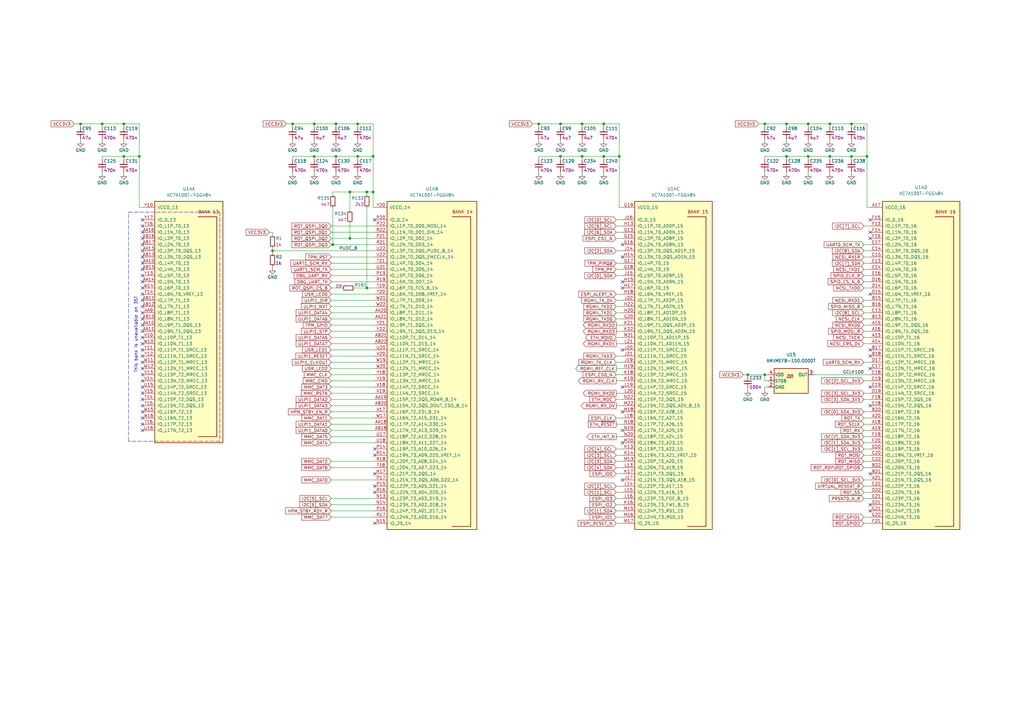
<source format=kicad_sch>
(kicad_sch (version 20211123) (generator eeschema)
  (paper "A3")
  (title_block (title "Artix - Datacenter Secure Control Module (DC-SCM)") (date "2023-08-09") (rev "1.1.1"))
  (lib_symbols
    (symbol "C_470n_0402_1" (pin_numbers hide) (pin_names hide)
      (property "Reference" "C" (at 20.32 -5.08 0))
      (property "Val" "470n" (at 20.32 -7.62 0))
      (symbol "C_470n_0402_1_1_1"
        (pin passive line (at 0 0 0) (length 2.032) (name "~") (number "1"))
        (pin passive line (at 5.08 0 180) (length 2.032) (name "~") (number "2"))
      )
    )
    (symbol "C_470n_0402_10" (pin_numbers hide) (pin_names hide)
      (property "Reference" "C" (at 20.32 -5.08 0))
      (property "Val" "470n" (at 20.32 -7.62 0))
      (symbol "C_470n_0402_10_1_1"
        (pin passive line (at 0 0 0) (length 2.032) (name "~") (number "1"))
        (pin passive line (at 5.08 0 180) (length 2.032) (name "~") (number "2"))
      )
    )
    (symbol "C_470n_0402_11" (pin_numbers hide) (pin_names hide)
      (property "Reference" "C" (at 20.32 -5.08 0))
      (property "Val" "470n" (at 20.32 -7.62 0))
      (symbol "C_470n_0402_11_1_1"
        (pin passive line (at 0 0 0) (length 2.032) (name "~") (number "1"))
        (pin passive line (at 5.08 0 180) (length 2.032) (name "~") (number "2"))
      )
    )
    (symbol "C_470n_0402_2" (pin_numbers hide) (pin_names hide)
      (property "Reference" "C" (at 20.32 -5.08 0))
      (property "Val" "470n" (at 20.32 -7.62 0))
      (symbol "C_470n_0402_2_1_1"
        (pin passive line (at 0 0 0) (length 2.032) (name "~") (number "1"))
        (pin passive line (at 5.08 0 180) (length 2.032) (name "~") (number "2"))
      )
    )
    (symbol "C_470n_0402_23" (pin_numbers hide) (pin_names hide)
      (property "Reference" "C" (at 20.32 -5.08 0))
      (property "Val" "470n" (at 20.32 -7.62 0))
      (symbol "C_470n_0402_23_1_1"
        (pin passive line (at 0 0 0) (length 2.032) (name "~") (number "1"))
        (pin passive line (at 5.08 0 180) (length 2.032) (name "~") (number "2"))
      )
    )
    (symbol "C_470n_0402_24" (pin_numbers hide) (pin_names hide)
      (property "Reference" "C" (at 20.32 -5.08 0))
      (property "Val" "470n" (at 20.32 -7.62 0))
      (symbol "C_470n_0402_24_1_1"
        (pin passive line (at 0 0 0) (length 2.032) (name "~") (number "1"))
        (pin passive line (at 5.08 0 180) (length 2.032) (name "~") (number "2"))
      )
    )
    (symbol "C_470n_0402_25" (pin_numbers hide) (pin_names hide)
      (property "Reference" "C" (at 20.32 -5.08 0))
      (property "Val" "470n" (at 20.32 -7.62 0))
      (symbol "C_470n_0402_25_1_1"
        (pin passive line (at 0 0 0) (length 2.032) (name "~") (number "1"))
        (pin passive line (at 5.08 0 180) (length 2.032) (name "~") (number "2"))
      )
    )
    (symbol "C_470n_0402_26" (pin_numbers hide) (pin_names hide)
      (property "Reference" "C" (at 20.32 -5.08 0))
      (property "Val" "470n" (at 20.32 -7.62 0))
      (symbol "C_470n_0402_26_1_1"
        (pin passive line (at 0 0 0) (length 2.032) (name "~") (number "1"))
        (pin passive line (at 5.08 0 180) (length 2.032) (name "~") (number "2"))
      )
    )
    (symbol "C_470n_0402_27" (pin_numbers hide) (pin_names hide)
      (property "Reference" "C" (at 20.32 -5.08 0))
      (property "Val" "470n" (at 20.32 -7.62 0))
      (symbol "C_470n_0402_27_1_1"
        (pin passive line (at 0 0 0) (length 2.032) (name "~") (number "1"))
        (pin passive line (at 5.08 0 180) (length 2.032) (name "~") (number "2"))
      )
    )
    (symbol "C_470n_0402_28" (pin_numbers hide) (pin_names hide)
      (property "Reference" "C" (at 20.32 -5.08 0))
      (property "Val" "470n" (at 20.32 -7.62 0))
      (symbol "C_470n_0402_28_1_1"
        (pin passive line (at 0 0 0) (length 2.032) (name "~") (number "1"))
        (pin passive line (at 5.08 0 180) (length 2.032) (name "~") (number "2"))
      )
    )
    (symbol "C_470n_0402_29" (pin_numbers hide) (pin_names hide)
      (property "Reference" "C" (at 20.32 -5.08 0))
      (property "Val" "470n" (at 20.32 -7.62 0))
      (symbol "C_470n_0402_29_1_1"
        (pin passive line (at 0 0 0) (length 2.032) (name "~") (number "1"))
        (pin passive line (at 5.08 0 180) (length 2.032) (name "~") (number "2"))
      )
    )
    (symbol "C_470n_0402_3" (pin_numbers hide) (pin_names hide)
      (property "Reference" "C" (at 20.32 -5.08 0))
      (property "Val" "470n" (at 20.32 -7.62 0))
      (symbol "C_470n_0402_3_1_1"
        (pin passive line (at 0 0 0) (length 2.032) (name "~") (number "1"))
        (pin passive line (at 5.08 0 180) (length 2.032) (name "~") (number "2"))
      )
    )
    (symbol "C_470n_0402_30" (pin_numbers hide) (pin_names hide)
      (property "Reference" "C" (at 20.32 -5.08 0))
      (property "Val" "470n" (at 20.32 -7.62 0))
      (symbol "C_470n_0402_30_1_1"
        (pin passive line (at 0 0 0) (length 2.032) (name "~") (number "1"))
        (pin passive line (at 5.08 0 180) (length 2.032) (name "~") (number "2"))
      )
    )
    (symbol "C_470n_0402_33" (pin_numbers hide) (pin_names hide)
      (property "Reference" "C" (at 20.32 -5.08 0))
      (property "Val" "470n" (at 20.32 -7.62 0))
      (symbol "C_470n_0402_33_1_1"
        (pin passive line (at 0 0 0) (length 2.032) (name "~") (number "1"))
        (pin passive line (at 5.08 0 180) (length 2.032) (name "~") (number "2"))
      )
    )
    (symbol "C_470n_0402_36" (pin_numbers hide) (pin_names hide)
      (property "Reference" "C" (at 20.32 -5.08 0))
      (property "Val" "470n" (at 20.32 -7.62 0))
      (symbol "C_470n_0402_36_1_1"
        (pin passive line (at 0 0 0) (length 2.032) (name "~") (number "1"))
        (pin passive line (at 5.08 0 180) (length 2.032) (name "~") (number "2"))
      )
    )
    (symbol "C_470n_0402_37" (pin_numbers hide) (pin_names hide)
      (property "Reference" "C" (at 20.32 -5.08 0))
      (property "Val" "470n" (at 20.32 -7.62 0))
      (symbol "C_470n_0402_37_1_1"
        (pin passive line (at 0 0 0) (length 2.032) (name "~") (number "1"))
        (pin passive line (at 5.08 0 180) (length 2.032) (name "~") (number "2"))
      )
    )
    (symbol "C_470n_0402_38" (pin_numbers hide) (pin_names hide)
      (property "Reference" "C" (at 20.32 -5.08 0))
      (property "Val" "470n" (at 20.32 -7.62 0))
      (symbol "C_470n_0402_38_1_1"
        (pin passive line (at 0 0 0) (length 2.032) (name "~") (number "1"))
        (pin passive line (at 5.08 0 180) (length 2.032) (name "~") (number "2"))
      )
    )
    (symbol "C_470n_0402_4" (pin_numbers hide) (pin_names hide)
      (property "Reference" "C" (at 20.32 -5.08 0))
      (property "Val" "470n" (at 20.32 -7.62 0))
      (symbol "C_470n_0402_4_1_1"
        (pin passive line (at 0 0 0) (length 2.032) (name "~") (number "1"))
        (pin passive line (at 5.08 0 180) (length 2.032) (name "~") (number "2"))
      )
    )
    (symbol "C_470n_0402_6" (pin_numbers hide) (pin_names hide)
      (property "Reference" "C" (at 20.32 -5.08 0))
      (property "Val" "470n" (at 20.32 -7.62 0))
      (symbol "C_470n_0402_6_1_1"
        (pin passive line (at 0 0 0) (length 2.032) (name "~") (number "1"))
        (pin passive line (at 5.08 0 180) (length 2.032) (name "~") (number "2"))
      )
    )
    (symbol "C_470n_0402_7" (pin_numbers hide) (pin_names hide)
      (property "Reference" "C" (at 20.32 -5.08 0))
      (property "Val" "470n" (at 20.32 -7.62 0))
      (symbol "C_470n_0402_7_1_1"
        (pin passive line (at 0 0 0) (length 2.032) (name "~") (number "1"))
        (pin passive line (at 5.08 0 180) (length 2.032) (name "~") (number "2"))
      )
    )
    (symbol "C_47u_1210_1" (pin_numbers hide) (pin_names hide)
      (property "Reference" "C" (at 20.32 -5.08 0))
      (property "Val" "47u" (at 20.32 -7.62 0))
      (symbol "C_47u_1210_1_1_1"
        (pin passive line (at 0 0 0) (length 2.032) (name "~") (number "1"))
        (pin passive line (at 5.08 0 180) (length 2.032) (name "~") (number "2"))
      )
    )
    (symbol "C_47u_1210_2" (pin_numbers hide) (pin_names hide)
      (property "Reference" "C" (at 20.32 -5.08 0))
      (property "Val" "47u" (at 20.32 -7.62 0))
      (symbol "C_47u_1210_2_1_1"
        (pin passive line (at 0 0 0) (length 2.032) (name "~") (number "1"))
        (pin passive line (at 5.08 0 180) (length 2.032) (name "~") (number "2"))
      )
    )
    (symbol "C_47u_1210_6" (pin_numbers hide) (pin_names hide)
      (property "Reference" "C" (at 20.32 -5.08 0))
      (property "Val" "47u" (at 20.32 -7.62 0))
      (symbol "C_47u_1210_6_1_1"
        (pin passive line (at 0 0 0) (length 2.032) (name "~") (number "1"))
        (pin passive line (at 5.08 0 180) (length 2.032) (name "~") (number "2"))
      )
    )
    (symbol "C_4u7_0603_13" (pin_numbers hide) (pin_names hide)
      (property "Reference" "C" (at 20.32 -5.08 0))
      (property "Val" "4u7" (at 20.32 -7.62 0))
      (symbol "C_4u7_0603_13_1_1"
        (pin passive line (at 0 0 0) (length 2.032) (name "~") (number "1"))
        (pin passive line (at 5.08 0 180) (length 2.032) (name "~") (number "2"))
      )
    )
    (symbol "C_4u7_0603_14" (pin_numbers hide) (pin_names hide)
      (property "Reference" "C" (at 20.32 -5.08 0))
      (property "Val" "4u7" (at 20.32 -7.62 0))
      (symbol "C_4u7_0603_14_1_1"
        (pin passive line (at 0 0 0) (length 2.032) (name "~") (number "1"))
        (pin passive line (at 5.08 0 180) (length 2.032) (name "~") (number "2"))
      )
    )
    (symbol "C_4u7_0603_16" (pin_numbers hide) (pin_names hide)
      (property "Reference" "C" (at 20.32 -5.08 0))
      (property "Val" "4u7" (at 20.32 -7.62 0))
      (symbol "C_4u7_0603_16_1_1"
        (pin passive line (at 0 0 0) (length 2.032) (name "~") (number "1"))
        (pin passive line (at 5.08 0 180) (length 2.032) (name "~") (number "2"))
      )
    )
    (symbol "C_4u7_0603_2" (pin_numbers hide) (pin_names hide)
      (property "Reference" "C" (at 20.32 -5.08 0))
      (property "Val" "4u7" (at 20.32 -7.62 0))
      (symbol "C_4u7_0603_2_1_1"
        (pin passive line (at 0 0 0) (length 2.032) (name "~") (number "1"))
        (pin passive line (at 5.08 0 180) (length 2.032) (name "~") (number "2"))
      )
    )
    (symbol "C_4u7_0603_3" (pin_numbers hide) (pin_names hide)
      (property "Reference" "C" (at 20.32 -5.08 0))
      (property "Val" "4u7" (at 20.32 -7.62 0))
      (symbol "C_4u7_0603_3_1_1"
        (pin passive line (at 0 0 0) (length 2.032) (name "~") (number "1"))
        (pin passive line (at 5.08 0 180) (length 2.032) (name "~") (number "2"))
      )
    )
    (symbol "R_0R_0402_1" (pin_numbers hide) (pin_names hide)
      (property "Reference" "R" (at 20.32 -5.08 0))
      (property "Val" "0R" (at 20.32 -7.62 0))
      (property "Current" "1A" (at 20.32 -30.48 0))
      (symbol "R_0R_0402_1_1_1"
        (pin passive line (at 0 0 0) (length 0.635) (name "~") (number "1"))
        (pin passive line (at 5.08 0 180) (length 0.635) (name "~") (number "2"))
      )
    )
    (symbol "R_1k_0402_6" (pin_numbers hide) (pin_names hide)
      (property "Reference" "R" (at 20.32 -5.08 0))
      (property "Val" "1k" (at 20.32 -7.62 0))
      (symbol "R_1k_0402_6_1_1"
        (pin passive line (at 0 0 0) (length 0.635) (name "~") (number "1"))
        (pin passive line (at 5.08 0 180) (length 0.635) (name "~") (number "2"))
      )
    )
    (symbol "R_4k7_0402_1" (pin_numbers hide) (pin_names hide)
      (property "Reference" "R" (at 20.32 -5.08 0))
      (property "Val" "4k7" (at 20.32 -7.62 0))
      (symbol "R_4k7_0402_1_1_1"
        (pin passive line (at 0 0 0) (length 0.635) (name "~") (number "1"))
        (pin passive line (at 5.08 0 180) (length 0.635) (name "~") (number "2"))
      )
    )
    (symbol "R_4k7_0402_2" (pin_numbers hide) (pin_names hide)
      (property "Reference" "R" (at 20.32 -5.08 0))
      (property "Val" "4k7" (at 20.32 -7.62 0))
      (symbol "R_4k7_0402_2_1_1"
        (pin passive line (at 0 0 0) (length 0.635) (name "~") (number "1"))
        (pin passive line (at 5.08 0 180) (length 0.635) (name "~") (number "2"))
      )
    )
    (symbol "XC7A100T-FGG484_1" (pin_names (offset 1.016))
      (property "Reference" "U" (at 55.88 -2.54 0))
      (property "Value" "XC7A100T-FGG484_1" (at 55.88 -5.08 0))
      (symbol "XC7A100T-FGG484_1_1_1"
        (text "BANK 13" (at 22.86 -2.54 0) (effects (font (size 1.27 1.27)) (justify left bottom)))
        (pin bidirectional line (at 0 -48.26 0) (length 5.08) (name "IO_L9P_T1_DQS_13") (number "AA10"))
        (pin bidirectional line (at 0 -50.8 0) (length 5.08) (name "IO_L9N_T1_DQS_13") (number "AA11"))
        (pin bidirectional line (at 0 -17.78 0) (length 5.08) (name "IO_L3P_T0_DQS_13") (number "AA13"))
        (pin bidirectional line (at 0 -30.48 0) (length 5.08) (name "IO_L5N_T0_13") (number "AA14"))
        (pin bidirectional line (at 0 -22.86 0) (length 5.08) (name "IO_L4P_T0_13") (number "AA15"))
        (pin bidirectional line (at 0 -10.16 0) (length 5.08) (name "IO_L1N_T0_13") (number "AA16"))
        (pin passive line (at 0 0 0) (length 5.08) hide (name "VCCO_13") (number "AA17"))
        (pin bidirectional line (at 0 -43.18 0) (length 5.08) (name "IO_L8P_T1_13") (number "AA9"))
        (pin bidirectional line (at 0 -45.72 0) (length 5.08) (name "IO_L8N_T1_13") (number "AB10"))
        (pin bidirectional line (at 0 -38.1 0) (length 5.08) (name "IO_L7P_T1_13") (number "AB11"))
        (pin bidirectional line (at 0 -40.64 0) (length 5.08) (name "IO_L7N_T1_13") (number "AB12"))
        (pin bidirectional line (at 0 -20.32 0) (length 5.08) (name "IO_L3N_T0_DQS_13") (number "AB13"))
        (pin passive line (at 0 0 0) (length 5.08) hide (name "VCCO_13") (number "AB14"))
        (pin bidirectional line (at 0 -25.4 0) (length 5.08) (name "IO_L4N_T0_13") (number "AB15"))
        (pin bidirectional line (at 0 -12.7 0) (length 5.08) (name "IO_L2P_T0_13") (number "AB16"))
        (pin bidirectional line (at 0 -15.24 0) (length 5.08) (name "IO_L2N_T0_13") (number "AB17"))
        (pin bidirectional line (at 0 -78.74 0) (length 5.08) (name "IO_L15P_T2_DQS_13") (number "T14"))
        (pin bidirectional line (at 0 -81.28 0) (length 5.08) (name "IO_L15N_T2_DQS_13") (number "T15"))
        (pin bidirectional line (at 0 -88.9 0) (length 5.08) (name "IO_L17P_T2_13") (number "T16"))
        (pin bidirectional line (at 0 -73.66 0) (length 5.08) (name "IO_L14P_T2_SRCC_13") (number "U15"))
        (pin bidirectional line (at 0 -91.44 0) (length 5.08) (name "IO_L17N_T2_13") (number "U16"))
        (pin bidirectional line (at 0 -53.34 0) (length 5.08) (name "IO_L10P_T1_13") (number "V10"))
        (pin bidirectional line (at 0 -68.58 0) (length 5.08) (name "IO_L13P_T2_MRCC_13") (number "V13"))
        (pin bidirectional line (at 0 -71.12 0) (length 5.08) (name "IO_L13N_T2_MRCC_13") (number "V14"))
        (pin bidirectional line (at 0 -76.2 0) (length 5.08) (name "IO_L14N_T2_SRCC_13") (number "V15"))
        (pin passive line (at 0 0 0) (length 5.08) hide (name "VCCO_13") (number "V16"))
        (pin bidirectional line (at 0 -55.88 0) (length 5.08) (name "IO_L10N_T1_13") (number "W10"))
        (pin bidirectional line (at 0 -63.5 0) (length 5.08) (name "IO_L12P_T1_MRCC_13") (number "W11"))
        (pin bidirectional line (at 0 -66.04 0) (length 5.08) (name "IO_L12N_T1_MRCC_13") (number "W12"))
        (pin passive line (at 0 0 0) (length 5.08) hide (name "VCCO_13") (number "W13"))
        (pin bidirectional line (at 0 -33.02 0) (length 5.08) (name "IO_L6P_T0_13") (number "W14"))
        (pin bidirectional line (at 0 -83.82 0) (length 5.08) (name "IO_L16P_T2_13") (number "W15"))
        (pin bidirectional line (at 0 -86.36 0) (length 5.08) (name "IO_L16N_T2_13") (number "W16"))
        (pin power_in line (at 0 0 0) (length 5.08) (name "VCCO_13") (number "Y10"))
        (pin bidirectional line (at 0 -58.42 0) (length 5.08) (name "IO_L11P_T1_SRCC_13") (number "Y11"))
        (pin bidirectional line (at 0 -60.96 0) (length 5.08) (name "IO_L11N_T1_SRCC_13") (number "Y12"))
        (pin bidirectional line (at 0 -27.94 0) (length 5.08) (name "IO_L5P_T0_13") (number "Y13"))
        (pin bidirectional line (at 0 -35.56 0) (length 5.08) (name "IO_L6N_T0_VREF_13") (number "Y14"))
        (pin bidirectional line (at 0 -7.62 0) (length 5.08) (name "IO_L1P_T0_13") (number "Y16"))
        (pin bidirectional line (at 0 -5.08 0) (length 5.08) (name "IO_0_13") (number "Y17"))
      )
      (symbol "XC7A100T-FGG484_1_2_1"
        (text "BANK 14" (at 31.75 -2.54 0) (effects (font (size 1.27 1.27)) (justify left bottom)))
        (pin bidirectional line (at 0 -88.9 0) (length 5.08) (name "IO_L17P_T2_A14_D30_14") (number "AA18"))
        (pin bidirectional line (at 0 -78.74 0) (length 5.08) (name "IO_L15P_T2_DQS_RDWR_B_14") (number "AA19"))
        (pin bidirectional line (at 0 -43.18 0) (length 5.08) (name "IO_L8P_T1_D11_14") (number "AA20"))
        (pin bidirectional line (at 0 -45.72 0) (length 5.08) (name "IO_L8N_T1_D12_14") (number "AA21"))
        (pin bidirectional line (at 0 -91.44 0) (length 5.08) (name "IO_L17N_T2_A13_D29_14") (number "AB18"))
        (pin bidirectional line (at 0 -81.28 0) (length 5.08) (name "IO_L15N_T2_DQS_DOUT_CSO_B_14") (number "AB20"))
        (pin bidirectional line (at 0 -53.34 0) (length 5.08) (name "IO_L10P_T1_D14_14") (number "AB21"))
        (pin bidirectional line (at 0 -55.88 0) (length 5.08) (name "IO_L10N_T1_D15_14") (number "AB22"))
        (pin passive line (at 0 0 0) (length 5.08) hide (name "VCCO_14") (number "M14"))
        (pin bidirectional line (at 0 -119.38 0) (length 5.08) (name "IO_L23P_T3_A03_D19_14") (number "N13"))
        (pin bidirectional line (at 0 -121.92 0) (length 5.08) (name "IO_L23N_T3_A02_D18_14") (number "N14"))
        (pin bidirectional line (at 0 -129.54 0) (length 5.08) (name "IO_25_14") (number "N15"))
        (pin bidirectional line (at 0 -109.22 0) (length 5.08) (name "IO_L21P_T3_DQS_14") (number "N17"))
        (pin bidirectional line (at 0 -99.06 0) (length 5.08) (name "IO_L19P_T3_A10_D26_14") (number "P14"))
        (pin bidirectional line (at 0 -114.3 0) (length 5.08) (name "IO_L22P_T3_A05_D21_14") (number "P15"))
        (pin bidirectional line (at 0 -124.46 0) (length 5.08) (name "IO_L24P_T3_A01_D17_14") (number "P16"))
        (pin bidirectional line (at 0 -111.76 0) (length 5.08) (name "IO_L21N_T3_DQS_A06_D22_14") (number "P17"))
        (pin passive line (at 0 0 0) (length 5.08) hide (name "VCCO_14") (number "P18"))
        (pin bidirectional line (at 0 -27.94 0) (length 5.08) (name "IO_L5P_T0_D06_14") (number "P19"))
        (pin bidirectional line (at 0 -5.08 0) (length 5.08) (name "IO_0_14") (number "P20"))
        (pin bidirectional line (at 0 -12.7 0) (length 5.08) (name "IO_L2P_T0_D02_14") (number "P21"))
        (pin bidirectional line (at 0 -7.62 0) (length 5.08) (name "IO_L1P_T0_D00_MOSI_14") (number "P22"))
        (pin bidirectional line (at 0 -101.6 0) (length 5.08) (name "IO_L19N_T3_A09_D25_VREF_14") (number "R14"))
        (pin passive line (at 0 0 0) (length 5.08) hide (name "VCCO_14") (number "R15"))
        (pin bidirectional line (at 0 -116.84 0) (length 5.08) (name "IO_L22N_T3_A04_D20_14") (number "R16"))
        (pin bidirectional line (at 0 -127 0) (length 5.08) (name "IO_L24N_T3_A00_D16_14") (number "R17"))
        (pin bidirectional line (at 0 -104.14 0) (length 5.08) (name "IO_L20P_T3_A08_D24_14") (number "R18"))
        (pin bidirectional line (at 0 -30.48 0) (length 5.08) (name "IO_L5N_T0_D07_14") (number "R19"))
        (pin bidirectional line (at 0 -15.24 0) (length 5.08) (name "IO_L2N_T0_D03_14") (number "R21"))
        (pin bidirectional line (at 0 -10.16 0) (length 5.08) (name "IO_L1N_T0_D01_DIN_14") (number "R22"))
        (pin bidirectional line (at 0 -106.68 0) (length 5.08) (name "IO_L20N_T3_A07_D23_14") (number "T18"))
        (pin bidirectional line (at 0 -33.02 0) (length 5.08) (name "IO_L6P_T0_FCS_B_14") (number "T19"))
        (pin bidirectional line (at 0 -35.56 0) (length 5.08) (name "IO_L6N_T0_D08_VREF_14") (number "T20"))
        (pin bidirectional line (at 0 -22.86 0) (length 5.08) (name "IO_L4P_T0_D04_14") (number "T21"))
        (pin passive line (at 0 0 0) (length 5.08) hide (name "VCCO_14") (number "T22"))
        (pin bidirectional line (at 0 -93.98 0) (length 5.08) (name "IO_L18P_T2_A12_D28_14") (number "U17"))
        (pin bidirectional line (at 0 -96.52 0) (length 5.08) (name "IO_L18N_T2_A11_D27_14") (number "U18"))
        (pin passive line (at 0 0 0) (length 5.08) hide (name "VCCO_14") (number "U19"))
        (pin bidirectional line (at 0 -58.42 0) (length 5.08) (name "IO_L11P_T1_SRCC_14") (number "U20"))
        (pin bidirectional line (at 0 -25.4 0) (length 5.08) (name "IO_L4N_T0_D05_14") (number "U21"))
        (pin bidirectional line (at 0 -17.78 0) (length 5.08) (name "IO_L3P_T0_DQS_PUDC_B_14") (number "U22"))
        (pin bidirectional line (at 0 -83.82 0) (length 5.08) (name "IO_L16P_T2_CSI_B_14") (number "V17"))
        (pin bidirectional line (at 0 -73.66 0) (length 5.08) (name "IO_L14P_T2_SRCC_14") (number "V18"))
        (pin bidirectional line (at 0 -76.2 0) (length 5.08) (name "IO_L14N_T2_SRCC_14") (number "V19"))
        (pin bidirectional line (at 0 -60.96 0) (length 5.08) (name "IO_L11N_T1_SRCC_14") (number "V20"))
        (pin bidirectional line (at 0 -20.32 0) (length 5.08) (name "IO_L3N_T0_DQS_EMCCLK_14") (number "V22"))
        (pin bidirectional line (at 0 -86.36 0) (length 5.08) (name "IO_L16N_T2_A15_D31_14") (number "W17"))
        (pin bidirectional line (at 0 -63.5 0) (length 5.08) (name "IO_L12P_T1_MRCC_14") (number "W19"))
        (pin bidirectional line (at 0 -66.04 0) (length 5.08) (name "IO_L12N_T1_MRCC_14") (number "W20"))
        (pin bidirectional line (at 0 -38.1 0) (length 5.08) (name "IO_L7P_T1_D09_14") (number "W21"))
        (pin bidirectional line (at 0 -40.64 0) (length 5.08) (name "IO_L7N_T1_D10_14") (number "W22"))
        (pin bidirectional line (at 0 -68.58 0) (length 5.08) (name "IO_L13P_T2_MRCC_14") (number "Y18"))
        (pin bidirectional line (at 0 -71.12 0) (length 5.08) (name "IO_L13N_T2_MRCC_14") (number "Y19"))
        (pin power_in line (at 0 0 0) (length 5.08) (name "VCCO_14") (number "Y20"))
        (pin bidirectional line (at 0 -48.26 0) (length 5.08) (name "IO_L9P_T1_DQS_14") (number "Y21"))
        (pin bidirectional line (at 0 -50.8 0) (length 5.08) (name "IO_L9N_T1_DQS_D13_14") (number "Y22"))
      )
      (symbol "XC7A100T-FGG484_1_3_1"
        (text "BANK 15" (at 26.67 -2.54 0) (effects (font (size 1.27 1.27)) (justify left bottom)))
        (pin bidirectional line (at 0 -10.16 0) (length 5.08) (name "IO_L1N_T0_AD0N_15") (number "G13"))
        (pin bidirectional line (at 0 -12.7 0) (length 5.08) (name "IO_L2P_T0_AD8P_15") (number "G15"))
        (pin bidirectional line (at 0 -15.24 0) (length 5.08) (name "IO_L2N_T0_AD8N_15") (number "G16"))
        (pin bidirectional line (at 0 -22.86 0) (length 5.08) (name "IO_L4P_T0_15") (number "G17"))
        (pin bidirectional line (at 0 -25.4 0) (length 5.08) (name "IO_L4N_T0_15") (number "G18"))
        (pin power_in line (at 0 0 0) (length 5.08) (name "VCCO_15") (number "G19"))
        (pin bidirectional line (at 0 -45.72 0) (length 5.08) (name "IO_L8N_T1_AD10N_15") (number "G20"))
        (pin bidirectional line (at 0 -7.62 0) (length 5.08) (name "IO_L1P_T0_AD0P_15") (number "H13"))
        (pin bidirectional line (at 0 -20.32 0) (length 5.08) (name "IO_L3N_T0_DQS_AD1N_15") (number "H14"))
        (pin bidirectional line (at 0 -30.48 0) (length 5.08) (name "IO_L5N_T0_AD9N_15") (number "H15"))
        (pin passive line (at 0 0 0) (length 5.08) hide (name "VCCO_15") (number "H16"))
        (pin bidirectional line (at 0 -33.02 0) (length 5.08) (name "IO_L6P_T0_15") (number "H17"))
        (pin bidirectional line (at 0 -35.56 0) (length 5.08) (name "IO_L6N_T0_VREF_15") (number "H18"))
        (pin bidirectional line (at 0 -66.04 0) (length 5.08) (name "IO_L12N_T1_MRCC_15") (number "H19"))
        (pin bidirectional line (at 0 -43.18 0) (length 5.08) (name "IO_L8P_T1_AD10P_15") (number "H20"))
        (pin bidirectional line (at 0 -40.64 0) (length 5.08) (name "IO_L7N_T1_AD2N_15") (number "H22"))
        (pin passive line (at 0 0 0) (length 5.08) hide (name "VCCO_15") (number "J13"))
        (pin bidirectional line (at 0 -17.78 0) (length 5.08) (name "IO_L3P_T0_DQS_AD1P_15") (number "J14"))
        (pin bidirectional line (at 0 -27.94 0) (length 5.08) (name "IO_L5P_T0_AD9P_15") (number "J15"))
        (pin bidirectional line (at 0 -5.08 0) (length 5.08) (name "IO_0_15") (number "J16"))
        (pin bidirectional line (at 0 -111.76 0) (length 5.08) (name "IO_L21N_T3_DQS_A18_15") (number "J17"))
        (pin bidirectional line (at 0 -63.5 0) (length 5.08) (name "IO_L12P_T1_MRCC_15") (number "J19"))
        (pin bidirectional line (at 0 -58.42 0) (length 5.08) (name "IO_L11P_T1_SRCC_15") (number "J20"))
        (pin bidirectional line (at 0 -60.96 0) (length 5.08) (name "IO_L11N_T1_SRCC_15") (number "J21"))
        (pin bidirectional line (at 0 -38.1 0) (length 5.08) (name "IO_L7P_T1_AD2P_15") (number "J22"))
        (pin bidirectional line (at 0 -99.06 0) (length 5.08) (name "IO_L19P_T3_A22_15") (number "K13"))
        (pin bidirectional line (at 0 -101.6 0) (length 5.08) (name "IO_L19N_T3_A21_VREF_15") (number "K14"))
        (pin bidirectional line (at 0 -121.92 0) (length 5.08) (name "IO_L23N_T3_FWE_B_15") (number "K16"))
        (pin bidirectional line (at 0 -109.22 0) (length 5.08) (name "IO_L21P_T3_DQS_15") (number "K17"))
        (pin bidirectional line (at 0 -68.58 0) (length 5.08) (name "IO_L13P_T2_MRCC_15") (number "K18"))
        (pin bidirectional line (at 0 -71.12 0) (length 5.08) (name "IO_L13N_T2_MRCC_15") (number "K19"))
        (pin passive line (at 0 0 0) (length 5.08) hide (name "VCCO_15") (number "K20"))
        (pin bidirectional line (at 0 -48.26 0) (length 5.08) (name "IO_L9P_T1_DQS_AD3P_15") (number "K21"))
        (pin bidirectional line (at 0 -50.8 0) (length 5.08) (name "IO_L9N_T1_DQS_AD3N_15") (number "K22"))
        (pin bidirectional line (at 0 -106.68 0) (length 5.08) (name "IO_L20N_T3_A19_15") (number "L13"))
        (pin bidirectional line (at 0 -114.3 0) (length 5.08) (name "IO_L22P_T3_A17_15") (number "L14"))
        (pin bidirectional line (at 0 -116.84 0) (length 5.08) (name "IO_L22N_T3_A16_15") (number "L15"))
        (pin bidirectional line (at 0 -119.38 0) (length 5.08) (name "IO_L23P_T3_FOE_B_15") (number "L16"))
        (pin passive line (at 0 0 0) (length 5.08) hide (name "VCCO_15") (number "L17"))
        (pin bidirectional line (at 0 -86.36 0) (length 5.08) (name "IO_L16N_T2_A27_15") (number "L18"))
        (pin bidirectional line (at 0 -73.66 0) (length 5.08) (name "IO_L14P_T2_SRCC_15") (number "L19"))
        (pin bidirectional line (at 0 -76.2 0) (length 5.08) (name "IO_L14N_T2_SRCC_15") (number "L20"))
        (pin bidirectional line (at 0 -55.88 0) (length 5.08) (name "IO_L10N_T1_AD11N_15") (number "L21"))
        (pin bidirectional line (at 0 -104.14 0) (length 5.08) (name "IO_L20P_T3_A20_15") (number "M13"))
        (pin bidirectional line (at 0 -124.46 0) (length 5.08) (name "IO_L24P_T3_RS1_15") (number "M15"))
        (pin bidirectional line (at 0 -127 0) (length 5.08) (name "IO_L24N_T3_RS0_15") (number "M16"))
        (pin bidirectional line (at 0 -129.54 0) (length 5.08) (name "IO_25_15") (number "M17"))
        (pin bidirectional line (at 0 -83.82 0) (length 5.08) (name "IO_L16P_T2_A28_15") (number "M18"))
        (pin bidirectional line (at 0 -96.52 0) (length 5.08) (name "IO_L18N_T2_A23_15") (number "M20"))
        (pin bidirectional line (at 0 -53.34 0) (length 5.08) (name "IO_L10P_T1_AD11P_15") (number "M21"))
        (pin bidirectional line (at 0 -81.28 0) (length 5.08) (name "IO_L15N_T2_DQS_ADV_B_15") (number "M22"))
        (pin bidirectional line (at 0 -88.9 0) (length 5.08) (name "IO_L17P_T2_A26_15") (number "N18"))
        (pin bidirectional line (at 0 -91.44 0) (length 5.08) (name "IO_L17N_T2_A25_15") (number "N19"))
        (pin bidirectional line (at 0 -93.98 0) (length 5.08) (name "IO_L18P_T2_A24_15") (number "N20"))
        (pin passive line (at 0 0 0) (length 5.08) hide (name "VCCO_15") (number "N21"))
        (pin bidirectional line (at 0 -78.74 0) (length 5.08) (name "IO_L15P_T2_DQS_15") (number "N22"))
      )
      (symbol "XC7A100T-FGG484_1_4_1"
        (text "BANK 16" (at 26.67 -2.54 0) (effects (font (size 1.27 1.27)) (justify left bottom)))
        (pin bidirectional line (at 0 -53.34 0) (length 5.08) (name "IO_L10P_T1_16") (number "A13"))
        (pin bidirectional line (at 0 -55.88 0) (length 5.08) (name "IO_L10N_T1_16") (number "A14"))
        (pin bidirectional line (at 0 -48.26 0) (length 5.08) (name "IO_L9P_T1_DQS_16") (number "A15"))
        (pin bidirectional line (at 0 -50.8 0) (length 5.08) (name "IO_L9N_T1_DQS_16") (number "A16"))
        (pin power_in line (at 0 0 0) (length 5.08) (name "VCCO_16") (number "A17"))
        (pin bidirectional line (at 0 -88.9 0) (length 5.08) (name "IO_L17P_T2_16") (number "A18"))
        (pin bidirectional line (at 0 -91.44 0) (length 5.08) (name "IO_L17N_T2_16") (number "A19"))
        (pin bidirectional line (at 0 -86.36 0) (length 5.08) (name "IO_L16N_T2_16") (number "A20"))
        (pin bidirectional line (at 0 -111.76 0) (length 5.08) (name "IO_L21N_T3_DQS_16") (number "A21"))
        (pin bidirectional line (at 0 -45.72 0) (length 5.08) (name "IO_L8N_T1_16") (number "B13"))
        (pin passive line (at 0 0 0) (length 5.08) hide (name "VCCO_16") (number "B14"))
        (pin bidirectional line (at 0 -38.1 0) (length 5.08) (name "IO_L7P_T1_16") (number "B15"))
        (pin bidirectional line (at 0 -40.64 0) (length 5.08) (name "IO_L7N_T1_16") (number "B16"))
        (pin bidirectional line (at 0 -58.42 0) (length 5.08) (name "IO_L11P_T1_SRCC_16") (number "B17"))
        (pin bidirectional line (at 0 -60.96 0) (length 5.08) (name "IO_L11N_T1_SRCC_16") (number "B18"))
        (pin bidirectional line (at 0 -83.82 0) (length 5.08) (name "IO_L16P_T2_16") (number "B20"))
        (pin bidirectional line (at 0 -109.22 0) (length 5.08) (name "IO_L21P_T3_DQS_16") (number "B21"))
        (pin bidirectional line (at 0 -106.68 0) (length 5.08) (name "IO_L20N_T3_16") (number "B22"))
        (pin bidirectional line (at 0 -43.18 0) (length 5.08) (name "IO_L8P_T1_16") (number "C13"))
        (pin bidirectional line (at 0 -17.78 0) (length 5.08) (name "IO_L3P_T0_DQS_16") (number "C14"))
        (pin bidirectional line (at 0 -20.32 0) (length 5.08) (name "IO_L3N_T0_DQS_16") (number "C15"))
        (pin bidirectional line (at 0 -66.04 0) (length 5.08) (name "IO_L12N_T1_MRCC_16") (number "C17"))
        (pin bidirectional line (at 0 -68.58 0) (length 5.08) (name "IO_L13P_T2_MRCC_16") (number "C18"))
        (pin bidirectional line (at 0 -71.12 0) (length 5.08) (name "IO_L13N_T2_MRCC_16") (number "C19"))
        (pin bidirectional line (at 0 -101.6 0) (length 5.08) (name "IO_L19N_T3_VREF_16") (number "C20"))
        (pin passive line (at 0 0 0) (length 5.08) hide (name "VCCO_16") (number "C21"))
        (pin bidirectional line (at 0 -104.14 0) (length 5.08) (name "IO_L20P_T3_16") (number "C22"))
        (pin bidirectional line (at 0 -33.02 0) (length 5.08) (name "IO_L6P_T0_16") (number "D14"))
        (pin bidirectional line (at 0 -35.56 0) (length 5.08) (name "IO_L6N_T0_VREF_16") (number "D15"))
        (pin bidirectional line (at 0 -30.48 0) (length 5.08) (name "IO_L5N_T0_16") (number "D16"))
        (pin bidirectional line (at 0 -63.5 0) (length 5.08) (name "IO_L12P_T1_MRCC_16") (number "D17"))
        (pin passive line (at 0 0 0) (length 5.08) hide (name "VCCO_16") (number "D18"))
        (pin bidirectional line (at 0 -76.2 0) (length 5.08) (name "IO_L14N_T2_SRCC_16") (number "D19"))
        (pin bidirectional line (at 0 -99.06 0) (length 5.08) (name "IO_L19P_T3_16") (number "D20"))
        (pin bidirectional line (at 0 -121.92 0) (length 5.08) (name "IO_L23N_T3_16") (number "D21"))
        (pin bidirectional line (at 0 -116.84 0) (length 5.08) (name "IO_L22N_T3_16") (number "D22"))
        (pin bidirectional line (at 0 -22.86 0) (length 5.08) (name "IO_L4P_T0_16") (number "E13"))
        (pin bidirectional line (at 0 -25.4 0) (length 5.08) (name "IO_L4N_T0_16") (number "E14"))
        (pin passive line (at 0 0 0) (length 5.08) hide (name "VCCO_16") (number "E15"))
        (pin bidirectional line (at 0 -27.94 0) (length 5.08) (name "IO_L5P_T0_16") (number "E16"))
        (pin bidirectional line (at 0 -15.24 0) (length 5.08) (name "IO_L2N_T0_16") (number "E17"))
        (pin bidirectional line (at 0 -81.28 0) (length 5.08) (name "IO_L15N_T2_DQS_16") (number "E18"))
        (pin bidirectional line (at 0 -73.66 0) (length 5.08) (name "IO_L14P_T2_SRCC_16") (number "E19"))
        (pin bidirectional line (at 0 -119.38 0) (length 5.08) (name "IO_L23P_T3_16") (number "E21"))
        (pin bidirectional line (at 0 -114.3 0) (length 5.08) (name "IO_L22P_T3_16") (number "E22"))
        (pin bidirectional line (at 0 -7.62 0) (length 5.08) (name "IO_L1P_T0_16") (number "F13"))
        (pin bidirectional line (at 0 -10.16 0) (length 5.08) (name "IO_L1N_T0_16") (number "F14"))
        (pin bidirectional line (at 0 -5.08 0) (length 5.08) (name "IO_0_16") (number "F15"))
        (pin bidirectional line (at 0 -12.7 0) (length 5.08) (name "IO_L2P_T0_16") (number "F16"))
        (pin bidirectional line (at 0 -78.74 0) (length 5.08) (name "IO_L15P_T2_DQS_16") (number "F18"))
        (pin bidirectional line (at 0 -93.98 0) (length 5.08) (name "IO_L18P_T2_16") (number "F19"))
        (pin bidirectional line (at 0 -96.52 0) (length 5.08) (name "IO_L18N_T2_16") (number "F20"))
        (pin bidirectional line (at 0 -129.54 0) (length 5.08) (name "IO_25_16") (number "F21"))
        (pin passive line (at 0 0 0) (length 5.08) hide (name "VCCO_16") (number "F22"))
        (pin bidirectional line (at 0 -124.46 0) (length 5.08) (name "IO_L24P_T3_16") (number "G21"))
        (pin bidirectional line (at 0 -127 0) (length 5.08) (name "IO_L24N_T3_16") (number "G22"))
      )
      (symbol "XC7A100T-FGG484_1_5_1"
        (text "BANK 34" (at 26.67 -2.54 0) (effects (font (size 1.27 1.27)) (justify left bottom)))
        (pin bidirectional line (at 0 -38.1 0) (length 5.08) (name "IO_L7P_T1_34") (number "AA1"))
        (pin bidirectional line (at 0 -50.8 0) (length 5.08) (name "IO_L9N_T1_DQS_34") (number "AA3"))
        (pin bidirectional line (at 0 -60.96 0) (length 5.08) (name "IO_L11N_T1_SRCC_34") (number "AA4"))
        (pin bidirectional line (at 0 -53.34 0) (length 5.08) (name "IO_L10P_T1_34") (number "AA5"))
        (pin bidirectional line (at 0 -96.52 0) (length 5.08) (name "IO_L18N_T2_34") (number "AA6"))
        (pin passive line (at 0 0 0) (length 5.08) hide (name "VCCO_34") (number "AA7"))
        (pin bidirectional line (at 0 -114.3 0) (length 5.08) (name "IO_L22P_T3_34") (number "AA8"))
        (pin bidirectional line (at 0 -40.64 0) (length 5.08) (name "IO_L7N_T1_34") (number "AB1"))
        (pin bidirectional line (at 0 -45.72 0) (length 5.08) (name "IO_L8N_T1_34") (number "AB2"))
        (pin bidirectional line (at 0 -43.18 0) (length 5.08) (name "IO_L8P_T1_34") (number "AB3"))
        (pin passive line (at 0 0 0) (length 5.08) hide (name "VCCO_34") (number "AB4"))
        (pin bidirectional line (at 0 -55.88 0) (length 5.08) (name "IO_L10N_T1_34") (number "AB5"))
        (pin bidirectional line (at 0 -106.68 0) (length 5.08) (name "IO_L20N_T3_34") (number "AB6"))
        (pin bidirectional line (at 0 -104.14 0) (length 5.08) (name "IO_L20P_T3_34") (number "AB7"))
        (pin bidirectional line (at 0 -116.84 0) (length 5.08) (name "IO_L22N_T3_34") (number "AB8"))
        (pin bidirectional line (at 0 -20.32 0) (length 5.08) (name "IO_L3N_T0_DQS_34") (number "R2"))
        (pin bidirectional line (at 0 -17.78 0) (length 5.08) (name "IO_L3P_T0_DQS_34") (number "R3"))
        (pin bidirectional line (at 0 -68.58 0) (length 5.08) (name "IO_L13P_T2_MRCC_34") (number "R4"))
        (pin passive line (at 0 0 0) (length 5.08) hide (name "VCCO_34") (number "R5"))
        (pin bidirectional line (at 0 -88.9 0) (length 5.08) (name "IO_L17P_T2_34") (number "R6"))
        (pin bidirectional line (at 0 -7.62 0) (length 5.08) (name "IO_L1P_T0_34") (number "T1"))
        (pin passive line (at 0 0 0) (length 5.08) hide (name "VCCO_34") (number "T2"))
        (pin bidirectional line (at 0 -5.08 0) (length 5.08) (name "IO_0_34") (number "T3"))
        (pin bidirectional line (at 0 -71.12 0) (length 5.08) (name "IO_L13N_T2_MRCC_34") (number "T4"))
        (pin bidirectional line (at 0 -73.66 0) (length 5.08) (name "IO_L14P_T2_SRCC_34") (number "T5"))
        (pin bidirectional line (at 0 -91.44 0) (length 5.08) (name "IO_L17N_T2_34") (number "T6"))
        (pin bidirectional line (at 0 -10.16 0) (length 5.08) (name "IO_L1N_T0_34") (number "U1"))
        (pin bidirectional line (at 0 -12.7 0) (length 5.08) (name "IO_L2P_T0_34") (number "U2"))
        (pin bidirectional line (at 0 -33.02 0) (length 5.08) (name "IO_L6P_T0_34") (number "U3"))
        (pin bidirectional line (at 0 -76.2 0) (length 5.08) (name "IO_L14N_T2_SRCC_34") (number "U5"))
        (pin bidirectional line (at 0 -83.82 0) (length 5.08) (name "IO_L16P_T2_34") (number "U6"))
        (pin bidirectional line (at 0 -129.54 0) (length 5.08) (name "IO_25_34") (number "U7"))
        (pin bidirectional line (at 0 -15.24 0) (length 5.08) (name "IO_L2N_T0_34") (number "V2"))
        (pin bidirectional line (at 0 -35.56 0) (length 5.08) (name "IO_L6N_T0_VREF_34") (number "V3"))
        (pin bidirectional line (at 0 -63.5 0) (length 5.08) (name "IO_L12P_T1_MRCC_34") (number "V4"))
        (pin bidirectional line (at 0 -86.36 0) (length 5.08) (name "IO_L16N_T2_34") (number "V5"))
        (pin passive line (at 0 0 0) (length 5.08) hide (name "VCCO_34") (number "V6"))
        (pin bidirectional line (at 0 -99.06 0) (length 5.08) (name "IO_L19P_T3_34") (number "V7"))
        (pin bidirectional line (at 0 -111.76 0) (length 5.08) (name "IO_L21N_T3_DQS_34") (number "V8"))
        (pin bidirectional line (at 0 -109.22 0) (length 5.08) (name "IO_L21P_T3_DQS_34") (number "V9"))
        (pin bidirectional line (at 0 -27.94 0) (length 5.08) (name "IO_L5P_T0_34") (number "W1"))
        (pin bidirectional line (at 0 -22.86 0) (length 5.08) (name "IO_L4P_T0_34") (number "W2"))
        (pin power_in line (at 0 0 0) (length 5.08) (name "VCCO_34") (number "W3"))
        (pin bidirectional line (at 0 -66.04 0) (length 5.08) (name "IO_L12N_T1_MRCC_34") (number "W4"))
        (pin bidirectional line (at 0 -81.28 0) (length 5.08) (name "IO_L15N_T2_DQS_34") (number "W5"))
        (pin bidirectional line (at 0 -78.74 0) (length 5.08) (name "IO_L15P_T2_DQS_34") (number "W6"))
        (pin bidirectional line (at 0 -101.6 0) (length 5.08) (name "IO_L19N_T3_VREF_34") (number "W7"))
        (pin bidirectional line (at 0 -124.46 0) (length 5.08) (name "IO_L24P_T3_34") (number "W9"))
        (pin bidirectional line (at 0 -30.48 0) (length 5.08) (name "IO_L5N_T0_34") (number "Y1"))
        (pin bidirectional line (at 0 -25.4 0) (length 5.08) (name "IO_L4N_T0_34") (number "Y2"))
        (pin bidirectional line (at 0 -48.26 0) (length 5.08) (name "IO_L9P_T1_DQS_34") (number "Y3"))
        (pin bidirectional line (at 0 -58.42 0) (length 5.08) (name "IO_L11P_T1_SRCC_34") (number "Y4"))
        (pin bidirectional line (at 0 -93.98 0) (length 5.08) (name "IO_L18P_T2_34") (number "Y6"))
        (pin bidirectional line (at 0 -121.92 0) (length 5.08) (name "IO_L23N_T3_34") (number "Y7"))
        (pin bidirectional line (at 0 -119.38 0) (length 5.08) (name "IO_L23P_T3_34") (number "Y8"))
        (pin bidirectional line (at 0 -127 0) (length 5.08) (name "IO_L24N_T3_34") (number "Y9"))
      )
      (symbol "XC7A100T-FGG484_1_6_1"
        (text "BANK 35" (at 26.67 -2.54 0) (effects (font (size 1.27 1.27)) (justify left bottom)))
        (pin bidirectional line (at 0 -10.16 0) (length 5.08) (name "IO_L1N_T0_AD4N_35") (number "A1"))
        (pin bidirectional line (at 0 -7.62 0) (length 5.08) (name "IO_L1P_T0_AD4P_35") (number "B1"))
        (pin bidirectional line (at 0 -15.24 0) (length 5.08) (name "IO_L2N_T0_AD12N_35") (number "B2"))
        (pin power_in line (at 0 0 0) (length 5.08) (name "VCCO_35") (number "C1"))
        (pin bidirectional line (at 0 -12.7 0) (length 5.08) (name "IO_L2P_T0_AD12P_35") (number "C2"))
        (pin bidirectional line (at 0 -20.32 0) (length 5.08) (name "IO_L3N_T0_DQS_AD5N_35") (number "D1"))
        (pin bidirectional line (at 0 -25.4 0) (length 5.08) (name "IO_L4N_T0_35") (number "D2"))
        (pin bidirectional line (at 0 -17.78 0) (length 5.08) (name "IO_L3P_T0_DQS_AD5P_35") (number "E1"))
        (pin bidirectional line (at 0 -22.86 0) (length 5.08) (name "IO_L4P_T0_35") (number "E2"))
        (pin bidirectional line (at 0 -35.56 0) (length 5.08) (name "IO_L6N_T0_VREF_35") (number "E3"))
        (pin bidirectional line (at 0 -30.48 0) (length 5.08) (name "IO_L5N_T0_AD13N_35") (number "F1"))
        (pin passive line (at 0 0 0) (length 5.08) hide (name "VCCO_35") (number "F2"))
        (pin bidirectional line (at 0 -33.02 0) (length 5.08) (name "IO_L6P_T0_35") (number "F3"))
        (pin bidirectional line (at 0 -5.08 0) (length 5.08) (name "IO_0_35") (number "F4"))
        (pin bidirectional line (at 0 -27.94 0) (length 5.08) (name "IO_L5P_T0_AD13P_35") (number "G1"))
        (pin bidirectional line (at 0 -45.72 0) (length 5.08) (name "IO_L8N_T1_AD14N_35") (number "G2"))
        (pin bidirectional line (at 0 -60.96 0) (length 5.08) (name "IO_L11N_T1_SRCC_35") (number "G3"))
        (pin bidirectional line (at 0 -66.04 0) (length 5.08) (name "IO_L12N_T1_MRCC_35") (number "G4"))
        (pin bidirectional line (at 0 -43.18 0) (length 5.08) (name "IO_L8P_T1_AD14P_35") (number "H2"))
        (pin bidirectional line (at 0 -58.42 0) (length 5.08) (name "IO_L11P_T1_SRCC_35") (number "H3"))
        (pin bidirectional line (at 0 -63.5 0) (length 5.08) (name "IO_L12P_T1_MRCC_35") (number "H4"))
        (pin bidirectional line (at 0 -55.88 0) (length 5.08) (name "IO_L10N_T1_AD15N_35") (number "H5"))
        (pin passive line (at 0 0 0) (length 5.08) hide (name "VCCO_35") (number "H6"))
        (pin bidirectional line (at 0 -40.64 0) (length 5.08) (name "IO_L7N_T1_AD6N_35") (number "J1"))
        (pin bidirectional line (at 0 -50.8 0) (length 5.08) (name "IO_L9N_T1_DQS_AD7N_35") (number "J2"))
        (pin passive line (at 0 0 0) (length 5.08) hide (name "VCCO_35") (number "J3"))
        (pin bidirectional line (at 0 -71.12 0) (length 5.08) (name "IO_L13N_T2_MRCC_35") (number "J4"))
        (pin bidirectional line (at 0 -53.34 0) (length 5.08) (name "IO_L10P_T1_AD15P_35") (number "J5"))
        (pin bidirectional line (at 0 -91.44 0) (length 5.08) (name "IO_L17N_T2_35") (number "J6"))
        (pin bidirectional line (at 0 -38.1 0) (length 5.08) (name "IO_L7P_T1_AD6P_35") (number "K1"))
        (pin bidirectional line (at 0 -48.26 0) (length 5.08) (name "IO_L9P_T1_DQS_AD7P_35") (number "K2"))
        (pin bidirectional line (at 0 -76.2 0) (length 5.08) (name "IO_L14N_T2_SRCC_35") (number "K3"))
        (pin bidirectional line (at 0 -68.58 0) (length 5.08) (name "IO_L13P_T2_MRCC_35") (number "K4"))
        (pin bidirectional line (at 0 -88.9 0) (length 5.08) (name "IO_L17P_T2_35") (number "K6"))
        (pin bidirectional line (at 0 -81.28 0) (length 5.08) (name "IO_L15N_T2_DQS_35") (number "L1"))
        (pin bidirectional line (at 0 -73.66 0) (length 5.08) (name "IO_L14P_T2_SRCC_35") (number "L3"))
        (pin bidirectional line (at 0 -96.52 0) (length 5.08) (name "IO_L18N_T2_35") (number "L4"))
        (pin bidirectional line (at 0 -93.98 0) (length 5.08) (name "IO_L18P_T2_35") (number "L5"))
        (pin bidirectional line (at 0 -129.54 0) (length 5.08) (name "IO_25_35") (number "L6"))
        (pin bidirectional line (at 0 -78.74 0) (length 5.08) (name "IO_L15P_T2_DQS_35") (number "M1"))
        (pin bidirectional line (at 0 -86.36 0) (length 5.08) (name "IO_L16N_T2_35") (number "M2"))
        (pin bidirectional line (at 0 -83.82 0) (length 5.08) (name "IO_L16P_T2_35") (number "M3"))
        (pin passive line (at 0 0 0) (length 5.08) hide (name "VCCO_35") (number "M4"))
        (pin bidirectional line (at 0 -121.92 0) (length 5.08) (name "IO_L23N_T3_35") (number "M5"))
        (pin bidirectional line (at 0 -119.38 0) (length 5.08) (name "IO_L23P_T3_35") (number "M6"))
        (pin passive line (at 0 0 0) (length 5.08) hide (name "VCCO_35") (number "N1"))
        (pin bidirectional line (at 0 -116.84 0) (length 5.08) (name "IO_L22N_T3_35") (number "N2"))
        (pin bidirectional line (at 0 -101.6 0) (length 5.08) (name "IO_L19N_T3_VREF_35") (number "N3"))
        (pin bidirectional line (at 0 -99.06 0) (length 5.08) (name "IO_L19P_T3_35") (number "N4"))
        (pin bidirectional line (at 0 -127 0) (length 5.08) (name "IO_L24N_T3_35") (number "N5"))
        (pin bidirectional line (at 0 -106.68 0) (length 5.08) (name "IO_L20N_T3_35") (number "P1"))
        (pin bidirectional line (at 0 -114.3 0) (length 5.08) (name "IO_L22P_T3_35") (number "P2"))
        (pin bidirectional line (at 0 -111.76 0) (length 5.08) (name "IO_L21N_T3_DQS_35") (number "P4"))
        (pin bidirectional line (at 0 -109.22 0) (length 5.08) (name "IO_L21P_T3_DQS_35") (number "P5"))
        (pin bidirectional line (at 0 -124.46 0) (length 5.08) (name "IO_L24P_T3_35") (number "P6"))
        (pin bidirectional line (at 0 -104.14 0) (length 5.08) (name "IO_L20P_T3_35") (number "R1"))
      )
      (symbol "XC7A100T-FGG484_1_7_1"
        (text "CFG" (at 13.97 -3.175 0) (effects (font (size 1.27 1.27)) (justify left bottom)))
        (pin power_in line (at 0 0 0) (length 5.08) (name "VCCO_0") (number "F12"))
        (pin bidirectional line (at 0 -30.48 0) (length 5.08) (name "DONE_0") (number "G11"))
        (pin bidirectional line (at 0 -45.72 0) (length 5.08) (name "VP_0") (number "L10"))
        (pin bidirectional line (at 0 -17.78 0) (length 5.08) (name "CCLK_0") (number "L12"))
        (pin bidirectional line (at 0 -55.88 0) (length 5.08) (name "VREFN_0") (number "L9"))
        (pin bidirectional line (at 0 -53.34 0) (length 5.08) (name "VREFP_0") (number "M10"))
        (pin bidirectional line (at 0 -48.26 0) (length 5.08) (name "VN_0") (number "M9"))
        (pin bidirectional line (at 0 -60.96 0) (length 5.08) (name "DXP_0") (number "N10"))
        (pin bidirectional line (at 0 -35.56 0) (length 5.08) (name "PROGRAM_B_0") (number "N12"))
        (pin bidirectional line (at 0 -63.5 0) (length 5.08) (name "DXN_0") (number "N9"))
        (pin bidirectional line (at 0 -5.08 0) (length 5.08) (name "TDI_0") (number "R13"))
        (pin passive line (at 0 0 0) (length 5.08) hide (name "VCCO_0") (number "T12"))
        (pin bidirectional line (at 0 -10.16 0) (length 5.08) (name "TMS_0") (number "T13"))
        (pin bidirectional line (at 0 -22.86 0) (length 5.08) (name "M1_0") (number "U10"))
        (pin bidirectional line (at 0 -20.32 0) (length 5.08) (name "M0_0") (number "U11"))
        (pin bidirectional line (at 0 -33.02 0) (length 5.08) (name "INIT_B_0") (number "U12"))
        (pin bidirectional line (at 0 -7.62 0) (length 5.08) (name "TDO_0") (number "U13"))
        (pin bidirectional line (at 0 -40.64 0) (length 5.08) (name "CFGBVS_0") (number "U8"))
        (pin bidirectional line (at 0 -25.4 0) (length 5.08) (name "M2_0") (number "U9"))
        (pin bidirectional line (at 0 -12.7 0) (length 5.08) (name "TCK_0") (number "V12"))
      )
      (symbol "XC7A100T-FGG484_1_8_1"
        (text "MGT" (at 22.86 -8.89 0) (effects (font (size 1.27 1.27)) (justify left bottom)))
        (pin bidirectional line (at 0 -48.26 0) (length 5.08) (name "MGTPRXN2_216") (number "A10"))
        (pin bidirectional line (at 0 -15.24 0) (length 5.08) (name "MGTPTXN0_216") (number "A4"))
        (pin bidirectional line (at 0 -25.4 0) (length 5.08) (name "MGTPTXN2_216") (number "A6"))
        (pin bidirectional line (at 0 -38.1 0) (length 5.08) (name "MGTPRXN0_216") (number "A8"))
        (pin bidirectional line (at 0 -45.72 0) (length 5.08) (name "MGTPRXP2_216") (number "B10"))
        (pin passive line (at 0 0 0) (length 5.08) hide (name "MGTAVTT") (number "B11"))
        (pin bidirectional line (at 0 -12.7 0) (length 5.08) (name "MGTPTXP0_216") (number "B4"))
        (pin power_in line (at 0 0 0) (length 5.08) (name "MGTAVTT") (number "B5"))
        (pin bidirectional line (at 0 -22.86 0) (length 5.08) (name "MGTPTXP2_216") (number "B6"))
        (pin passive line (at 0 0 0) (length 5.08) hide (name "MGTAVTT") (number "B7"))
        (pin bidirectional line (at 0 -35.56 0) (length 5.08) (name "MGTPRXP0_216") (number "B8"))
        (pin passive line (at 0 0 0) (length 5.08) hide (name "MGTAVTT") (number "B9"))
        (pin bidirectional line (at 0 -43.18 0) (length 5.08) (name "MGTPRXN1_216") (number "C11"))
        (pin passive line (at 0 0 0) (length 5.08) hide (name "MGTAVTT") (number "C4"))
        (pin bidirectional line (at 0 -20.32 0) (length 5.08) (name "MGTPTXN1_216") (number "C5"))
        (pin bidirectional line (at 0 -30.48 0) (length 5.08) (name "MGTPTXN3_216") (number "C7"))
        (pin passive line (at 0 0 0) (length 5.08) hide (name "MGTAVTT") (number "C8"))
        (pin bidirectional line (at 0 -53.34 0) (length 5.08) (name "MGTPRXN3_216") (number "C9"))
        (pin passive line (at 0 -5.08 0) (length 5.08) hide (name "MGTAVCC") (number "D10"))
        (pin bidirectional line (at 0 -40.64 0) (length 5.08) (name "MGTPRXP1_216") (number "D11"))
        (pin bidirectional line (at 0 -17.78 0) (length 5.08) (name "MGTPTXP1_216") (number "D5"))
        (pin power_in line (at 0 -5.08 0) (length 5.08) (name "MGTAVCC") (number "D6"))
        (pin bidirectional line (at 0 -27.94 0) (length 5.08) (name "MGTPTXP3_216") (number "D7"))
        (pin bidirectional line (at 0 -50.8 0) (length 5.08) (name "MGTPRXP3_216") (number "D9"))
        (pin bidirectional line (at 0 -66.04 0) (length 5.08) (name "MGTREFCLK1N_216") (number "E10"))
        (pin bidirectional line (at 0 -60.96 0) (length 5.08) (name "MGTREFCLK0N_216") (number "E6"))
        (pin passive line (at 0 -5.08 0) (length 5.08) hide (name "MGTAVCC") (number "E8"))
        (pin bidirectional line (at 0 -63.5 0) (length 5.08) (name "MGTREFCLK1P_216") (number "F10"))
        (pin bidirectional line (at 0 -58.42 0) (length 5.08) (name "MGTREFCLK0P_216") (number "F6"))
        (pin passive line (at 0 -5.08 0) (length 5.08) hide (name "MGTAVCC") (number "F7"))
        (pin passive line (at 0 -2.54 0) (length 5.08) (name "MGTRREF_216") (number "F8"))
        (pin passive line (at 0 -5.08 0) (length 5.08) hide (name "MGTAVCC") (number "F9"))
      )
      (symbol "XC7A100T-FGG484_1_9_1"
        (pin passive line (at 31.75 -10.16 180) (length 5.08) hide (name "GND") (number "A11"))
        (pin passive line (at 31.75 -10.16 180) (length 5.08) hide (name "GND") (number "A12"))
        (pin power_in line (at 31.75 -10.16 180) (length 5.08) (name "GND") (number "A2"))
        (pin passive line (at 31.75 -10.16 180) (length 5.08) hide (name "GND") (number "A22"))
        (pin passive line (at 31.75 -10.16 180) (length 5.08) hide (name "GND") (number "A3"))
        (pin passive line (at 31.75 -10.16 180) (length 5.08) hide (name "GND") (number "A5"))
        (pin passive line (at 31.75 -10.16 180) (length 5.08) hide (name "GND") (number "A7"))
        (pin passive line (at 31.75 -10.16 180) (length 5.08) hide (name "GND") (number "A9"))
        (pin passive line (at 31.75 -10.16 180) (length 5.08) hide (name "GND") (number "AA12"))
        (pin passive line (at 31.75 -10.16 180) (length 5.08) hide (name "GND") (number "AA2"))
        (pin passive line (at 31.75 -10.16 180) (length 5.08) hide (name "GND") (number "AA22"))
        (pin passive line (at 31.75 -10.16 180) (length 5.08) hide (name "GND") (number "AB19"))
        (pin passive line (at 31.75 -10.16 180) (length 5.08) hide (name "GND") (number "AB9"))
        (pin passive line (at 31.75 -10.16 180) (length 5.08) hide (name "GND") (number "B12"))
        (pin passive line (at 31.75 -10.16 180) (length 5.08) hide (name "GND") (number "B19"))
        (pin passive line (at 31.75 -10.16 180) (length 5.08) hide (name "GND") (number "B3"))
        (pin passive line (at 31.75 -10.16 180) (length 5.08) hide (name "GND") (number "C10"))
        (pin passive line (at 31.75 -10.16 180) (length 5.08) hide (name "GND") (number "C12"))
        (pin passive line (at 31.75 -10.16 180) (length 5.08) hide (name "GND") (number "C16"))
        (pin passive line (at 31.75 -10.16 180) (length 5.08) hide (name "GND") (number "C3"))
        (pin passive line (at 31.75 -10.16 180) (length 5.08) hide (name "GND") (number "C6"))
        (pin passive line (at 31.75 -10.16 180) (length 5.08) hide (name "GND") (number "D12"))
        (pin passive line (at 31.75 -10.16 180) (length 5.08) hide (name "GND") (number "D13"))
        (pin passive line (at 31.75 -10.16 180) (length 5.08) hide (name "GND") (number "D3"))
        (pin passive line (at 31.75 -10.16 180) (length 5.08) hide (name "GND") (number "D4"))
        (pin passive line (at 31.75 -10.16 180) (length 5.08) hide (name "GND") (number "D8"))
        (pin passive line (at 31.75 -10.16 180) (length 5.08) hide (name "GND") (number "E11"))
        (pin power_in line (at 0 -10.16 0) (length 5.08) (name "VCCBATT") (number "E12"))
        (pin passive line (at 31.75 -10.16 180) (length 5.08) hide (name "GND") (number "E20"))
        (pin passive line (at 31.75 -10.16 180) (length 5.08) hide (name "GND") (number "E4"))
        (pin passive line (at 31.75 -10.16 180) (length 5.08) hide (name "GND") (number "E5"))
        (pin passive line (at 31.75 -10.16 180) (length 5.08) hide (name "GND") (number "E7"))
        (pin passive line (at 31.75 -10.16 180) (length 5.08) hide (name "GND") (number "E9"))
        (pin passive line (at 31.75 -10.16 180) (length 5.08) hide (name "GND") (number "F11"))
        (pin passive line (at 31.75 -10.16 180) (length 5.08) hide (name "GND") (number "F17"))
        (pin passive line (at 31.75 -10.16 180) (length 5.08) hide (name "GND") (number "F5"))
        (pin passive line (at 31.75 -10.16 180) (length 5.08) hide (name "GND") (number "G10"))
        (pin passive line (at 31.75 -10.16 180) (length 5.08) hide (name "GND") (number "G12"))
        (pin passive line (at 31.75 -10.16 180) (length 5.08) hide (name "GND") (number "G14"))
        (pin passive line (at 31.75 -10.16 180) (length 5.08) hide (name "GND") (number "G5"))
        (pin passive line (at 31.75 -10.16 180) (length 5.08) hide (name "GND") (number "G6"))
        (pin passive line (at 31.75 -10.16 180) (length 5.08) hide (name "GND") (number "G7"))
        (pin passive line (at 31.75 -10.16 180) (length 5.08) hide (name "GND") (number "G8"))
        (pin passive line (at 31.75 -10.16 180) (length 5.08) hide (name "GND") (number "G9"))
        (pin passive line (at 31.75 -10.16 180) (length 5.08) hide (name "GND") (number "H1"))
        (pin passive line (at 31.75 0 180) (length 5.08) hide (name "VCCINT") (number "H10"))
        (pin passive line (at 31.75 -10.16 180) (length 5.08) hide (name "GND") (number "H11"))
        (pin power_in line (at 0 0 0) (length 5.08) (name "VCCAUX") (number "H12"))
        (pin passive line (at 31.75 -10.16 180) (length 5.08) hide (name "GND") (number "H21"))
        (pin passive line (at 31.75 -10.16 180) (length 5.08) hide (name "GND") (number "H7"))
        (pin power_in line (at 31.75 0 180) (length 5.08) (name "VCCINT") (number "H8"))
        (pin passive line (at 31.75 -10.16 180) (length 5.08) hide (name "GND") (number "H9"))
        (pin passive line (at 31.75 -10.16 180) (length 5.08) hide (name "GND") (number "J10"))
        (pin power_in line (at 31.75 -5.08 180) (length 5.08) (name "VCCBRAM") (number "J11"))
        (pin passive line (at 31.75 -10.16 180) (length 5.08) hide (name "GND") (number "J12"))
        (pin passive line (at 31.75 -10.16 180) (length 5.08) hide (name "GND") (number "J18"))
        (pin passive line (at 31.75 0 180) (length 5.08) hide (name "VCCINT") (number "J7"))
        (pin passive line (at 31.75 -10.16 180) (length 5.08) hide (name "GND") (number "J8"))
        (pin passive line (at 31.75 0 180) (length 5.08) hide (name "VCCINT") (number "J9"))
        (pin power_in line (at 0 -5.08 0) (length 5.08) (name "VCCADC") (number "K10"))
        (pin passive line (at 31.75 -10.16 180) (length 5.08) hide (name "GND") (number "K11"))
        (pin passive line (at 0 0 0) (length 5.08) hide (name "VCCAUX") (number "K12"))
        (pin passive line (at 31.75 -10.16 180) (length 5.08) hide (name "GND") (number "K15"))
        (pin passive line (at 31.75 -10.16 180) (length 5.08) hide (name "GND") (number "K5"))
        (pin passive line (at 31.75 -10.16 180) (length 5.08) hide (name "GND") (number "K7"))
        (pin passive line (at 31.75 0 180) (length 5.08) hide (name "VCCINT") (number "K8"))
        (pin power_in line (at 31.75 -13.97 180) (length 5.08) (name "GND_ADC") (number "K9"))
        (pin passive line (at 31.75 -5.08 180) (length 5.08) hide (name "VCCBRAM") (number "L11"))
        (pin passive line (at 31.75 -10.16 180) (length 5.08) hide (name "GND") (number "L2"))
        (pin passive line (at 31.75 -10.16 180) (length 5.08) hide (name "GND") (number "L22"))
        (pin passive line (at 31.75 0 180) (length 5.08) hide (name "VCCINT") (number "L7"))
        (pin passive line (at 31.75 -10.16 180) (length 5.08) hide (name "GND") (number "L8"))
        (pin passive line (at 31.75 -10.16 180) (length 5.08) hide (name "GND") (number "M11"))
        (pin passive line (at 0 0 0) (length 5.08) hide (name "VCCAUX") (number "M12"))
        (pin passive line (at 31.75 -10.16 180) (length 5.08) hide (name "GND") (number "M19"))
        (pin passive line (at 31.75 -10.16 180) (length 5.08) hide (name "GND") (number "M7"))
        (pin passive line (at 31.75 0 180) (length 5.08) hide (name "VCCINT") (number "M8"))
        (pin passive line (at 31.75 -5.08 180) (length 5.08) hide (name "VCCBRAM") (number "N11"))
        (pin passive line (at 31.75 -10.16 180) (length 5.08) hide (name "GND") (number "N16"))
        (pin passive line (at 31.75 -10.16 180) (length 5.08) hide (name "GND") (number "N6"))
        (pin passive line (at 31.75 0 180) (length 5.08) hide (name "VCCINT") (number "N7"))
        (pin passive line (at 31.75 -10.16 180) (length 5.08) hide (name "GND") (number "N8"))
        (pin passive line (at 31.75 0 180) (length 5.08) hide (name "VCCINT") (number "P10"))
        (pin passive line (at 31.75 -10.16 180) (length 5.08) hide (name "GND") (number "P11"))
        (pin passive line (at 0 0 0) (length 5.08) hide (name "VCCAUX") (number "P12"))
        (pin passive line (at 31.75 -10.16 180) (length 5.08) hide (name "GND") (number "P13"))
        (pin passive line (at 31.75 -10.16 180) (length 5.08) hide (name "GND") (number "P3"))
        (pin passive line (at 31.75 -10.16 180) (length 5.08) hide (name "GND") (number "P7"))
        (pin passive line (at 31.75 0 180) (length 5.08) hide (name "VCCINT") (number "P8"))
        (pin passive line (at 31.75 -10.16 180) (length 5.08) hide (name "GND") (number "P9"))
        (pin passive line (at 31.75 -10.16 180) (length 5.08) hide (name "GND") (number "R10"))
        (pin passive line (at 0 0 0) (length 5.08) hide (name "VCCAUX") (number "R11"))
        (pin passive line (at 31.75 -10.16 180) (length 5.08) hide (name "GND") (number "R12"))
        (pin passive line (at 31.75 -10.16 180) (length 5.08) hide (name "GND") (number "R20"))
        (pin passive line (at 31.75 0 180) (length 5.08) hide (name "VCCINT") (number "R7"))
        (pin passive line (at 31.75 -10.16 180) (length 5.08) hide (name "GND") (number "R8"))
        (pin passive line (at 31.75 0 180) (length 5.08) hide (name "VCCINT") (number "R9"))
        (pin passive line (at 31.75 0 180) (length 5.08) hide (name "VCCINT") (number "T10"))
        (pin passive line (at 31.75 -10.16 180) (length 5.08) hide (name "GND") (number "T11"))
        (pin passive line (at 31.75 -10.16 180) (length 5.08) hide (name "GND") (number "T17"))
        (pin passive line (at 31.75 -10.16 180) (length 5.08) hide (name "GND") (number "T7"))
        (pin passive line (at 31.75 0 180) (length 5.08) hide (name "VCCINT") (number "T8"))
        (pin passive line (at 31.75 -10.16 180) (length 5.08) hide (name "GND") (number "T9"))
        (pin passive line (at 31.75 -10.16 180) (length 5.08) hide (name "GND") (number "U14"))
        (pin passive line (at 31.75 -10.16 180) (length 5.08) hide (name "GND") (number "U4"))
        (pin passive line (at 31.75 -10.16 180) (length 5.08) hide (name "GND") (number "V1"))
        (pin passive line (at 31.75 -10.16 180) (length 5.08) hide (name "GND") (number "V11"))
        (pin passive line (at 31.75 -10.16 180) (length 5.08) hide (name "GND") (number "V21"))
        (pin passive line (at 31.75 -10.16 180) (length 5.08) hide (name "GND") (number "W18"))
        (pin passive line (at 31.75 -10.16 180) (length 5.08) hide (name "GND") (number "W8"))
        (pin passive line (at 31.75 -10.16 180) (length 5.08) hide (name "GND") (number "Y15"))
        (pin passive line (at 31.75 -10.16 180) (length 5.08) hide (name "GND") (number "Y5"))
      )
    )
    (symbol "antmicroCapacitors0402:C_100n_0402" (pin_numbers hide) (pin_names hide)
      (property "Reference" "C" (at 20.32 -5.08 0))
      (property "Val" "100n" (at 20.32 -7.62 0))
      (symbol "C_100n_0402_1_1"
        (pin passive line (at 0 0 0) (length 2.032) (name "~") (number "1"))
        (pin passive line (at 5.08 0 180) (length 2.032) (name "~") (number "2"))
      )
    )
    (symbol "antmicroCapacitors0402:C_470n_0402" (pin_numbers hide) (pin_names hide)
      (property "Reference" "C" (at 20.32 -5.08 0))
      (property "Val" "470n" (at 20.32 -7.62 0))
      (symbol "C_470n_0402_1_1"
        (pin passive line (at 0 0 0) (length 2.032) (name "~") (number "1"))
        (pin passive line (at 5.08 0 180) (length 2.032) (name "~") (number "2"))
      )
    )
    (symbol "antmicroCapacitors0603:C_4u7_0603" (pin_numbers hide) (pin_names hide)
      (property "Reference" "C" (at 20.32 -5.08 0))
      (property "Val" "4u7" (at 20.32 -7.62 0))
      (symbol "C_4u7_0603_1_1"
        (pin passive line (at 0 0 0) (length 2.032) (name "~") (number "1"))
        (pin passive line (at 5.08 0 180) (length 2.032) (name "~") (number "2"))
      )
    )
    (symbol "antmicroCapacitorsmisc:C_47u_1210" (pin_numbers hide) (pin_names hide)
      (property "Reference" "C" (at 20.32 -5.08 0))
      (property "Val" "47u" (at 20.32 -7.62 0))
      (symbol "C_47u_1210_1_1"
        (pin passive line (at 0 0 0) (length 2.032) (name "~") (number "1"))
        (pin passive line (at 5.08 0 180) (length 2.032) (name "~") (number "2"))
      )
    )
    (symbol "antmicroMicrocontrollers:XC7A100T-FGG484" (pin_names (offset 1.016))
      (property "Reference" "U" (at 55.88 -2.54 0))
      (property "Value" "XC7A100T-FGG484" (at 55.88 -5.08 0))
      (symbol "XC7A100T-FGG484_1_1"
        (text "BANK 13" (at 22.86 -2.54 0) (effects (font (size 1.27 1.27)) (justify left bottom)))
        (pin bidirectional line (at 0 -48.26 0) (length 5.08) (name "IO_L9P_T1_DQS_13") (number "AA10"))
        (pin bidirectional line (at 0 -50.8 0) (length 5.08) (name "IO_L9N_T1_DQS_13") (number "AA11"))
        (pin bidirectional line (at 0 -17.78 0) (length 5.08) (name "IO_L3P_T0_DQS_13") (number "AA13"))
        (pin bidirectional line (at 0 -30.48 0) (length 5.08) (name "IO_L5N_T0_13") (number "AA14"))
        (pin bidirectional line (at 0 -22.86 0) (length 5.08) (name "IO_L4P_T0_13") (number "AA15"))
        (pin bidirectional line (at 0 -10.16 0) (length 5.08) (name "IO_L1N_T0_13") (number "AA16"))
        (pin passive line (at 0 0 0) (length 5.08) hide (name "VCCO_13") (number "AA17"))
        (pin bidirectional line (at 0 -43.18 0) (length 5.08) (name "IO_L8P_T1_13") (number "AA9"))
        (pin bidirectional line (at 0 -45.72 0) (length 5.08) (name "IO_L8N_T1_13") (number "AB10"))
        (pin bidirectional line (at 0 -38.1 0) (length 5.08) (name "IO_L7P_T1_13") (number "AB11"))
        (pin bidirectional line (at 0 -40.64 0) (length 5.08) (name "IO_L7N_T1_13") (number "AB12"))
        (pin bidirectional line (at 0 -20.32 0) (length 5.08) (name "IO_L3N_T0_DQS_13") (number "AB13"))
        (pin passive line (at 0 0 0) (length 5.08) hide (name "VCCO_13") (number "AB14"))
        (pin bidirectional line (at 0 -25.4 0) (length 5.08) (name "IO_L4N_T0_13") (number "AB15"))
        (pin bidirectional line (at 0 -12.7 0) (length 5.08) (name "IO_L2P_T0_13") (number "AB16"))
        (pin bidirectional line (at 0 -15.24 0) (length 5.08) (name "IO_L2N_T0_13") (number "AB17"))
        (pin bidirectional line (at 0 -78.74 0) (length 5.08) (name "IO_L15P_T2_DQS_13") (number "T14"))
        (pin bidirectional line (at 0 -81.28 0) (length 5.08) (name "IO_L15N_T2_DQS_13") (number "T15"))
        (pin bidirectional line (at 0 -88.9 0) (length 5.08) (name "IO_L17P_T2_13") (number "T16"))
        (pin bidirectional line (at 0 -73.66 0) (length 5.08) (name "IO_L14P_T2_SRCC_13") (number "U15"))
        (pin bidirectional line (at 0 -91.44 0) (length 5.08) (name "IO_L17N_T2_13") (number "U16"))
        (pin bidirectional line (at 0 -53.34 0) (length 5.08) (name "IO_L10P_T1_13") (number "V10"))
        (pin bidirectional line (at 0 -68.58 0) (length 5.08) (name "IO_L13P_T2_MRCC_13") (number "V13"))
        (pin bidirectional line (at 0 -71.12 0) (length 5.08) (name "IO_L13N_T2_MRCC_13") (number "V14"))
        (pin bidirectional line (at 0 -76.2 0) (length 5.08) (name "IO_L14N_T2_SRCC_13") (number "V15"))
        (pin passive line (at 0 0 0) (length 5.08) hide (name "VCCO_13") (number "V16"))
        (pin bidirectional line (at 0 -55.88 0) (length 5.08) (name "IO_L10N_T1_13") (number "W10"))
        (pin bidirectional line (at 0 -63.5 0) (length 5.08) (name "IO_L12P_T1_MRCC_13") (number "W11"))
        (pin bidirectional line (at 0 -66.04 0) (length 5.08) (name "IO_L12N_T1_MRCC_13") (number "W12"))
        (pin passive line (at 0 0 0) (length 5.08) hide (name "VCCO_13") (number "W13"))
        (pin bidirectional line (at 0 -33.02 0) (length 5.08) (name "IO_L6P_T0_13") (number "W14"))
        (pin bidirectional line (at 0 -83.82 0) (length 5.08) (name "IO_L16P_T2_13") (number "W15"))
        (pin bidirectional line (at 0 -86.36 0) (length 5.08) (name "IO_L16N_T2_13") (number "W16"))
        (pin power_in line (at 0 0 0) (length 5.08) (name "VCCO_13") (number "Y10"))
        (pin bidirectional line (at 0 -58.42 0) (length 5.08) (name "IO_L11P_T1_SRCC_13") (number "Y11"))
        (pin bidirectional line (at 0 -60.96 0) (length 5.08) (name "IO_L11N_T1_SRCC_13") (number "Y12"))
        (pin bidirectional line (at 0 -27.94 0) (length 5.08) (name "IO_L5P_T0_13") (number "Y13"))
        (pin bidirectional line (at 0 -35.56 0) (length 5.08) (name "IO_L6N_T0_VREF_13") (number "Y14"))
        (pin bidirectional line (at 0 -7.62 0) (length 5.08) (name "IO_L1P_T0_13") (number "Y16"))
        (pin bidirectional line (at 0 -5.08 0) (length 5.08) (name "IO_0_13") (number "Y17"))
      )
      (symbol "XC7A100T-FGG484_2_1"
        (text "BANK 14" (at 31.75 -2.54 0) (effects (font (size 1.27 1.27)) (justify left bottom)))
        (pin bidirectional line (at 0 -88.9 0) (length 5.08) (name "IO_L17P_T2_A14_D30_14") (number "AA18"))
        (pin bidirectional line (at 0 -78.74 0) (length 5.08) (name "IO_L15P_T2_DQS_RDWR_B_14") (number "AA19"))
        (pin bidirectional line (at 0 -43.18 0) (length 5.08) (name "IO_L8P_T1_D11_14") (number "AA20"))
        (pin bidirectional line (at 0 -45.72 0) (length 5.08) (name "IO_L8N_T1_D12_14") (number "AA21"))
        (pin bidirectional line (at 0 -91.44 0) (length 5.08) (name "IO_L17N_T2_A13_D29_14") (number "AB18"))
        (pin bidirectional line (at 0 -81.28 0) (length 5.08) (name "IO_L15N_T2_DQS_DOUT_CSO_B_14") (number "AB20"))
        (pin bidirectional line (at 0 -53.34 0) (length 5.08) (name "IO_L10P_T1_D14_14") (number "AB21"))
        (pin bidirectional line (at 0 -55.88 0) (length 5.08) (name "IO_L10N_T1_D15_14") (number "AB22"))
        (pin passive line (at 0 0 0) (length 5.08) hide (name "VCCO_14") (number "M14"))
        (pin bidirectional line (at 0 -119.38 0) (length 5.08) (name "IO_L23P_T3_A03_D19_14") (number "N13"))
        (pin bidirectional line (at 0 -121.92 0) (length 5.08) (name "IO_L23N_T3_A02_D18_14") (number "N14"))
        (pin bidirectional line (at 0 -129.54 0) (length 5.08) (name "IO_25_14") (number "N15"))
        (pin bidirectional line (at 0 -109.22 0) (length 5.08) (name "IO_L21P_T3_DQS_14") (number "N17"))
        (pin bidirectional line (at 0 -99.06 0) (length 5.08) (name "IO_L19P_T3_A10_D26_14") (number "P14"))
        (pin bidirectional line (at 0 -114.3 0) (length 5.08) (name "IO_L22P_T3_A05_D21_14") (number "P15"))
        (pin bidirectional line (at 0 -124.46 0) (length 5.08) (name "IO_L24P_T3_A01_D17_14") (number "P16"))
        (pin bidirectional line (at 0 -111.76 0) (length 5.08) (name "IO_L21N_T3_DQS_A06_D22_14") (number "P17"))
        (pin passive line (at 0 0 0) (length 5.08) hide (name "VCCO_14") (number "P18"))
        (pin bidirectional line (at 0 -27.94 0) (length 5.08) (name "IO_L5P_T0_D06_14") (number "P19"))
        (pin bidirectional line (at 0 -5.08 0) (length 5.08) (name "IO_0_14") (number "P20"))
        (pin bidirectional line (at 0 -12.7 0) (length 5.08) (name "IO_L2P_T0_D02_14") (number "P21"))
        (pin bidirectional line (at 0 -7.62 0) (length 5.08) (name "IO_L1P_T0_D00_MOSI_14") (number "P22"))
        (pin bidirectional line (at 0 -101.6 0) (length 5.08) (name "IO_L19N_T3_A09_D25_VREF_14") (number "R14"))
        (pin passive line (at 0 0 0) (length 5.08) hide (name "VCCO_14") (number "R15"))
        (pin bidirectional line (at 0 -116.84 0) (length 5.08) (name "IO_L22N_T3_A04_D20_14") (number "R16"))
        (pin bidirectional line (at 0 -127 0) (length 5.08) (name "IO_L24N_T3_A00_D16_14") (number "R17"))
        (pin bidirectional line (at 0 -104.14 0) (length 5.08) (name "IO_L20P_T3_A08_D24_14") (number "R18"))
        (pin bidirectional line (at 0 -30.48 0) (length 5.08) (name "IO_L5N_T0_D07_14") (number "R19"))
        (pin bidirectional line (at 0 -15.24 0) (length 5.08) (name "IO_L2N_T0_D03_14") (number "R21"))
        (pin bidirectional line (at 0 -10.16 0) (length 5.08) (name "IO_L1N_T0_D01_DIN_14") (number "R22"))
        (pin bidirectional line (at 0 -106.68 0) (length 5.08) (name "IO_L20N_T3_A07_D23_14") (number "T18"))
        (pin bidirectional line (at 0 -33.02 0) (length 5.08) (name "IO_L6P_T0_FCS_B_14") (number "T19"))
        (pin bidirectional line (at 0 -35.56 0) (length 5.08) (name "IO_L6N_T0_D08_VREF_14") (number "T20"))
        (pin bidirectional line (at 0 -22.86 0) (length 5.08) (name "IO_L4P_T0_D04_14") (number "T21"))
        (pin passive line (at 0 0 0) (length 5.08) hide (name "VCCO_14") (number "T22"))
        (pin bidirectional line (at 0 -93.98 0) (length 5.08) (name "IO_L18P_T2_A12_D28_14") (number "U17"))
        (pin bidirectional line (at 0 -96.52 0) (length 5.08) (name "IO_L18N_T2_A11_D27_14") (number "U18"))
        (pin passive line (at 0 0 0) (length 5.08) hide (name "VCCO_14") (number "U19"))
        (pin bidirectional line (at 0 -58.42 0) (length 5.08) (name "IO_L11P_T1_SRCC_14") (number "U20"))
        (pin bidirectional line (at 0 -25.4 0) (length 5.08) (name "IO_L4N_T0_D05_14") (number "U21"))
        (pin bidirectional line (at 0 -17.78 0) (length 5.08) (name "IO_L3P_T0_DQS_PUDC_B_14") (number "U22"))
        (pin bidirectional line (at 0 -83.82 0) (length 5.08) (name "IO_L16P_T2_CSI_B_14") (number "V17"))
        (pin bidirectional line (at 0 -73.66 0) (length 5.08) (name "IO_L14P_T2_SRCC_14") (number "V18"))
        (pin bidirectional line (at 0 -76.2 0) (length 5.08) (name "IO_L14N_T2_SRCC_14") (number "V19"))
        (pin bidirectional line (at 0 -60.96 0) (length 5.08) (name "IO_L11N_T1_SRCC_14") (number "V20"))
        (pin bidirectional line (at 0 -20.32 0) (length 5.08) (name "IO_L3N_T0_DQS_EMCCLK_14") (number "V22"))
        (pin bidirectional line (at 0 -86.36 0) (length 5.08) (name "IO_L16N_T2_A15_D31_14") (number "W17"))
        (pin bidirectional line (at 0 -63.5 0) (length 5.08) (name "IO_L12P_T1_MRCC_14") (number "W19"))
        (pin bidirectional line (at 0 -66.04 0) (length 5.08) (name "IO_L12N_T1_MRCC_14") (number "W20"))
        (pin bidirectional line (at 0 -38.1 0) (length 5.08) (name "IO_L7P_T1_D09_14") (number "W21"))
        (pin bidirectional line (at 0 -40.64 0) (length 5.08) (name "IO_L7N_T1_D10_14") (number "W22"))
        (pin bidirectional line (at 0 -68.58 0) (length 5.08) (name "IO_L13P_T2_MRCC_14") (number "Y18"))
        (pin bidirectional line (at 0 -71.12 0) (length 5.08) (name "IO_L13N_T2_MRCC_14") (number "Y19"))
        (pin power_in line (at 0 0 0) (length 5.08) (name "VCCO_14") (number "Y20"))
        (pin bidirectional line (at 0 -48.26 0) (length 5.08) (name "IO_L9P_T1_DQS_14") (number "Y21"))
        (pin bidirectional line (at 0 -50.8 0) (length 5.08) (name "IO_L9N_T1_DQS_D13_14") (number "Y22"))
      )
      (symbol "XC7A100T-FGG484_3_1"
        (text "BANK 15" (at 26.67 -2.54 0) (effects (font (size 1.27 1.27)) (justify left bottom)))
        (pin bidirectional line (at 0 -10.16 0) (length 5.08) (name "IO_L1N_T0_AD0N_15") (number "G13"))
        (pin bidirectional line (at 0 -12.7 0) (length 5.08) (name "IO_L2P_T0_AD8P_15") (number "G15"))
        (pin bidirectional line (at 0 -15.24 0) (length 5.08) (name "IO_L2N_T0_AD8N_15") (number "G16"))
        (pin bidirectional line (at 0 -22.86 0) (length 5.08) (name "IO_L4P_T0_15") (number "G17"))
        (pin bidirectional line (at 0 -25.4 0) (length 5.08) (name "IO_L4N_T0_15") (number "G18"))
        (pin power_in line (at 0 0 0) (length 5.08) (name "VCCO_15") (number "G19"))
        (pin bidirectional line (at 0 -45.72 0) (length 5.08) (name "IO_L8N_T1_AD10N_15") (number "G20"))
        (pin bidirectional line (at 0 -7.62 0) (length 5.08) (name "IO_L1P_T0_AD0P_15") (number "H13"))
        (pin bidirectional line (at 0 -20.32 0) (length 5.08) (name "IO_L3N_T0_DQS_AD1N_15") (number "H14"))
        (pin bidirectional line (at 0 -30.48 0) (length 5.08) (name "IO_L5N_T0_AD9N_15") (number "H15"))
        (pin passive line (at 0 0 0) (length 5.08) hide (name "VCCO_15") (number "H16"))
        (pin bidirectional line (at 0 -33.02 0) (length 5.08) (name "IO_L6P_T0_15") (number "H17"))
        (pin bidirectional line (at 0 -35.56 0) (length 5.08) (name "IO_L6N_T0_VREF_15") (number "H18"))
        (pin bidirectional line (at 0 -66.04 0) (length 5.08) (name "IO_L12N_T1_MRCC_15") (number "H19"))
        (pin bidirectional line (at 0 -43.18 0) (length 5.08) (name "IO_L8P_T1_AD10P_15") (number "H20"))
        (pin bidirectional line (at 0 -40.64 0) (length 5.08) (name "IO_L7N_T1_AD2N_15") (number "H22"))
        (pin passive line (at 0 0 0) (length 5.08) hide (name "VCCO_15") (number "J13"))
        (pin bidirectional line (at 0 -17.78 0) (length 5.08) (name "IO_L3P_T0_DQS_AD1P_15") (number "J14"))
        (pin bidirectional line (at 0 -27.94 0) (length 5.08) (name "IO_L5P_T0_AD9P_15") (number "J15"))
        (pin bidirectional line (at 0 -5.08 0) (length 5.08) (name "IO_0_15") (number "J16"))
        (pin bidirectional line (at 0 -111.76 0) (length 5.08) (name "IO_L21N_T3_DQS_A18_15") (number "J17"))
        (pin bidirectional line (at 0 -63.5 0) (length 5.08) (name "IO_L12P_T1_MRCC_15") (number "J19"))
        (pin bidirectional line (at 0 -58.42 0) (length 5.08) (name "IO_L11P_T1_SRCC_15") (number "J20"))
        (pin bidirectional line (at 0 -60.96 0) (length 5.08) (name "IO_L11N_T1_SRCC_15") (number "J21"))
        (pin bidirectional line (at 0 -38.1 0) (length 5.08) (name "IO_L7P_T1_AD2P_15") (number "J22"))
        (pin bidirectional line (at 0 -99.06 0) (length 5.08) (name "IO_L19P_T3_A22_15") (number "K13"))
        (pin bidirectional line (at 0 -101.6 0) (length 5.08) (name "IO_L19N_T3_A21_VREF_15") (number "K14"))
        (pin bidirectional line (at 0 -121.92 0) (length 5.08) (name "IO_L23N_T3_FWE_B_15") (number "K16"))
        (pin bidirectional line (at 0 -109.22 0) (length 5.08) (name "IO_L21P_T3_DQS_15") (number "K17"))
        (pin bidirectional line (at 0 -68.58 0) (length 5.08) (name "IO_L13P_T2_MRCC_15") (number "K18"))
        (pin bidirectional line (at 0 -71.12 0) (length 5.08) (name "IO_L13N_T2_MRCC_15") (number "K19"))
        (pin passive line (at 0 0 0) (length 5.08) hide (name "VCCO_15") (number "K20"))
        (pin bidirectional line (at 0 -48.26 0) (length 5.08) (name "IO_L9P_T1_DQS_AD3P_15") (number "K21"))
        (pin bidirectional line (at 0 -50.8 0) (length 5.08) (name "IO_L9N_T1_DQS_AD3N_15") (number "K22"))
        (pin bidirectional line (at 0 -106.68 0) (length 5.08) (name "IO_L20N_T3_A19_15") (number "L13"))
        (pin bidirectional line (at 0 -114.3 0) (length 5.08) (name "IO_L22P_T3_A17_15") (number "L14"))
        (pin bidirectional line (at 0 -116.84 0) (length 5.08) (name "IO_L22N_T3_A16_15") (number "L15"))
        (pin bidirectional line (at 0 -119.38 0) (length 5.08) (name "IO_L23P_T3_FOE_B_15") (number "L16"))
        (pin passive line (at 0 0 0) (length 5.08) hide (name "VCCO_15") (number "L17"))
        (pin bidirectional line (at 0 -86.36 0) (length 5.08) (name "IO_L16N_T2_A27_15") (number "L18"))
        (pin bidirectional line (at 0 -73.66 0) (length 5.08) (name "IO_L14P_T2_SRCC_15") (number "L19"))
        (pin bidirectional line (at 0 -76.2 0) (length 5.08) (name "IO_L14N_T2_SRCC_15") (number "L20"))
        (pin bidirectional line (at 0 -55.88 0) (length 5.08) (name "IO_L10N_T1_AD11N_15") (number "L21"))
        (pin bidirectional line (at 0 -104.14 0) (length 5.08) (name "IO_L20P_T3_A20_15") (number "M13"))
        (pin bidirectional line (at 0 -124.46 0) (length 5.08) (name "IO_L24P_T3_RS1_15") (number "M15"))
        (pin bidirectional line (at 0 -127 0) (length 5.08) (name "IO_L24N_T3_RS0_15") (number "M16"))
        (pin bidirectional line (at 0 -129.54 0) (length 5.08) (name "IO_25_15") (number "M17"))
        (pin bidirectional line (at 0 -83.82 0) (length 5.08) (name "IO_L16P_T2_A28_15") (number "M18"))
        (pin bidirectional line (at 0 -96.52 0) (length 5.08) (name "IO_L18N_T2_A23_15") (number "M20"))
        (pin bidirectional line (at 0 -53.34 0) (length 5.08) (name "IO_L10P_T1_AD11P_15") (number "M21"))
        (pin bidirectional line (at 0 -81.28 0) (length 5.08) (name "IO_L15N_T2_DQS_ADV_B_15") (number "M22"))
        (pin bidirectional line (at 0 -88.9 0) (length 5.08) (name "IO_L17P_T2_A26_15") (number "N18"))
        (pin bidirectional line (at 0 -91.44 0) (length 5.08) (name "IO_L17N_T2_A25_15") (number "N19"))
        (pin bidirectional line (at 0 -93.98 0) (length 5.08) (name "IO_L18P_T2_A24_15") (number "N20"))
        (pin passive line (at 0 0 0) (length 5.08) hide (name "VCCO_15") (number "N21"))
        (pin bidirectional line (at 0 -78.74 0) (length 5.08) (name "IO_L15P_T2_DQS_15") (number "N22"))
      )
      (symbol "XC7A100T-FGG484_4_1"
        (text "BANK 16" (at 26.67 -2.54 0) (effects (font (size 1.27 1.27)) (justify left bottom)))
        (pin bidirectional line (at 0 -53.34 0) (length 5.08) (name "IO_L10P_T1_16") (number "A13"))
        (pin bidirectional line (at 0 -55.88 0) (length 5.08) (name "IO_L10N_T1_16") (number "A14"))
        (pin bidirectional line (at 0 -48.26 0) (length 5.08) (name "IO_L9P_T1_DQS_16") (number "A15"))
        (pin bidirectional line (at 0 -50.8 0) (length 5.08) (name "IO_L9N_T1_DQS_16") (number "A16"))
        (pin power_in line (at 0 0 0) (length 5.08) (name "VCCO_16") (number "A17"))
        (pin bidirectional line (at 0 -88.9 0) (length 5.08) (name "IO_L17P_T2_16") (number "A18"))
        (pin bidirectional line (at 0 -91.44 0) (length 5.08) (name "IO_L17N_T2_16") (number "A19"))
        (pin bidirectional line (at 0 -86.36 0) (length 5.08) (name "IO_L16N_T2_16") (number "A20"))
        (pin bidirectional line (at 0 -111.76 0) (length 5.08) (name "IO_L21N_T3_DQS_16") (number "A21"))
        (pin bidirectional line (at 0 -45.72 0) (length 5.08) (name "IO_L8N_T1_16") (number "B13"))
        (pin passive line (at 0 0 0) (length 5.08) hide (name "VCCO_16") (number "B14"))
        (pin bidirectional line (at 0 -38.1 0) (length 5.08) (name "IO_L7P_T1_16") (number "B15"))
        (pin bidirectional line (at 0 -40.64 0) (length 5.08) (name "IO_L7N_T1_16") (number "B16"))
        (pin bidirectional line (at 0 -58.42 0) (length 5.08) (name "IO_L11P_T1_SRCC_16") (number "B17"))
        (pin bidirectional line (at 0 -60.96 0) (length 5.08) (name "IO_L11N_T1_SRCC_16") (number "B18"))
        (pin bidirectional line (at 0 -83.82 0) (length 5.08) (name "IO_L16P_T2_16") (number "B20"))
        (pin bidirectional line (at 0 -109.22 0) (length 5.08) (name "IO_L21P_T3_DQS_16") (number "B21"))
        (pin bidirectional line (at 0 -106.68 0) (length 5.08) (name "IO_L20N_T3_16") (number "B22"))
        (pin bidirectional line (at 0 -43.18 0) (length 5.08) (name "IO_L8P_T1_16") (number "C13"))
        (pin bidirectional line (at 0 -17.78 0) (length 5.08) (name "IO_L3P_T0_DQS_16") (number "C14"))
        (pin bidirectional line (at 0 -20.32 0) (length 5.08) (name "IO_L3N_T0_DQS_16") (number "C15"))
        (pin bidirectional line (at 0 -66.04 0) (length 5.08) (name "IO_L12N_T1_MRCC_16") (number "C17"))
        (pin bidirectional line (at 0 -68.58 0) (length 5.08) (name "IO_L13P_T2_MRCC_16") (number "C18"))
        (pin bidirectional line (at 0 -71.12 0) (length 5.08) (name "IO_L13N_T2_MRCC_16") (number "C19"))
        (pin bidirectional line (at 0 -101.6 0) (length 5.08) (name "IO_L19N_T3_VREF_16") (number "C20"))
        (pin passive line (at 0 0 0) (length 5.08) hide (name "VCCO_16") (number "C21"))
        (pin bidirectional line (at 0 -104.14 0) (length 5.08) (name "IO_L20P_T3_16") (number "C22"))
        (pin bidirectional line (at 0 -33.02 0) (length 5.08) (name "IO_L6P_T0_16") (number "D14"))
        (pin bidirectional line (at 0 -35.56 0) (length 5.08) (name "IO_L6N_T0_VREF_16") (number "D15"))
        (pin bidirectional line (at 0 -30.48 0) (length 5.08) (name "IO_L5N_T0_16") (number "D16"))
        (pin bidirectional line (at 0 -63.5 0) (length 5.08) (name "IO_L12P_T1_MRCC_16") (number "D17"))
        (pin passive line (at 0 0 0) (length 5.08) hide (name "VCCO_16") (number "D18"))
        (pin bidirectional line (at 0 -76.2 0) (length 5.08) (name "IO_L14N_T2_SRCC_16") (number "D19"))
        (pin bidirectional line (at 0 -99.06 0) (length 5.08) (name "IO_L19P_T3_16") (number "D20"))
        (pin bidirectional line (at 0 -121.92 0) (length 5.08) (name "IO_L23N_T3_16") (number "D21"))
        (pin bidirectional line (at 0 -116.84 0) (length 5.08) (name "IO_L22N_T3_16") (number "D22"))
        (pin bidirectional line (at 0 -22.86 0) (length 5.08) (name "IO_L4P_T0_16") (number "E13"))
        (pin bidirectional line (at 0 -25.4 0) (length 5.08) (name "IO_L4N_T0_16") (number "E14"))
        (pin passive line (at 0 0 0) (length 5.08) hide (name "VCCO_16") (number "E15"))
        (pin bidirectional line (at 0 -27.94 0) (length 5.08) (name "IO_L5P_T0_16") (number "E16"))
        (pin bidirectional line (at 0 -15.24 0) (length 5.08) (name "IO_L2N_T0_16") (number "E17"))
        (pin bidirectional line (at 0 -81.28 0) (length 5.08) (name "IO_L15N_T2_DQS_16") (number "E18"))
        (pin bidirectional line (at 0 -73.66 0) (length 5.08) (name "IO_L14P_T2_SRCC_16") (number "E19"))
        (pin bidirectional line (at 0 -119.38 0) (length 5.08) (name "IO_L23P_T3_16") (number "E21"))
        (pin bidirectional line (at 0 -114.3 0) (length 5.08) (name "IO_L22P_T3_16") (number "E22"))
        (pin bidirectional line (at 0 -7.62 0) (length 5.08) (name "IO_L1P_T0_16") (number "F13"))
        (pin bidirectional line (at 0 -10.16 0) (length 5.08) (name "IO_L1N_T0_16") (number "F14"))
        (pin bidirectional line (at 0 -5.08 0) (length 5.08) (name "IO_0_16") (number "F15"))
        (pin bidirectional line (at 0 -12.7 0) (length 5.08) (name "IO_L2P_T0_16") (number "F16"))
        (pin bidirectional line (at 0 -78.74 0) (length 5.08) (name "IO_L15P_T2_DQS_16") (number "F18"))
        (pin bidirectional line (at 0 -93.98 0) (length 5.08) (name "IO_L18P_T2_16") (number "F19"))
        (pin bidirectional line (at 0 -96.52 0) (length 5.08) (name "IO_L18N_T2_16") (number "F20"))
        (pin bidirectional line (at 0 -129.54 0) (length 5.08) (name "IO_25_16") (number "F21"))
        (pin passive line (at 0 0 0) (length 5.08) hide (name "VCCO_16") (number "F22"))
        (pin bidirectional line (at 0 -124.46 0) (length 5.08) (name "IO_L24P_T3_16") (number "G21"))
        (pin bidirectional line (at 0 -127 0) (length 5.08) (name "IO_L24N_T3_16") (number "G22"))
      )
      (symbol "XC7A100T-FGG484_5_1"
        (text "BANK 34" (at 26.67 -2.54 0) (effects (font (size 1.27 1.27)) (justify left bottom)))
        (pin bidirectional line (at 0 -38.1 0) (length 5.08) (name "IO_L7P_T1_34") (number "AA1"))
        (pin bidirectional line (at 0 -50.8 0) (length 5.08) (name "IO_L9N_T1_DQS_34") (number "AA3"))
        (pin bidirectional line (at 0 -60.96 0) (length 5.08) (name "IO_L11N_T1_SRCC_34") (number "AA4"))
        (pin bidirectional line (at 0 -53.34 0) (length 5.08) (name "IO_L10P_T1_34") (number "AA5"))
        (pin bidirectional line (at 0 -96.52 0) (length 5.08) (name "IO_L18N_T2_34") (number "AA6"))
        (pin passive line (at 0 0 0) (length 5.08) hide (name "VCCO_34") (number "AA7"))
        (pin bidirectional line (at 0 -114.3 0) (length 5.08) (name "IO_L22P_T3_34") (number "AA8"))
        (pin bidirectional line (at 0 -40.64 0) (length 5.08) (name "IO_L7N_T1_34") (number "AB1"))
        (pin bidirectional line (at 0 -45.72 0) (length 5.08) (name "IO_L8N_T1_34") (number "AB2"))
        (pin bidirectional line (at 0 -43.18 0) (length 5.08) (name "IO_L8P_T1_34") (number "AB3"))
        (pin passive line (at 0 0 0) (length 5.08) hide (name "VCCO_34") (number "AB4"))
        (pin bidirectional line (at 0 -55.88 0) (length 5.08) (name "IO_L10N_T1_34") (number "AB5"))
        (pin bidirectional line (at 0 -106.68 0) (length 5.08) (name "IO_L20N_T3_34") (number "AB6"))
        (pin bidirectional line (at 0 -104.14 0) (length 5.08) (name "IO_L20P_T3_34") (number "AB7"))
        (pin bidirectional line (at 0 -116.84 0) (length 5.08) (name "IO_L22N_T3_34") (number "AB8"))
        (pin bidirectional line (at 0 -20.32 0) (length 5.08) (name "IO_L3N_T0_DQS_34") (number "R2"))
        (pin bidirectional line (at 0 -17.78 0) (length 5.08) (name "IO_L3P_T0_DQS_34") (number "R3"))
        (pin bidirectional line (at 0 -68.58 0) (length 5.08) (name "IO_L13P_T2_MRCC_34") (number "R4"))
        (pin passive line (at 0 0 0) (length 5.08) hide (name "VCCO_34") (number "R5"))
        (pin bidirectional line (at 0 -88.9 0) (length 5.08) (name "IO_L17P_T2_34") (number "R6"))
        (pin bidirectional line (at 0 -7.62 0) (length 5.08) (name "IO_L1P_T0_34") (number "T1"))
        (pin passive line (at 0 0 0) (length 5.08) hide (name "VCCO_34") (number "T2"))
        (pin bidirectional line (at 0 -5.08 0) (length 5.08) (name "IO_0_34") (number "T3"))
        (pin bidirectional line (at 0 -71.12 0) (length 5.08) (name "IO_L13N_T2_MRCC_34") (number "T4"))
        (pin bidirectional line (at 0 -73.66 0) (length 5.08) (name "IO_L14P_T2_SRCC_34") (number "T5"))
        (pin bidirectional line (at 0 -91.44 0) (length 5.08) (name "IO_L17N_T2_34") (number "T6"))
        (pin bidirectional line (at 0 -10.16 0) (length 5.08) (name "IO_L1N_T0_34") (number "U1"))
        (pin bidirectional line (at 0 -12.7 0) (length 5.08) (name "IO_L2P_T0_34") (number "U2"))
        (pin bidirectional line (at 0 -33.02 0) (length 5.08) (name "IO_L6P_T0_34") (number "U3"))
        (pin bidirectional line (at 0 -76.2 0) (length 5.08) (name "IO_L14N_T2_SRCC_34") (number "U5"))
        (pin bidirectional line (at 0 -83.82 0) (length 5.08) (name "IO_L16P_T2_34") (number "U6"))
        (pin bidirectional line (at 0 -129.54 0) (length 5.08) (name "IO_25_34") (number "U7"))
        (pin bidirectional line (at 0 -15.24 0) (length 5.08) (name "IO_L2N_T0_34") (number "V2"))
        (pin bidirectional line (at 0 -35.56 0) (length 5.08) (name "IO_L6N_T0_VREF_34") (number "V3"))
        (pin bidirectional line (at 0 -63.5 0) (length 5.08) (name "IO_L12P_T1_MRCC_34") (number "V4"))
        (pin bidirectional line (at 0 -86.36 0) (length 5.08) (name "IO_L16N_T2_34") (number "V5"))
        (pin passive line (at 0 0 0) (length 5.08) hide (name "VCCO_34") (number "V6"))
        (pin bidirectional line (at 0 -99.06 0) (length 5.08) (name "IO_L19P_T3_34") (number "V7"))
        (pin bidirectional line (at 0 -111.76 0) (length 5.08) (name "IO_L21N_T3_DQS_34") (number "V8"))
        (pin bidirectional line (at 0 -109.22 0) (length 5.08) (name "IO_L21P_T3_DQS_34") (number "V9"))
        (pin bidirectional line (at 0 -27.94 0) (length 5.08) (name "IO_L5P_T0_34") (number "W1"))
        (pin bidirectional line (at 0 -22.86 0) (length 5.08) (name "IO_L4P_T0_34") (number "W2"))
        (pin power_in line (at 0 0 0) (length 5.08) (name "VCCO_34") (number "W3"))
        (pin bidirectional line (at 0 -66.04 0) (length 5.08) (name "IO_L12N_T1_MRCC_34") (number "W4"))
        (pin bidirectional line (at 0 -81.28 0) (length 5.08) (name "IO_L15N_T2_DQS_34") (number "W5"))
        (pin bidirectional line (at 0 -78.74 0) (length 5.08) (name "IO_L15P_T2_DQS_34") (number "W6"))
        (pin bidirectional line (at 0 -101.6 0) (length 5.08) (name "IO_L19N_T3_VREF_34") (number "W7"))
        (pin bidirectional line (at 0 -124.46 0) (length 5.08) (name "IO_L24P_T3_34") (number "W9"))
        (pin bidirectional line (at 0 -30.48 0) (length 5.08) (name "IO_L5N_T0_34") (number "Y1"))
        (pin bidirectional line (at 0 -25.4 0) (length 5.08) (name "IO_L4N_T0_34") (number "Y2"))
        (pin bidirectional line (at 0 -48.26 0) (length 5.08) (name "IO_L9P_T1_DQS_34") (number "Y3"))
        (pin bidirectional line (at 0 -58.42 0) (length 5.08) (name "IO_L11P_T1_SRCC_34") (number "Y4"))
        (pin bidirectional line (at 0 -93.98 0) (length 5.08) (name "IO_L18P_T2_34") (number "Y6"))
        (pin bidirectional line (at 0 -121.92 0) (length 5.08) (name "IO_L23N_T3_34") (number "Y7"))
        (pin bidirectional line (at 0 -119.38 0) (length 5.08) (name "IO_L23P_T3_34") (number "Y8"))
        (pin bidirectional line (at 0 -127 0) (length 5.08) (name "IO_L24N_T3_34") (number "Y9"))
      )
      (symbol "XC7A100T-FGG484_6_1"
        (text "BANK 35" (at 26.67 -2.54 0) (effects (font (size 1.27 1.27)) (justify left bottom)))
        (pin bidirectional line (at 0 -10.16 0) (length 5.08) (name "IO_L1N_T0_AD4N_35") (number "A1"))
        (pin bidirectional line (at 0 -7.62 0) (length 5.08) (name "IO_L1P_T0_AD4P_35") (number "B1"))
        (pin bidirectional line (at 0 -15.24 0) (length 5.08) (name "IO_L2N_T0_AD12N_35") (number "B2"))
        (pin power_in line (at 0 0 0) (length 5.08) (name "VCCO_35") (number "C1"))
        (pin bidirectional line (at 0 -12.7 0) (length 5.08) (name "IO_L2P_T0_AD12P_35") (number "C2"))
        (pin bidirectional line (at 0 -20.32 0) (length 5.08) (name "IO_L3N_T0_DQS_AD5N_35") (number "D1"))
        (pin bidirectional line (at 0 -25.4 0) (length 5.08) (name "IO_L4N_T0_35") (number "D2"))
        (pin bidirectional line (at 0 -17.78 0) (length 5.08) (name "IO_L3P_T0_DQS_AD5P_35") (number "E1"))
        (pin bidirectional line (at 0 -22.86 0) (length 5.08) (name "IO_L4P_T0_35") (number "E2"))
        (pin bidirectional line (at 0 -35.56 0) (length 5.08) (name "IO_L6N_T0_VREF_35") (number "E3"))
        (pin bidirectional line (at 0 -30.48 0) (length 5.08) (name "IO_L5N_T0_AD13N_35") (number "F1"))
        (pin passive line (at 0 0 0) (length 5.08) hide (name "VCCO_35") (number "F2"))
        (pin bidirectional line (at 0 -33.02 0) (length 5.08) (name "IO_L6P_T0_35") (number "F3"))
        (pin bidirectional line (at 0 -5.08 0) (length 5.08) (name "IO_0_35") (number "F4"))
        (pin bidirectional line (at 0 -27.94 0) (length 5.08) (name "IO_L5P_T0_AD13P_35") (number "G1"))
        (pin bidirectional line (at 0 -45.72 0) (length 5.08) (name "IO_L8N_T1_AD14N_35") (number "G2"))
        (pin bidirectional line (at 0 -60.96 0) (length 5.08) (name "IO_L11N_T1_SRCC_35") (number "G3"))
        (pin bidirectional line (at 0 -66.04 0) (length 5.08) (name "IO_L12N_T1_MRCC_35") (number "G4"))
        (pin bidirectional line (at 0 -43.18 0) (length 5.08) (name "IO_L8P_T1_AD14P_35") (number "H2"))
        (pin bidirectional line (at 0 -58.42 0) (length 5.08) (name "IO_L11P_T1_SRCC_35") (number "H3"))
        (pin bidirectional line (at 0 -63.5 0) (length 5.08) (name "IO_L12P_T1_MRCC_35") (number "H4"))
        (pin bidirectional line (at 0 -55.88 0) (length 5.08) (name "IO_L10N_T1_AD15N_35") (number "H5"))
        (pin passive line (at 0 0 0) (length 5.08) hide (name "VCCO_35") (number "H6"))
        (pin bidirectional line (at 0 -40.64 0) (length 5.08) (name "IO_L7N_T1_AD6N_35") (number "J1"))
        (pin bidirectional line (at 0 -50.8 0) (length 5.08) (name "IO_L9N_T1_DQS_AD7N_35") (number "J2"))
        (pin passive line (at 0 0 0) (length 5.08) hide (name "VCCO_35") (number "J3"))
        (pin bidirectional line (at 0 -71.12 0) (length 5.08) (name "IO_L13N_T2_MRCC_35") (number "J4"))
        (pin bidirectional line (at 0 -53.34 0) (length 5.08) (name "IO_L10P_T1_AD15P_35") (number "J5"))
        (pin bidirectional line (at 0 -91.44 0) (length 5.08) (name "IO_L17N_T2_35") (number "J6"))
        (pin bidirectional line (at 0 -38.1 0) (length 5.08) (name "IO_L7P_T1_AD6P_35") (number "K1"))
        (pin bidirectional line (at 0 -48.26 0) (length 5.08) (name "IO_L9P_T1_DQS_AD7P_35") (number "K2"))
        (pin bidirectional line (at 0 -76.2 0) (length 5.08) (name "IO_L14N_T2_SRCC_35") (number "K3"))
        (pin bidirectional line (at 0 -68.58 0) (length 5.08) (name "IO_L13P_T2_MRCC_35") (number "K4"))
        (pin bidirectional line (at 0 -88.9 0) (length 5.08) (name "IO_L17P_T2_35") (number "K6"))
        (pin bidirectional line (at 0 -81.28 0) (length 5.08) (name "IO_L15N_T2_DQS_35") (number "L1"))
        (pin bidirectional line (at 0 -73.66 0) (length 5.08) (name "IO_L14P_T2_SRCC_35") (number "L3"))
        (pin bidirectional line (at 0 -96.52 0) (length 5.08) (name "IO_L18N_T2_35") (number "L4"))
        (pin bidirectional line (at 0 -93.98 0) (length 5.08) (name "IO_L18P_T2_35") (number "L5"))
        (pin bidirectional line (at 0 -129.54 0) (length 5.08) (name "IO_25_35") (number "L6"))
        (pin bidirectional line (at 0 -78.74 0) (length 5.08) (name "IO_L15P_T2_DQS_35") (number "M1"))
        (pin bidirectional line (at 0 -86.36 0) (length 5.08) (name "IO_L16N_T2_35") (number "M2"))
        (pin bidirectional line (at 0 -83.82 0) (length 5.08) (name "IO_L16P_T2_35") (number "M3"))
        (pin passive line (at 0 0 0) (length 5.08) hide (name "VCCO_35") (number "M4"))
        (pin bidirectional line (at 0 -121.92 0) (length 5.08) (name "IO_L23N_T3_35") (number "M5"))
        (pin bidirectional line (at 0 -119.38 0) (length 5.08) (name "IO_L23P_T3_35") (number "M6"))
        (pin passive line (at 0 0 0) (length 5.08) hide (name "VCCO_35") (number "N1"))
        (pin bidirectional line (at 0 -116.84 0) (length 5.08) (name "IO_L22N_T3_35") (number "N2"))
        (pin bidirectional line (at 0 -101.6 0) (length 5.08) (name "IO_L19N_T3_VREF_35") (number "N3"))
        (pin bidirectional line (at 0 -99.06 0) (length 5.08) (name "IO_L19P_T3_35") (number "N4"))
        (pin bidirectional line (at 0 -127 0) (length 5.08) (name "IO_L24N_T3_35") (number "N5"))
        (pin bidirectional line (at 0 -106.68 0) (length 5.08) (name "IO_L20N_T3_35") (number "P1"))
        (pin bidirectional line (at 0 -114.3 0) (length 5.08) (name "IO_L22P_T3_35") (number "P2"))
        (pin bidirectional line (at 0 -111.76 0) (length 5.08) (name "IO_L21N_T3_DQS_35") (number "P4"))
        (pin bidirectional line (at 0 -109.22 0) (length 5.08) (name "IO_L21P_T3_DQS_35") (number "P5"))
        (pin bidirectional line (at 0 -124.46 0) (length 5.08) (name "IO_L24P_T3_35") (number "P6"))
        (pin bidirectional line (at 0 -104.14 0) (length 5.08) (name "IO_L20P_T3_35") (number "R1"))
      )
      (symbol "XC7A100T-FGG484_7_1"
        (text "CFG" (at 13.97 -3.175 0) (effects (font (size 1.27 1.27)) (justify left bottom)))
        (pin power_in line (at 0 0 0) (length 5.08) (name "VCCO_0") (number "F12"))
        (pin bidirectional line (at 0 -30.48 0) (length 5.08) (name "DONE_0") (number "G11"))
        (pin bidirectional line (at 0 -45.72 0) (length 5.08) (name "VP_0") (number "L10"))
        (pin bidirectional line (at 0 -17.78 0) (length 5.08) (name "CCLK_0") (number "L12"))
        (pin bidirectional line (at 0 -55.88 0) (length 5.08) (name "VREFN_0") (number "L9"))
        (pin bidirectional line (at 0 -53.34 0) (length 5.08) (name "VREFP_0") (number "M10"))
        (pin bidirectional line (at 0 -48.26 0) (length 5.08) (name "VN_0") (number "M9"))
        (pin bidirectional line (at 0 -60.96 0) (length 5.08) (name "DXP_0") (number "N10"))
        (pin bidirectional line (at 0 -35.56 0) (length 5.08) (name "PROGRAM_B_0") (number "N12"))
        (pin bidirectional line (at 0 -63.5 0) (length 5.08) (name "DXN_0") (number "N9"))
        (pin bidirectional line (at 0 -5.08 0) (length 5.08) (name "TDI_0") (number "R13"))
        (pin passive line (at 0 0 0) (length 5.08) hide (name "VCCO_0") (number "T12"))
        (pin bidirectional line (at 0 -10.16 0) (length 5.08) (name "TMS_0") (number "T13"))
        (pin bidirectional line (at 0 -22.86 0) (length 5.08) (name "M1_0") (number "U10"))
        (pin bidirectional line (at 0 -20.32 0) (length 5.08) (name "M0_0") (number "U11"))
        (pin bidirectional line (at 0 -33.02 0) (length 5.08) (name "INIT_B_0") (number "U12"))
        (pin bidirectional line (at 0 -7.62 0) (length 5.08) (name "TDO_0") (number "U13"))
        (pin bidirectional line (at 0 -40.64 0) (length 5.08) (name "CFGBVS_0") (number "U8"))
        (pin bidirectional line (at 0 -25.4 0) (length 5.08) (name "M2_0") (number "U9"))
        (pin bidirectional line (at 0 -12.7 0) (length 5.08) (name "TCK_0") (number "V12"))
      )
      (symbol "XC7A100T-FGG484_8_1"
        (text "MGT" (at 22.86 -8.89 0) (effects (font (size 1.27 1.27)) (justify left bottom)))
        (pin bidirectional line (at 0 -48.26 0) (length 5.08) (name "MGTPRXN2_216") (number "A10"))
        (pin bidirectional line (at 0 -15.24 0) (length 5.08) (name "MGTPTXN0_216") (number "A4"))
        (pin bidirectional line (at 0 -25.4 0) (length 5.08) (name "MGTPTXN2_216") (number "A6"))
        (pin bidirectional line (at 0 -38.1 0) (length 5.08) (name "MGTPRXN0_216") (number "A8"))
        (pin bidirectional line (at 0 -45.72 0) (length 5.08) (name "MGTPRXP2_216") (number "B10"))
        (pin passive line (at 0 0 0) (length 5.08) hide (name "MGTAVTT") (number "B11"))
        (pin bidirectional line (at 0 -12.7 0) (length 5.08) (name "MGTPTXP0_216") (number "B4"))
        (pin power_in line (at 0 0 0) (length 5.08) (name "MGTAVTT") (number "B5"))
        (pin bidirectional line (at 0 -22.86 0) (length 5.08) (name "MGTPTXP2_216") (number "B6"))
        (pin passive line (at 0 0 0) (length 5.08) hide (name "MGTAVTT") (number "B7"))
        (pin bidirectional line (at 0 -35.56 0) (length 5.08) (name "MGTPRXP0_216") (number "B8"))
        (pin passive line (at 0 0 0) (length 5.08) hide (name "MGTAVTT") (number "B9"))
        (pin bidirectional line (at 0 -43.18 0) (length 5.08) (name "MGTPRXN1_216") (number "C11"))
        (pin passive line (at 0 0 0) (length 5.08) hide (name "MGTAVTT") (number "C4"))
        (pin bidirectional line (at 0 -20.32 0) (length 5.08) (name "MGTPTXN1_216") (number "C5"))
        (pin bidirectional line (at 0 -30.48 0) (length 5.08) (name "MGTPTXN3_216") (number "C7"))
        (pin passive line (at 0 0 0) (length 5.08) hide (name "MGTAVTT") (number "C8"))
        (pin bidirectional line (at 0 -53.34 0) (length 5.08) (name "MGTPRXN3_216") (number "C9"))
        (pin passive line (at 0 -5.08 0) (length 5.08) hide (name "MGTAVCC") (number "D10"))
        (pin bidirectional line (at 0 -40.64 0) (length 5.08) (name "MGTPRXP1_216") (number "D11"))
        (pin bidirectional line (at 0 -17.78 0) (length 5.08) (name "MGTPTXP1_216") (number "D5"))
        (pin power_in line (at 0 -5.08 0) (length 5.08) (name "MGTAVCC") (number "D6"))
        (pin bidirectional line (at 0 -27.94 0) (length 5.08) (name "MGTPTXP3_216") (number "D7"))
        (pin bidirectional line (at 0 -50.8 0) (length 5.08) (name "MGTPRXP3_216") (number "D9"))
        (pin bidirectional line (at 0 -66.04 0) (length 5.08) (name "MGTREFCLK1N_216") (number "E10"))
        (pin bidirectional line (at 0 -60.96 0) (length 5.08) (name "MGTREFCLK0N_216") (number "E6"))
        (pin passive line (at 0 -5.08 0) (length 5.08) hide (name "MGTAVCC") (number "E8"))
        (pin bidirectional line (at 0 -63.5 0) (length 5.08) (name "MGTREFCLK1P_216") (number "F10"))
        (pin bidirectional line (at 0 -58.42 0) (length 5.08) (name "MGTREFCLK0P_216") (number "F6"))
        (pin passive line (at 0 -5.08 0) (length 5.08) hide (name "MGTAVCC") (number "F7"))
        (pin passive line (at 0 -2.54 0) (length 5.08) (name "MGTRREF_216") (number "F8"))
        (pin passive line (at 0 -5.08 0) (length 5.08) hide (name "MGTAVCC") (number "F9"))
      )
      (symbol "XC7A100T-FGG484_9_1"
        (pin passive line (at 31.75 -10.16 180) (length 5.08) hide (name "GND") (number "A11"))
        (pin passive line (at 31.75 -10.16 180) (length 5.08) hide (name "GND") (number "A12"))
        (pin power_in line (at 31.75 -10.16 180) (length 5.08) (name "GND") (number "A2"))
        (pin passive line (at 31.75 -10.16 180) (length 5.08) hide (name "GND") (number "A22"))
        (pin passive line (at 31.75 -10.16 180) (length 5.08) hide (name "GND") (number "A3"))
        (pin passive line (at 31.75 -10.16 180) (length 5.08) hide (name "GND") (number "A5"))
        (pin passive line (at 31.75 -10.16 180) (length 5.08) hide (name "GND") (number "A7"))
        (pin passive line (at 31.75 -10.16 180) (length 5.08) hide (name "GND") (number "A9"))
        (pin passive line (at 31.75 -10.16 180) (length 5.08) hide (name "GND") (number "AA12"))
        (pin passive line (at 31.75 -10.16 180) (length 5.08) hide (name "GND") (number "AA2"))
        (pin passive line (at 31.75 -10.16 180) (length 5.08) hide (name "GND") (number "AA22"))
        (pin passive line (at 31.75 -10.16 180) (length 5.08) hide (name "GND") (number "AB19"))
        (pin passive line (at 31.75 -10.16 180) (length 5.08) hide (name "GND") (number "AB9"))
        (pin passive line (at 31.75 -10.16 180) (length 5.08) hide (name "GND") (number "B12"))
        (pin passive line (at 31.75 -10.16 180) (length 5.08) hide (name "GND") (number "B19"))
        (pin passive line (at 31.75 -10.16 180) (length 5.08) hide (name "GND") (number "B3"))
        (pin passive line (at 31.75 -10.16 180) (length 5.08) hide (name "GND") (number "C10"))
        (pin passive line (at 31.75 -10.16 180) (length 5.08) hide (name "GND") (number "C12"))
        (pin passive line (at 31.75 -10.16 180) (length 5.08) hide (name "GND") (number "C16"))
        (pin passive line (at 31.75 -10.16 180) (length 5.08) hide (name "GND") (number "C3"))
        (pin passive line (at 31.75 -10.16 180) (length 5.08) hide (name "GND") (number "C6"))
        (pin passive line (at 31.75 -10.16 180) (length 5.08) hide (name "GND") (number "D12"))
        (pin passive line (at 31.75 -10.16 180) (length 5.08) hide (name "GND") (number "D13"))
        (pin passive line (at 31.75 -10.16 180) (length 5.08) hide (name "GND") (number "D3"))
        (pin passive line (at 31.75 -10.16 180) (length 5.08) hide (name "GND") (number "D4"))
        (pin passive line (at 31.75 -10.16 180) (length 5.08) hide (name "GND") (number "D8"))
        (pin passive line (at 31.75 -10.16 180) (length 5.08) hide (name "GND") (number "E11"))
        (pin power_in line (at 0 -10.16 0) (length 5.08) (name "VCCBATT") (number "E12"))
        (pin passive line (at 31.75 -10.16 180) (length 5.08) hide (name "GND") (number "E20"))
        (pin passive line (at 31.75 -10.16 180) (length 5.08) hide (name "GND") (number "E4"))
        (pin passive line (at 31.75 -10.16 180) (length 5.08) hide (name "GND") (number "E5"))
        (pin passive line (at 31.75 -10.16 180) (length 5.08) hide (name "GND") (number "E7"))
        (pin passive line (at 31.75 -10.16 180) (length 5.08) hide (name "GND") (number "E9"))
        (pin passive line (at 31.75 -10.16 180) (length 5.08) hide (name "GND") (number "F11"))
        (pin passive line (at 31.75 -10.16 180) (length 5.08) hide (name "GND") (number "F17"))
        (pin passive line (at 31.75 -10.16 180) (length 5.08) hide (name "GND") (number "F5"))
        (pin passive line (at 31.75 -10.16 180) (length 5.08) hide (name "GND") (number "G10"))
        (pin passive line (at 31.75 -10.16 180) (length 5.08) hide (name "GND") (number "G12"))
        (pin passive line (at 31.75 -10.16 180) (length 5.08) hide (name "GND") (number "G14"))
        (pin passive line (at 31.75 -10.16 180) (length 5.08) hide (name "GND") (number "G5"))
        (pin passive line (at 31.75 -10.16 180) (length 5.08) hide (name "GND") (number "G6"))
        (pin passive line (at 31.75 -10.16 180) (length 5.08) hide (name "GND") (number "G7"))
        (pin passive line (at 31.75 -10.16 180) (length 5.08) hide (name "GND") (number "G8"))
        (pin passive line (at 31.75 -10.16 180) (length 5.08) hide (name "GND") (number "G9"))
        (pin passive line (at 31.75 -10.16 180) (length 5.08) hide (name "GND") (number "H1"))
        (pin passive line (at 31.75 0 180) (length 5.08) hide (name "VCCINT") (number "H10"))
        (pin passive line (at 31.75 -10.16 180) (length 5.08) hide (name "GND") (number "H11"))
        (pin power_in line (at 0 0 0) (length 5.08) (name "VCCAUX") (number "H12"))
        (pin passive line (at 31.75 -10.16 180) (length 5.08) hide (name "GND") (number "H21"))
        (pin passive line (at 31.75 -10.16 180) (length 5.08) hide (name "GND") (number "H7"))
        (pin power_in line (at 31.75 0 180) (length 5.08) (name "VCCINT") (number "H8"))
        (pin passive line (at 31.75 -10.16 180) (length 5.08) hide (name "GND") (number "H9"))
        (pin passive line (at 31.75 -10.16 180) (length 5.08) hide (name "GND") (number "J10"))
        (pin power_in line (at 31.75 -5.08 180) (length 5.08) (name "VCCBRAM") (number "J11"))
        (pin passive line (at 31.75 -10.16 180) (length 5.08) hide (name "GND") (number "J12"))
        (pin passive line (at 31.75 -10.16 180) (length 5.08) hide (name "GND") (number "J18"))
        (pin passive line (at 31.75 0 180) (length 5.08) hide (name "VCCINT") (number "J7"))
        (pin passive line (at 31.75 -10.16 180) (length 5.08) hide (name "GND") (number "J8"))
        (pin passive line (at 31.75 0 180) (length 5.08) hide (name "VCCINT") (number "J9"))
        (pin power_in line (at 0 -5.08 0) (length 5.08) (name "VCCADC") (number "K10"))
        (pin passive line (at 31.75 -10.16 180) (length 5.08) hide (name "GND") (number "K11"))
        (pin passive line (at 0 0 0) (length 5.08) hide (name "VCCAUX") (number "K12"))
        (pin passive line (at 31.75 -10.16 180) (length 5.08) hide (name "GND") (number "K15"))
        (pin passive line (at 31.75 -10.16 180) (length 5.08) hide (name "GND") (number "K5"))
        (pin passive line (at 31.75 -10.16 180) (length 5.08) hide (name "GND") (number "K7"))
        (pin passive line (at 31.75 0 180) (length 5.08) hide (name "VCCINT") (number "K8"))
        (pin power_in line (at 31.75 -13.97 180) (length 5.08) (name "GND_ADC") (number "K9"))
        (pin passive line (at 31.75 -5.08 180) (length 5.08) hide (name "VCCBRAM") (number "L11"))
        (pin passive line (at 31.75 -10.16 180) (length 5.08) hide (name "GND") (number "L2"))
        (pin passive line (at 31.75 -10.16 180) (length 5.08) hide (name "GND") (number "L22"))
        (pin passive line (at 31.75 0 180) (length 5.08) hide (name "VCCINT") (number "L7"))
        (pin passive line (at 31.75 -10.16 180) (length 5.08) hide (name "GND") (number "L8"))
        (pin passive line (at 31.75 -10.16 180) (length 5.08) hide (name "GND") (number "M11"))
        (pin passive line (at 0 0 0) (length 5.08) hide (name "VCCAUX") (number "M12"))
        (pin passive line (at 31.75 -10.16 180) (length 5.08) hide (name "GND") (number "M19"))
        (pin passive line (at 31.75 -10.16 180) (length 5.08) hide (name "GND") (number "M7"))
        (pin passive line (at 31.75 0 180) (length 5.08) hide (name "VCCINT") (number "M8"))
        (pin passive line (at 31.75 -5.08 180) (length 5.08) hide (name "VCCBRAM") (number "N11"))
        (pin passive line (at 31.75 -10.16 180) (length 5.08) hide (name "GND") (number "N16"))
        (pin passive line (at 31.75 -10.16 180) (length 5.08) hide (name "GND") (number "N6"))
        (pin passive line (at 31.75 0 180) (length 5.08) hide (name "VCCINT") (number "N7"))
        (pin passive line (at 31.75 -10.16 180) (length 5.08) hide (name "GND") (number "N8"))
        (pin passive line (at 31.75 0 180) (length 5.08) hide (name "VCCINT") (number "P10"))
        (pin passive line (at 31.75 -10.16 180) (length 5.08) hide (name "GND") (number "P11"))
        (pin passive line (at 0 0 0) (length 5.08) hide (name "VCCAUX") (number "P12"))
        (pin passive line (at 31.75 -10.16 180) (length 5.08) hide (name "GND") (number "P13"))
        (pin passive line (at 31.75 -10.16 180) (length 5.08) hide (name "GND") (number "P3"))
        (pin passive line (at 31.75 -10.16 180) (length 5.08) hide (name "GND") (number "P7"))
        (pin passive line (at 31.75 0 180) (length 5.08) hide (name "VCCINT") (number "P8"))
        (pin passive line (at 31.75 -10.16 180) (length 5.08) hide (name "GND") (number "P9"))
        (pin passive line (at 31.75 -10.16 180) (length 5.08) hide (name "GND") (number "R10"))
        (pin passive line (at 0 0 0) (length 5.08) hide (name "VCCAUX") (number "R11"))
        (pin passive line (at 31.75 -10.16 180) (length 5.08) hide (name "GND") (number "R12"))
        (pin passive line (at 31.75 -10.16 180) (length 5.08) hide (name "GND") (number "R20"))
        (pin passive line (at 31.75 0 180) (length 5.08) hide (name "VCCINT") (number "R7"))
        (pin passive line (at 31.75 -10.16 180) (length 5.08) hide (name "GND") (number "R8"))
        (pin passive line (at 31.75 0 180) (length 5.08) hide (name "VCCINT") (number "R9"))
        (pin passive line (at 31.75 0 180) (length 5.08) hide (name "VCCINT") (number "T10"))
        (pin passive line (at 31.75 -10.16 180) (length 5.08) hide (name "GND") (number "T11"))
        (pin passive line (at 31.75 -10.16 180) (length 5.08) hide (name "GND") (number "T17"))
        (pin passive line (at 31.75 -10.16 180) (length 5.08) hide (name "GND") (number "T7"))
        (pin passive line (at 31.75 0 180) (length 5.08) hide (name "VCCINT") (number "T8"))
        (pin passive line (at 31.75 -10.16 180) (length 5.08) hide (name "GND") (number "T9"))
        (pin passive line (at 31.75 -10.16 180) (length 5.08) hide (name "GND") (number "U14"))
        (pin passive line (at 31.75 -10.16 180) (length 5.08) hide (name "GND") (number "U4"))
        (pin passive line (at 31.75 -10.16 180) (length 5.08) hide (name "GND") (number "V1"))
        (pin passive line (at 31.75 -10.16 180) (length 5.08) hide (name "GND") (number "V11"))
        (pin passive line (at 31.75 -10.16 180) (length 5.08) hide (name "GND") (number "V21"))
        (pin passive line (at 31.75 -10.16 180) (length 5.08) hide (name "GND") (number "W18"))
        (pin passive line (at 31.75 -10.16 180) (length 5.08) hide (name "GND") (number "W8"))
        (pin passive line (at 31.75 -10.16 180) (length 5.08) hide (name "GND") (number "Y15"))
        (pin passive line (at 31.75 -10.16 180) (length 5.08) hide (name "GND") (number "Y5"))
      )
    )
    (symbol "antmicroOscillators:AMJMEFB-100.0000T" (pin_names (offset 0.254))
      (property "Reference" "U" (at 29.21 -2.54 0))
      (property "Value" "AMJMEFB-100.0000T" (at 29.21 -5.08 0))
      (symbol "AMJMEFB-100.0000T_1_1"
        (pin input line (at 0 -2.54 0) (length 2.54) (name "STDB") (number "1"))
        (pin power_in line (at 0 -5.08 0) (length 2.54) (name "GND") (number "2"))
        (pin output line (at 19.05 0 180) (length 2.54) (name "OUT") (number "3"))
        (pin power_in line (at 0 0 0) (length 2.54) (name "VDD") (number "4"))
      )
    )
    (symbol "antmicroResistors0402:R_1k_0402" (pin_numbers hide) (pin_names hide)
      (property "Reference" "R" (at 20.32 -5.08 0))
      (property "Val" "1k" (at 20.32 -7.62 0))
      (symbol "R_1k_0402_1_1"
        (pin passive line (at 0 0 0) (length 0.635) (name "~") (number "1"))
        (pin passive line (at 5.08 0 180) (length 0.635) (name "~") (number "2"))
      )
    )
    (symbol "antmicroResistors0402:R_2k2_0402" (pin_numbers hide) (pin_names hide)
      (property "Reference" "R" (at 20.32 -5.08 0))
      (property "Val" "2k2" (at 20.32 -7.62 0))
      (symbol "R_2k2_0402_1_1"
        (pin passive line (at 0 0 0) (length 0.635) (name "~") (number "1"))
        (pin passive line (at 5.08 0 180) (length 0.635) (name "~") (number "2"))
      )
    )
    (symbol "antmicropower:GND" (power) (pin_names (offset 0))
      (property "Value" "GND" (at 0 -3.81 0))
      (symbol "GND_1_1"
        (pin power_in line (at 0 0 270) (length 0) hide (name "GND") (number "1"))
      )
    )
  )
  (junction (at 146.685 50.8))
  (junction (at 229.87 50.8))
  (junction (at 247.65 64.135))
  (junction (at 128.905 50.8))
  (junction (at 50.8 50.8))
  (junction (at 146.685 64.135))
  (junction (at 220.98 50.8))
  (junction (at 238.76 50.8))
  (junction (at 137.795 50.8))
  (junction (at 150.495 118.11))
  (junction (at 322.58 50.8))
  (junction (at 313.69 50.8))
  (junction (at 120.015 50.8))
  (junction (at 340.36 50.8))
  (junction (at 340.36 64.135))
  (junction (at 254 64.135))
  (junction (at 143.51 78.74))
  (junction (at 306.705 153.67))
  (junction (at 229.87 64.135))
  (junction (at 355.6 64.135))
  (junction (at 136.525 100.33))
  (junction (at 137.795 64.135))
  (junction (at 153.035 64.135))
  (junction (at 153.035 78.74))
  (junction (at 331.47 64.135))
  (junction (at 349.25 50.8))
  (junction (at 143.51 97.79))
  (junction (at 111.76 102.87))
  (junction (at 128.905 64.135))
  (junction (at 238.76 64.135))
  (junction (at 247.65 50.8))
  (junction (at 41.91 50.8))
  (junction (at 150.495 78.74))
  (junction (at 331.47 50.8))
  (junction (at 349.25 64.135))
  (junction (at 33.02 50.8))
  (junction (at 50.8 64.135))
  (junction (at 57.15 64.135))
  (junction (at 313.69 153.67))
  (junction (at 322.58 64.135))
  (no_connect (at 255.27 143.51))
  (no_connect (at 58.42 90.17))
  (no_connect (at 58.42 92.71))
  (no_connect (at 255.27 100.33))
  (no_connect (at 58.42 130.81))
  (no_connect (at 58.42 148.59))
  (no_connect (at 58.42 153.67))
  (no_connect (at 58.42 125.73))
  (no_connect (at 356.87 95.25))
  (no_connect (at 58.42 123.19))
  (no_connect (at 58.42 168.91))
  (no_connect (at 356.87 207.01))
  (no_connect (at 356.87 166.37))
  (no_connect (at 255.27 168.91))
  (no_connect (at 58.42 97.79))
  (no_connect (at 255.27 115.57))
  (no_connect (at 255.27 196.85))
  (no_connect (at 58.42 107.95))
  (no_connect (at 58.42 158.75))
  (no_connect (at 58.42 140.97))
  (no_connect (at 58.42 163.83))
  (no_connect (at 255.27 176.53))
  (no_connect (at 255.27 181.61))
  (no_connect (at 58.42 161.29))
  (no_connect (at 58.42 110.49))
  (no_connect (at 356.87 146.05))
  (no_connect (at 356.87 120.65))
  (no_connect (at 58.42 113.03))
  (no_connect (at 153.67 214.63))
  (no_connect (at 58.42 128.27))
  (no_connect (at 255.27 158.75))
  (no_connect (at 356.87 97.79))
  (no_connect (at 153.67 199.39))
  (no_connect (at 356.87 158.75))
  (no_connect (at 58.42 176.53))
  (no_connect (at 58.42 143.51))
  (no_connect (at 58.42 146.05))
  (no_connect (at 153.67 186.69))
  (no_connect (at 58.42 138.43))
  (no_connect (at 58.42 102.87))
  (no_connect (at 153.67 90.17))
  (no_connect (at 356.87 151.13))
  (no_connect (at 356.87 90.17))
  (no_connect (at 58.42 166.37))
  (no_connect (at 153.67 201.93))
  (no_connect (at 255.27 105.41))
  (no_connect (at 58.42 173.99))
  (no_connect (at 356.87 209.55))
  (no_connect (at 58.42 151.13))
  (no_connect (at 58.42 135.89))
  (no_connect (at 58.42 100.33))
  (no_connect (at 153.67 194.31))
  (no_connect (at 58.42 133.35))
  (no_connect (at 356.87 143.51))
  (no_connect (at 255.27 118.11))
  (no_connect (at 58.42 95.25))
  (no_connect (at 58.42 115.57))
  (no_connect (at 58.42 105.41))
  (no_connect (at 356.87 194.31))
  (no_connect (at 58.42 156.21))
  (no_connect (at 58.42 118.11))
  (no_connect (at 58.42 120.65))
  (no_connect (at 153.67 184.15))
  (no_connect (at 58.42 171.45))
  (wire (pts (xy 33.02 50.8) (xy 33.02 52.07)))
  (wire (pts (xy 111.76 101.6) (xy 111.76 102.87)))
  (wire (pts (xy 153.67 181.61) (xy 135.89 181.61)))
  (wire (pts (xy 33.02 57.15) (xy 33.02 57.785)))
  (wire (pts (xy 135.89 163.83) (xy 153.67 163.83)))
  (wire (pts (xy 304.8 153.67) (xy 306.705 153.67)))
  (wire (pts (xy 322.58 70.485) (xy 322.58 71.12)))
  (wire (pts (xy 135.89 123.19) (xy 153.67 123.19)))
  (wire (pts (xy 128.905 64.135) (xy 128.905 65.405)))
  (wire (pts (xy 128.905 64.135) (xy 137.795 64.135)))
  (wire (pts (xy 135.89 110.49) (xy 153.67 110.49)))
  (wire (pts (xy 150.495 85.09) (xy 150.495 118.11)))
  (wire (pts (xy 334.01 153.67) (xy 356.87 153.67)))
  (wire (pts (xy 252.73 166.37) (xy 255.27 166.37)))
  (wire (pts (xy 252.73 128.27) (xy 255.27 128.27)))
  (wire (pts (xy 254 50.8) (xy 254 64.135)))
  (wire (pts (xy 135.89 176.53) (xy 153.67 176.53)))
  (wire (pts (xy 340.36 64.135) (xy 349.25 64.135)))
  (wire (pts (xy 146.685 64.135) (xy 153.035 64.135)))
  (wire (pts (xy 153.67 153.67) (xy 135.89 153.67)))
  (wire (pts (xy 356.87 140.97) (xy 354.33 140.97)))
  (wire (pts (xy 255.27 95.25) (xy 252.73 95.25)))
  (wire (pts (xy 355.6 64.135) (xy 355.6 85.09)))
  (wire (pts (xy 128.905 50.8) (xy 128.905 52.07)))
  (wire (pts (xy 354.33 204.47) (xy 356.87 204.47)))
  (wire (pts (xy 135.89 171.45) (xy 153.67 171.45)))
  (wire (pts (xy 238.76 64.135) (xy 238.76 65.405)))
  (wire (pts (xy 57.15 64.135) (xy 57.15 85.09)))
  (wire (pts (xy 57.15 50.8) (xy 57.15 64.135)))
  (wire (pts (xy 135.89 107.95) (xy 153.67 107.95)))
  (wire (pts (xy 354.33 214.63) (xy 356.87 214.63)))
  (wire (pts (xy 153.67 105.41) (xy 135.89 105.41)))
  (wire (pts (xy 252.73 204.47) (xy 255.27 204.47)))
  (wire (pts (xy 229.87 50.8) (xy 238.76 50.8)))
  (wire (pts (xy 120.015 50.8) (xy 117.475 50.8)))
  (wire (pts (xy 247.65 70.485) (xy 247.65 71.12)))
  (wire (pts (xy 252.73 212.09) (xy 255.27 212.09)))
  (wire (pts (xy 252.73 110.49) (xy 255.27 110.49)))
  (wire (pts (xy 356.87 107.95) (xy 354.33 107.95)))
  (wire (pts (xy 252.73 151.13) (xy 255.27 151.13)))
  (wire (pts (xy 153.67 173.99) (xy 135.89 173.99)))
  (wire (pts (xy 50.8 50.8) (xy 50.8 52.07)))
  (wire (pts (xy 136.525 85.09) (xy 136.525 100.33)))
  (wire (pts (xy 313.69 153.67) (xy 314.96 153.67)))
  (wire (pts (xy 120.015 70.485) (xy 120.015 71.12)))
  (wire (pts (xy 356.87 100.33) (xy 354.33 100.33)))
  (wire (pts (xy 354.33 191.77) (xy 356.87 191.77)))
  (wire (pts (xy 355.6 85.09) (xy 356.87 85.09)))
  (wire (pts (xy 238.76 64.135) (xy 247.65 64.135)))
  (wire (pts (xy 128.905 70.485) (xy 128.905 71.12)))
  (wire (pts (xy 153.67 196.85) (xy 135.89 196.85)))
  (wire (pts (xy 356.87 130.81) (xy 354.33 130.81)))
  (wire (pts (xy 349.25 57.15) (xy 349.25 57.785)))
  (wire (pts (xy 135.89 128.27) (xy 153.67 128.27)))
  (wire (pts (xy 322.58 64.135) (xy 322.58 65.405)))
  (wire (pts (xy 349.25 70.485) (xy 349.25 71.12)))
  (wire (pts (xy 313.69 50.8) (xy 322.58 50.8)))
  (wire (pts (xy 153.67 156.21) (xy 135.89 156.21)))
  (wire (pts (xy 252.73 102.87) (xy 255.27 102.87)))
  (wire (pts (xy 349.25 64.135) (xy 349.25 65.405)))
  (wire (pts (xy 252.73 194.31) (xy 255.27 194.31)))
  (wire (pts (xy 135.89 118.11) (xy 140.335 118.11)))
  (wire (pts (xy 354.33 201.93) (xy 356.87 201.93)))
  (wire (pts (xy 229.87 50.8) (xy 229.87 52.07)))
  (wire (pts (xy 313.69 64.135) (xy 322.58 64.135)))
  (wire (pts (xy 229.87 70.485) (xy 229.87 71.12)))
  (wire (pts (xy 313.69 70.485) (xy 313.69 71.12)))
  (wire (pts (xy 252.73 125.73) (xy 255.27 125.73)))
  (wire (pts (xy 137.795 57.15) (xy 137.795 57.785)))
  (wire (pts (xy 135.89 151.13) (xy 153.67 151.13)))
  (wire (pts (xy 120.015 64.135) (xy 120.015 65.405)))
  (wire (pts (xy 349.25 64.135) (xy 355.6 64.135)))
  (wire (pts (xy 255.27 133.35) (xy 252.73 133.35)))
  (wire (pts (xy 355.6 50.8) (xy 355.6 64.135)))
  (wire (pts (xy 340.36 50.8) (xy 340.36 52.07)))
  (wire (pts (xy 252.73 107.95) (xy 255.27 107.95)))
  (wire (pts (xy 153.67 161.29) (xy 135.89 161.29)))
  (polyline (pts (xy 52.705 86.995) (xy 90.17 86.995)))
  (wire (pts (xy 153.67 209.55) (xy 135.89 209.55)))
  (wire (pts (xy 349.25 50.8) (xy 355.6 50.8)))
  (wire (pts (xy 252.73 189.23) (xy 255.27 189.23)))
  (wire (pts (xy 143.51 78.74) (xy 150.495 78.74)))
  (wire (pts (xy 220.98 50.8) (xy 220.98 52.07)))
  (wire (pts (xy 146.685 50.8) (xy 146.685 52.07)))
  (wire (pts (xy 252.73 92.71) (xy 255.27 92.71)))
  (wire (pts (xy 110.49 95.25) (xy 111.76 95.25)))
  (wire (pts (xy 146.685 50.8) (xy 153.035 50.8)))
  (wire (pts (xy 313.69 50.8) (xy 313.69 52.07)))
  (wire (pts (xy 50.8 70.485) (xy 50.8 71.12)))
  (wire (pts (xy 145.415 118.11) (xy 150.495 118.11)))
  (wire (pts (xy 349.25 50.8) (xy 349.25 52.07)))
  (wire (pts (xy 313.69 50.8) (xy 311.15 50.8)))
  (wire (pts (xy 111.76 109.22) (xy 111.76 109.855)))
  (wire (pts (xy 150.495 78.74) (xy 150.495 80.01)))
  (wire (pts (xy 41.91 64.135) (xy 41.91 65.405)))
  (wire (pts (xy 137.795 64.135) (xy 146.685 64.135)))
  (wire (pts (xy 120.015 50.8) (xy 128.905 50.8)))
  (wire (pts (xy 137.795 50.8) (xy 146.685 50.8)))
  (wire (pts (xy 255.27 135.89) (xy 252.73 135.89)))
  (wire (pts (xy 153.67 204.47) (xy 135.89 204.47)))
  (wire (pts (xy 356.87 110.49) (xy 354.33 110.49)))
  (wire (pts (xy 252.73 207.01) (xy 255.27 207.01)))
  (wire (pts (xy 137.795 70.485) (xy 137.795 71.12)))
  (wire (pts (xy 252.73 214.63) (xy 255.27 214.63)))
  (wire (pts (xy 146.685 64.135) (xy 146.685 65.405)))
  (wire (pts (xy 252.73 173.99) (xy 255.27 173.99)))
  (wire (pts (xy 306.705 153.67) (xy 306.705 154.305)))
  (wire (pts (xy 135.89 140.97) (xy 153.67 140.97)))
  (wire (pts (xy 247.65 64.135) (xy 254 64.135)))
  (wire (pts (xy 354.33 184.15) (xy 356.87 184.15)))
  (wire (pts (xy 252.73 123.19) (xy 255.27 123.19)))
  (wire (pts (xy 331.47 50.8) (xy 331.47 52.07)))
  (wire (pts (xy 252.73 113.03) (xy 255.27 113.03)))
  (wire (pts (xy 111.76 102.87) (xy 153.67 102.87)))
  (wire (pts (xy 146.685 57.15) (xy 146.685 57.785)))
  (wire (pts (xy 313.69 153.67) (xy 313.69 156.21)))
  (wire (pts (xy 354.33 212.09) (xy 356.87 212.09)))
  (wire (pts (xy 153.67 120.65) (xy 135.89 120.65)))
  (wire (pts (xy 136.525 78.74) (xy 136.525 80.01)))
  (wire (pts (xy 220.98 57.15) (xy 220.98 57.785)))
  (wire (pts (xy 356.87 133.35) (xy 354.33 133.35)))
  (wire (pts (xy 356.87 128.27) (xy 354.33 128.27)))
  (wire (pts (xy 331.47 64.135) (xy 331.47 65.405)))
  (wire (pts (xy 354.33 196.85) (xy 356.87 196.85)))
  (wire (pts (xy 30.48 50.8) (xy 33.02 50.8)))
  (wire (pts (xy 340.36 50.8) (xy 349.25 50.8)))
  (wire (pts (xy 252.73 191.77) (xy 255.27 191.77)))
  (wire (pts (xy 356.87 92.71) (xy 354.33 92.71)))
  (wire (pts (xy 254 64.135) (xy 254 85.09)))
  (wire (pts (xy 238.76 50.8) (xy 238.76 52.07)))
  (wire (pts (xy 247.65 64.135) (xy 247.65 65.405)))
  (wire (pts (xy 313.69 64.135) (xy 313.69 65.405)))
  (wire (pts (xy 50.8 64.135) (xy 57.15 64.135)))
  (wire (pts (xy 120.015 57.15) (xy 120.015 57.785)))
  (wire (pts (xy 252.73 156.21) (xy 255.27 156.21)))
  (wire (pts (xy 150.495 78.74) (xy 153.035 78.74)))
  (wire (pts (xy 252.73 153.67) (xy 255.27 153.67)))
  (wire (pts (xy 153.67 189.23) (xy 135.89 189.23)))
  (wire (pts (xy 41.91 57.15) (xy 41.91 57.785)))
  (wire (pts (xy 229.87 57.15) (xy 229.87 57.785)))
  (wire (pts (xy 254 85.09) (xy 255.27 85.09)))
  (wire (pts (xy 322.58 57.15) (xy 322.58 57.785)))
  (wire (pts (xy 220.98 64.135) (xy 229.87 64.135)))
  (wire (pts (xy 354.33 168.91) (xy 356.87 168.91)))
  (wire (pts (xy 143.51 97.79) (xy 153.67 97.79)))
  (wire (pts (xy 313.69 57.15) (xy 313.69 57.785)))
  (wire (pts (xy 354.33 189.23) (xy 356.87 189.23)))
  (wire (pts (xy 322.58 50.8) (xy 331.47 50.8)))
  (wire (pts (xy 252.73 148.59) (xy 255.27 148.59)))
  (wire (pts (xy 247.65 50.8) (xy 247.65 52.07)))
  (wire (pts (xy 238.76 50.8) (xy 247.65 50.8)))
  (wire (pts (xy 136.525 100.33) (xy 153.67 100.33)))
  (wire (pts (xy 356.87 105.41) (xy 354.33 105.41)))
  (wire (pts (xy 252.73 184.15) (xy 255.27 184.15)))
  (wire (pts (xy 356.87 102.87) (xy 354.33 102.87)))
  (wire (pts (xy 356.87 113.03) (xy 354.33 113.03)))
  (wire (pts (xy 354.33 173.99) (xy 356.87 173.99)))
  (wire (pts (xy 331.47 64.135) (xy 340.36 64.135)))
  (wire (pts (xy 252.73 120.65) (xy 255.27 120.65)))
  (wire (pts (xy 120.015 64.135) (xy 128.905 64.135)))
  (wire (pts (xy 135.89 135.89) (xy 153.67 135.89)))
  (wire (pts (xy 238.76 70.485) (xy 238.76 71.12)))
  (wire (pts (xy 331.47 57.15) (xy 331.47 57.785)))
  (wire (pts (xy 220.98 64.135) (xy 220.98 65.405)))
  (wire (pts (xy 340.36 64.135) (xy 340.36 65.405)))
  (wire (pts (xy 252.73 201.93) (xy 255.27 201.93)))
  (polyline (pts (xy 90.17 86.995) (xy 90.17 180.975)))
  (wire (pts (xy 50.8 57.15) (xy 50.8 57.785)))
  (wire (pts (xy 354.33 123.19) (xy 356.87 123.19)))
  (wire (pts (xy 111.76 102.87) (xy 111.76 104.14)))
  (wire (pts (xy 247.65 57.15) (xy 247.65 57.785)))
  (wire (pts (xy 356.87 148.59) (xy 354.33 148.59)))
  (wire (pts (xy 135.89 133.35) (xy 153.67 133.35)))
  (wire (pts (xy 354.33 176.53) (xy 356.87 176.53)))
  (wire (pts (xy 137.795 50.8) (xy 137.795 52.07)))
  (wire (pts (xy 135.89 148.59) (xy 153.67 148.59)))
  (wire (pts (xy 252.73 199.39) (xy 255.27 199.39)))
  (wire (pts (xy 356.87 118.11) (xy 354.33 118.11)))
  (wire (pts (xy 135.89 100.33) (xy 136.525 100.33)))
  (wire (pts (xy 128.905 50.8) (xy 137.795 50.8)))
  (wire (pts (xy 135.89 207.01) (xy 153.67 207.01)))
  (wire (pts (xy 354.33 163.83) (xy 356.87 163.83)))
  (wire (pts (xy 135.89 95.25) (xy 153.67 95.25)))
  (polyline (pts (xy 52.705 180.975) (xy 52.705 86.995)))
  (wire (pts (xy 322.58 64.135) (xy 331.47 64.135)))
  (wire (pts (xy 252.73 186.69) (xy 255.27 186.69)))
  (wire (pts (xy 153.035 85.09) (xy 153.035 78.74)))
  (wire (pts (xy 229.87 64.135) (xy 238.76 64.135)))
  (wire (pts (xy 229.87 64.135) (xy 229.87 65.405)))
  (wire (pts (xy 41.91 70.485) (xy 41.91 71.12)))
  (wire (pts (xy 135.89 143.51) (xy 153.67 143.51)))
  (wire (pts (xy 135.89 97.79) (xy 143.51 97.79)))
  (wire (pts (xy 41.91 64.135) (xy 50.8 64.135)))
  (wire (pts (xy 137.795 64.135) (xy 137.795 65.405)))
  (wire (pts (xy 153.035 50.8) (xy 153.035 64.135)))
  (wire (pts (xy 153.67 85.09) (xy 153.035 85.09)))
  (wire (pts (xy 153.67 158.75) (xy 135.89 158.75)))
  (wire (pts (xy 306.705 159.385) (xy 306.705 160.02)))
  (wire (pts (xy 252.73 97.79) (xy 255.27 97.79)))
  (wire (pts (xy 255.27 146.05) (xy 252.73 146.05)))
  (wire (pts (xy 354.33 156.21) (xy 356.87 156.21)))
  (wire (pts (xy 354.33 186.69) (xy 356.87 186.69)))
  (wire (pts (xy 340.36 57.15) (xy 340.36 57.785)))
  (wire (pts (xy 356.87 179.07) (xy 354.33 179.07)))
  (wire (pts (xy 247.65 50.8) (xy 254 50.8)))
  (wire (pts (xy 331.47 50.8) (xy 340.36 50.8)))
  (wire (pts (xy 57.15 85.09) (xy 58.42 85.09)))
  (wire (pts (xy 153.67 113.03) (xy 135.89 113.03)))
  (wire (pts (xy 150.495 118.11) (xy 153.67 118.11)))
  (wire (pts (xy 135.89 92.71) (xy 153.67 92.71)))
  (wire (pts (xy 340.36 70.485) (xy 340.36 71.12)))
  (wire (pts (xy 50.8 50.8) (xy 57.15 50.8)))
  (wire (pts (xy 354.33 181.61) (xy 356.87 181.61)))
  (wire (pts (xy 146.685 70.485) (xy 146.685 71.12)))
  (wire (pts (xy 314.96 156.21) (xy 313.69 156.21)))
  (wire (pts (xy 255.27 163.83) (xy 252.73 163.83)))
  (wire (pts (xy 153.67 212.09) (xy 135.89 212.09)))
  (wire (pts (xy 306.705 153.67) (xy 313.69 153.67)))
  (wire (pts (xy 252.73 130.81) (xy 255.27 130.81)))
  (wire (pts (xy 153.67 166.37) (xy 135.89 166.37)))
  (wire (pts (xy 356.87 135.89) (xy 354.33 135.89)))
  (wire (pts (xy 50.8 64.135) (xy 50.8 65.405)))
  (wire (pts (xy 252.73 171.45) (xy 255.27 171.45)))
  (wire (pts (xy 238.76 57.15) (xy 238.76 57.785)))
  (wire (pts (xy 153.67 191.77) (xy 135.89 191.77)))
  (polyline (pts (xy 90.17 180.975) (xy 52.705 180.975)))
  (wire (pts (xy 120.015 50.8) (xy 120.015 52.07)))
  (wire (pts (xy 135.89 138.43) (xy 153.67 138.43)))
  (wire (pts (xy 322.58 50.8) (xy 322.58 52.07)))
  (wire (pts (xy 356.87 125.73) (xy 354.33 125.73)))
  (wire (pts (xy 220.98 50.8) (xy 229.87 50.8)))
  (wire (pts (xy 136.525 78.74) (xy 143.51 78.74)))
  (wire (pts (xy 354.33 161.29) (xy 356.87 161.29)))
  (wire (pts (xy 153.035 64.135) (xy 153.035 78.74)))
  (wire (pts (xy 252.73 161.29) (xy 255.27 161.29)))
  (wire (pts (xy 331.47 70.485) (xy 331.47 71.12)))
  (wire (pts (xy 153.67 179.07) (xy 135.89 179.07)))
  (wire (pts (xy 153.67 115.57) (xy 135.89 115.57)))
  (wire (pts (xy 252.73 138.43) (xy 255.27 138.43)))
  (wire (pts (xy 354.33 115.57) (xy 356.87 115.57)))
  (wire (pts (xy 128.905 57.15) (xy 128.905 57.785)))
  (wire (pts (xy 354.33 199.39) (xy 356.87 199.39)))
  (wire (pts (xy 255.27 90.17) (xy 252.73 90.17)))
  (wire (pts (xy 33.02 50.8) (xy 41.91 50.8)))
  (wire (pts (xy 252.73 179.07) (xy 255.27 179.07)))
  (wire (pts (xy 135.89 130.81) (xy 153.67 130.81)))
  (wire (pts (xy 135.89 146.05) (xy 153.67 146.05)))
  (wire (pts (xy 111.76 95.25) (xy 111.76 96.52)))
  (wire (pts (xy 135.89 125.73) (xy 153.67 125.73)))
  (wire (pts (xy 143.51 91.44) (xy 143.51 97.79)))
  (wire (pts (xy 354.33 171.45) (xy 356.87 171.45)))
  (wire (pts (xy 153.67 168.91) (xy 135.89 168.91)))
  (wire (pts (xy 356.87 138.43) (xy 354.33 138.43)))
  (wire (pts (xy 41.91 50.8) (xy 41.91 52.07)))
  (wire (pts (xy 252.73 140.97) (xy 255.27 140.97)))
  (wire (pts (xy 143.51 78.74) (xy 143.51 86.36)))
  (wire (pts (xy 313.69 158.75) (xy 313.69 160.02)))
  (wire (pts (xy 220.98 50.8) (xy 218.44 50.8)))
  (wire (pts (xy 314.96 158.75) (xy 313.69 158.75)))
  (wire (pts (xy 252.73 209.55) (xy 255.27 209.55)))
  (wire (pts (xy 41.91 50.8) (xy 50.8 50.8)))
  (wire (pts (xy 220.98 70.485) (xy 220.98 71.12)))
  (text "This bank is unavailable on 35T" (at 56.515 153.035 90) (effects (font (size 1.27 1.27)) (justify left bottom)))
  (label "GCLK100" (at 354.33 153.67 180))
  (label "PUDC_B" (at 139.065 102.87 0))
  (global_label "MMC_CLK" (shape input) (at 135.89 153.67 180) (property "Intersheet References" "${INTERSHEET_REFS}" (effects hide)))
  (global_label "I2C[0]_SDA" (shape input) (at 252.73 113.03 180) (property "Intersheet References" "${INTERSHEET_REFS}" (effects hide)))
  (global_label "MMC_DAT4" (shape input) (at 135.89 181.61 180) (property "Intersheet References" "${INTERSHEET_REFS}" (effects hide)))
  (global_label "UART0_SCM_TX" (shape input) (at 354.33 100.33 180) (property "Intersheet References" "${INTERSHEET_REFS}" (effects hide)))
  (global_label "UART1_SCM_RX" (shape input) (at 135.89 107.95 180) (property "Intersheet References" "${INTERSHEET_REFS}" (effects hide)))
  (global_label "ULPI1_RESET" (shape input) (at 135.89 146.05 180) (property "Intersheet References" "${INTERSHEET_REFS}" (effects hide)))
  (global_label "RGMII_RXD3" (shape output) (at 252.73 135.89 180) (property "Intersheet References" "${INTERSHEET_REFS}" (effects hide)))
  (global_label "ETH_INT_N" (shape output) (at 252.73 179.07 180) (property "Intersheet References" "${INTERSHEET_REFS}" (effects hide)))
  (global_label "HPM_STBY_RDY_R" (shape input) (at 135.89 209.55 180) (property "Intersheet References" "${INTERSHEET_REFS}" (effects hide)))
  (global_label "MMC_CMD" (shape input) (at 135.89 156.21 180) (property "Intersheet References" "${INTERSHEET_REFS}" (effects hide)))
  (global_label "ESPI_IO2" (shape input) (at 252.73 207.01 180) (property "Intersheet References" "${INTERSHEET_REFS}" (effects hide)))
  (global_label "RGMII_TXD1" (shape input) (at 252.73 128.27 180) (property "Intersheet References" "${INTERSHEET_REFS}" (effects hide)))
  (global_label "I2C[3]_SCL" (shape input) (at 252.73 186.69 180) (property "Intersheet References" "${INTERSHEET_REFS}" (effects hide)))
  (global_label "ROT_QSPI_DQ1" (shape input) (at 135.89 95.25 180) (property "Intersheet References" "${INTERSHEET_REFS}" (effects hide)))
  (global_label "SPI0_MOSI_R" (shape input) (at 354.33 135.89 180) (property "Intersheet References" "${INTERSHEET_REFS}" (effects hide)))
  (global_label "I2C[5]_SDA" (shape input) (at 135.89 207.01 180) (property "Intersheet References" "${INTERSHEET_REFS}" (effects hide)))
  (global_label "MMC_RSTN" (shape input) (at 135.89 161.29 180) (property "Intersheet References" "${INTERSHEET_REFS}" (effects hide)))
  (global_label "ROT_RX" (shape input) (at 354.33 176.53 180) (property "Intersheet References" "${INTERSHEET_REFS}" (effects hide)))
  (global_label "RGMII_TXD2" (shape input) (at 252.73 125.73 180) (property "Intersheet References" "${INTERSHEET_REFS}" (effects hide)))
  (global_label "ESPI_CS1_N" (shape input) (at 252.73 97.79 180) (property "Intersheet References" "${INTERSHEET_REFS}" (effects hide)))
  (global_label "MMC_DAT3" (shape input) (at 135.89 158.75 180) (property "Intersheet References" "${INTERSHEET_REFS}" (effects hide)))
  (global_label "VCC3V3" (shape input) (at 311.15 50.8 180) (property "Intersheet References" "${INTERSHEET_REFS}" (effects hide)))
  (global_label "I3C[0]_SCL_3V3" (shape input) (at 354.33 196.85 180) (property "Intersheet References" "${INTERSHEET_REFS}" (effects hide)))
  (global_label "ULPI1_DATA5" (shape input) (at 135.89 138.43 180) (property "Intersheet References" "${INTERSHEET_REFS}" (effects hide)))
  (global_label "VCC3V3" (shape input) (at 304.8 153.67 180) (property "Intersheet References" "${INTERSHEET_REFS}" (effects hide)))
  (global_label "ULPI1_NXT" (shape input) (at 135.89 125.73 180) (property "Intersheet References" "${INTERSHEET_REFS}" (effects hide)))
  (global_label "ROT_QSPI_DQ3" (shape input) (at 135.89 100.33 180) (property "Intersheet References" "${INTERSHEET_REFS}" (effects hide)))
  (global_label "I2C[4]_SCL" (shape input) (at 252.73 184.15 180) (property "Intersheet References" "${INTERSHEET_REFS}" (effects hide)))
  (global_label "RGMII_RXD1" (shape output) (at 252.73 140.97 180) (property "Intersheet References" "${INTERSHEET_REFS}" (effects hide)))
  (global_label "I3C[1]_SDA_3V3" (shape input) (at 354.33 181.61 180) (property "Intersheet References" "${INTERSHEET_REFS}" (effects hide)))
  (global_label "NCSI_RXER" (shape input) (at 354.33 105.41 180) (property "Intersheet References" "${INTERSHEET_REFS}" (effects hide)))
  (global_label "RGMII_REF_CLK" (shape output) (at 252.73 151.13 180) (property "Intersheet References" "${INTERSHEET_REFS}" (effects hide)))
  (global_label "UART0_SCM_RX" (shape input) (at 354.33 148.59 180) (property "Intersheet References" "${INTERSHEET_REFS}" (effects hide)))
  (global_label "TPM_PIRQ#" (shape input) (at 252.73 107.95 180) (property "Intersheet References" "${INTERSHEET_REFS}" (effects hide)))
  (global_label "ROT_SCLK" (shape input) (at 354.33 173.99 180) (property "Intersheet References" "${INTERSHEET_REFS}" (effects hide)))
  (global_label "MMC_DAT6" (shape input) (at 135.89 191.77 180) (property "Intersheet References" "${INTERSHEET_REFS}" (effects hide)))
  (global_label "RGMII_RXD2" (shape output) (at 252.73 133.35 180) (property "Intersheet References" "${INTERSHEET_REFS}" (effects hide)))
  (global_label "NCSI_TXEN" (shape input) (at 354.33 138.43 180) (property "Intersheet References" "${INTERSHEET_REFS}" (effects hide)))
  (global_label "MMC_DAT7" (shape input) (at 135.89 212.09 180) (property "Intersheet References" "${INTERSHEET_REFS}" (effects hide)))
  (global_label "I2C[1]_SDA" (shape input) (at 252.73 209.55 180) (property "Intersheet References" "${INTERSHEET_REFS}" (effects hide)))
  (global_label "HPM_STBY_EN_R" (shape input) (at 135.89 168.91 180) (property "Intersheet References" "${INTERSHEET_REFS}" (effects hide)))
  (global_label "RGMII_TXD3" (shape input) (at 252.73 146.05 180) (property "Intersheet References" "${INTERSHEET_REFS}" (effects hide)))
  (global_label "VIRTUAL_RESEAT_R" (shape input) (at 354.33 199.39 180) (property "Intersheet References" "${INTERSHEET_REFS}" (effects hide)))
  (global_label "ESPI_ALERT_N" (shape input) (at 252.73 120.65 180) (property "Intersheet References" "${INTERSHEET_REFS}" (effects hide)))
  (global_label "NCSI_TXD1" (shape input) (at 354.33 110.49 180) (property "Intersheet References" "${INTERSHEET_REFS}" (effects hide)))
  (global_label "USR_LED0" (shape input) (at 135.89 120.65 180) (property "Intersheet References" "${INTERSHEET_REFS}" (effects hide)))
  (global_label "I2C[6]_SDA" (shape input) (at 252.73 95.25 180) (property "Intersheet References" "${INTERSHEET_REFS}" (effects hide)))
  (global_label "ROT_GPIO2" (shape input) (at 354.33 214.63 180) (property "Intersheet References" "${INTERSHEET_REFS}" (effects hide)))
  (global_label "ROT_GPIO1" (shape input) (at 354.33 212.09 180) (property "Intersheet References" "${INTERSHEET_REFS}" (effects hide)))
  (global_label "ROT_MISO" (shape input) (at 354.33 189.23 180) (property "Intersheet References" "${INTERSHEET_REFS}" (effects hide)))
  (global_label "I3C[2]_SDA_3V3" (shape input) (at 354.33 179.07 180) (property "Intersheet References" "${INTERSHEET_REFS}" (effects hide)))
  (global_label "I2C[2]_SDA" (shape input) (at 252.73 102.87 180) (property "Intersheet References" "${INTERSHEET_REFS}" (effects hide)))
  (global_label "ULPI1_DATA0" (shape input) (at 135.89 176.53 180) (property "Intersheet References" "${INTERSHEET_REFS}" (effects hide)))
  (global_label "ESPI_CS0_N" (shape input) (at 252.73 153.67 180) (property "Intersheet References" "${INTERSHEET_REFS}" (effects hide)))
  (global_label "I2C[5]_SCL" (shape input) (at 135.89 204.47 180) (property "Intersheet References" "${INTERSHEET_REFS}" (effects hide)))
  (global_label "ROT_RDY\\ROT_GPIO0" (shape input) (at 354.33 191.77 180) (property "Intersheet References" "${INTERSHEET_REFS}" (effects hide)))
  (global_label "TPM_GPIO" (shape input) (at 135.89 133.35 180) (property "Intersheet References" "${INTERSHEET_REFS}" (effects hide)))
  (global_label "RGMII_RX_DV" (shape output) (at 252.73 166.37 180) (property "Intersheet References" "${INTERSHEET_REFS}" (effects hide)))
  (global_label "ESPI_RESET_N" (shape input) (at 252.73 214.63 180) (property "Intersheet References" "${INTERSHEET_REFS}" (effects hide)))
  (global_label "ESPI_CLK" (shape input) (at 252.73 171.45 180) (property "Intersheet References" "${INTERSHEET_REFS}" (effects hide)))
  (global_label "ETH_MDC" (shape input) (at 252.73 163.83 180) (property "Intersheet References" "${INTERSHEET_REFS}" (effects hide)))
  (global_label "VCC3V3" (shape input) (at 117.475 50.8 180) (property "Intersheet References" "${INTERSHEET_REFS}" (effects hide)))
  (global_label "ESPI_IO0" (shape input) (at 252.73 194.31 180) (property "Intersheet References" "${INTERSHEET_REFS}" (effects hide)))
  (global_label "MMC_DAT2" (shape input) (at 135.89 189.23 180) (property "Intersheet References" "${INTERSHEET_REFS}" (effects hide)))
  (global_label "I3C[1]_SCL_3V3" (shape input) (at 354.33 184.15 180) (property "Intersheet References" "${INTERSHEET_REFS}" (effects hide)))
  (global_label "RGMII_RXD0" (shape output) (at 252.73 161.29 180) (property "Intersheet References" "${INTERSHEET_REFS}" (effects hide)))
  (global_label "ULPI1_DATA1" (shape input) (at 135.89 173.99 180) (property "Intersheet References" "${INTERSHEET_REFS}" (effects hide)))
  (global_label "USR_LED1" (shape input) (at 135.89 143.51 180) (property "Intersheet References" "${INTERSHEET_REFS}" (effects hide)))
  (global_label "SPI0_MISO_R" (shape input) (at 354.33 125.73 180) (property "Intersheet References" "${INTERSHEET_REFS}" (effects hide)))
  (global_label "RGMII_TXD0" (shape input) (at 252.73 130.81 180) (property "Intersheet References" "${INTERSHEET_REFS}" (effects hide)))
  (global_label "RGMII_RX_CLK" (shape output) (at 252.73 156.21 180) (property "Intersheet References" "${INTERSHEET_REFS}" (effects hide)))
  (global_label "ULPI1_DATA3" (shape input) (at 135.89 166.37 180) (property "Intersheet References" "${INTERSHEET_REFS}" (effects hide)))
  (global_label "ROT_QSPI_DQ2" (shape input) (at 135.89 97.79 180) (property "Intersheet References" "${INTERSHEET_REFS}" (effects hide)))
  (global_label "USR_LED2" (shape input) (at 135.89 151.13 180) (property "Intersheet References" "${INTERSHEET_REFS}" (effects hide)))
  (global_label "I2C[0]_SCL" (shape input) (at 252.73 90.17 180) (property "Intersheet References" "${INTERSHEET_REFS}" (effects hide)))
  (global_label "VCC3V3" (shape input) (at 110.49 95.25 180) (property "Intersheet References" "${INTERSHEET_REFS}" (effects hide)))
  (global_label "NCSI_TXD0" (shape input) (at 354.33 118.11 180) (property "Intersheet References" "${INTERSHEET_REFS}" (effects hide)))
  (global_label "I3C[3]_SCL_3V3" (shape input) (at 354.33 161.29 180) (property "Intersheet References" "${INTERSHEET_REFS}" (effects hide)))
  (global_label "VCC3V3" (shape input) (at 218.44 50.8 180) (property "Intersheet References" "${INTERSHEET_REFS}" (effects hide)))
  (global_label "ROT_MOSI" (shape input) (at 354.33 186.69 180) (property "Intersheet References" "${INTERSHEET_REFS}" (effects hide)))
  (global_label "ROT_QSPI_DQ0" (shape input) (at 135.89 92.71 180) (property "Intersheet References" "${INTERSHEET_REFS}" (effects hide)))
  (global_label "MMC_DAT0" (shape input) (at 135.89 196.85 180) (property "Intersheet References" "${INTERSHEET_REFS}" (effects hide)))
  (global_label "I3C[2]_SCL_3V3" (shape input) (at 354.33 156.21 180) (property "Intersheet References" "${INTERSHEET_REFS}" (effects hide)))
  (global_label "ULPI1_DATA4" (shape input) (at 135.89 128.27 180) (property "Intersheet References" "${INTERSHEET_REFS}" (effects hide)))
  (global_label "DBG_UART_RX" (shape input) (at 135.89 113.03 180) (property "Intersheet References" "${INTERSHEET_REFS}" (effects hide)))
  (global_label "MMC_DAT5" (shape input) (at 135.89 179.07 180) (property "Intersheet References" "${INTERSHEET_REFS}" (effects hide)))
  (global_label "ESPI_IO1" (shape input) (at 252.73 212.09 180) (property "Intersheet References" "${INTERSHEET_REFS}" (effects hide)))
  (global_label "ROT_QSPI_CS_B" (shape input) (at 135.89 118.11 180) (property "Intersheet References" "${INTERSHEET_REFS}" (effects hide)))
  (global_label "ULPI1_DATA2" (shape input) (at 135.89 163.83 180) (property "Intersheet References" "${INTERSHEET_REFS}" (effects hide)))
  (global_label "ESPI_IO3" (shape input) (at 252.73 204.47 180) (property "Intersheet References" "${INTERSHEET_REFS}" (effects hide)))
  (global_label "TPM_RST" (shape input) (at 135.89 105.41 180) (property "Intersheet References" "${INTERSHEET_REFS}" (effects hide)))
  (global_label "ROT_TX" (shape input) (at 354.33 171.45 180) (property "Intersheet References" "${INTERSHEET_REFS}" (effects hide)))
  (global_label "NCSI_CLK" (shape input) (at 354.33 130.81 180) (property "Intersheet References" "${INTERSHEET_REFS}" (effects hide)))
  (global_label "I3C[0]_SDA_3V3" (shape input) (at 354.33 168.91 180) (property "Intersheet References" "${INTERSHEET_REFS}" (effects hide)))
  (global_label "ULPI1_CLKOUT" (shape input) (at 135.89 148.59 180) (property "Intersheet References" "${INTERSHEET_REFS}" (effects hide)))
  (global_label "RGMII_TX_CLK" (shape input) (at 252.73 148.59 180) (property "Intersheet References" "${INTERSHEET_REFS}" (effects hide)))
  (global_label "I2C[4]_SDA" (shape input) (at 252.73 191.77 180) (property "Intersheet References" "${INTERSHEET_REFS}" (effects hide)))
  (global_label "ETH_MDIO" (shape bidirectional) (at 252.73 138.43 180) (property "Intersheet References" "${INTERSHEET_REFS}" (effects hide)))
  (global_label "NCSI_RXD0" (shape input) (at 354.33 133.35 180) (property "Intersheet References" "${INTERSHEET_REFS}" (effects hide)))
  (global_label "SPI0_CLK_R" (shape input) (at 354.33 113.03 180) (property "Intersheet References" "${INTERSHEET_REFS}" (effects hide)))
  (global_label "ETH_~{RESET}" (shape passive) (at 252.73 173.99 180) (property "Intersheet References" "${INTERSHEET_REFS}" (effects hide)))
  (global_label "ULPI1_DATA6" (shape input) (at 135.89 130.81 180) (property "Intersheet References" "${INTERSHEET_REFS}" (effects hide)))
  (global_label "SPI0_CS_N_R" (shape input) (at 354.33 115.57 180) (property "Intersheet References" "${INTERSHEET_REFS}" (effects hide)))
  (global_label "ROT_SS" (shape input) (at 354.33 201.93 180) (property "Intersheet References" "${INTERSHEET_REFS}" (effects hide)))
  (global_label "I2C[8]_SCL" (shape input) (at 354.33 128.27 180) (property "Intersheet References" "${INTERSHEET_REFS}" (effects hide)))
  (global_label "I2C[1]_SCL" (shape input) (at 252.73 201.93 180) (property "Intersheet References" "${INTERSHEET_REFS}" (effects hide)))
  (global_label "I2C[3]_SDA" (shape input) (at 252.73 189.23 180) (property "Intersheet References" "${INTERSHEET_REFS}" (effects hide)))
  (global_label "ULPI1_DIR" (shape input) (at 135.89 123.19 180) (property "Intersheet References" "${INTERSHEET_REFS}" (effects hide)))
  (global_label "UART1_SCM_TX" (shape input) (at 135.89 110.49 180) (property "Intersheet References" "${INTERSHEET_REFS}" (effects hide)))
  (global_label "DBG_UART_TX" (shape input) (at 135.89 115.57 180) (property "Intersheet References" "${INTERSHEET_REFS}" (effects hide)))
  (global_label "I2C[7]_SDA" (shape input) (at 354.33 107.95 180) (property "Intersheet References" "${INTERSHEET_REFS}" (effects hide)))
  (global_label "NCSI_CRS_DV" (shape input) (at 354.33 140.97 180) (property "Intersheet References" "${INTERSHEET_REFS}" (effects hide)))
  (global_label "PRSNT0_N_R" (shape input) (at 354.33 204.47 180) (property "Intersheet References" "${INTERSHEET_REFS}" (effects hide)))
  (global_label "I2C[2]_SCL" (shape input) (at 252.73 199.39 180) (property "Intersheet References" "${INTERSHEET_REFS}" (effects hide)))
  (global_label "TPM_PP" (shape input) (at 252.73 110.49 180) (property "Intersheet References" "${INTERSHEET_REFS}" (effects hide)))
  (global_label "I3C[3]_SDA_3V3" (shape input) (at 354.33 163.83 180) (property "Intersheet References" "${INTERSHEET_REFS}" (effects hide)))
  (global_label "VCC3V3" (shape input) (at 30.48 50.8 180) (property "Intersheet References" "${INTERSHEET_REFS}" (effects hide)))
  (global_label "I2C[7]_SCL" (shape input) (at 354.33 92.71 180) (property "Intersheet References" "${INTERSHEET_REFS}" (effects hide)))
  (global_label "RGMII_TX_DV" (shape input) (at 252.73 123.19 180) (property "Intersheet References" "${INTERSHEET_REFS}" (effects hide)))
  (global_label "I2C[6]_SCL" (shape input) (at 252.73 92.71 180) (property "Intersheet References" "${INTERSHEET_REFS}" (effects hide)))
  (global_label "ULPI1_DATA7" (shape input) (at 135.89 140.97 180) (property "Intersheet References" "${INTERSHEET_REFS}" (effects hide)))
  (global_label "I2C[8]_SDA" (shape input) (at 354.33 102.87 180) (property "Intersheet References" "${INTERSHEET_REFS}" (effects hide)))
  (global_label "NCSI_RXD1" (shape input) (at 354.33 123.19 180) (property "Intersheet References" "${INTERSHEET_REFS}" (effects hide)))
  (global_label "MMC_DAT1" (shape input) (at 135.89 171.45 180) (property "Intersheet References" "${INTERSHEET_REFS}" (effects hide)))
  (global_label "ULPI1_STP" (shape input) (at 135.89 135.89 180) (property "Intersheet References" "${INTERSHEET_REFS}" (effects hide)))
  (symbol (lib_id "antmicroResistors0402:R_2k2_0402") (at 150.495 80.01 90) (mirror x) (unit 1)
    (property "Reference" "R133" (at 149.225 81.28 90) (effects (justify left)))
    (property "Value" "R_2k2_0402" (effects hide))
    (property "Footprint" "antmicro-footprints:R_0402_1005Metric" (effects hide))
    (property "Datasheet" "https://www.bourns.com/docs/product-datasheets/cr.pdf" (effects hide))
    (property "Manufacturer" "Bourns" (effects hide))
    (property "MPN" "CR0402-FX-2201GLF" (effects hide))
    (property "Val" "2k2" (at 149.225 83.82 90) (effects (justify left)))
    (property "License" "Apache-2.0" (effects hide))
    (property "Author" "Antmicro" (effects hide))
    (property "Tolerance" "1%" (effects hide))
  )
  (symbol (lib_name "R_4k7_0402_1") (lib_id "antmicroResistors0402:R_4k7_0402") (at 143.51 86.36 270) (unit 1)
    (property "Reference" "R134" (at 142.24 87.63 90) (effects (justify right)))
    (property "Value" "R_4k7_0402" (effects hide))
    (property "Footprint" "antmicro-footprints:R_0402_1005Metric" (effects hide))
    (property "Datasheet" "https://www.bourns.com/docs/product-datasheets/cr.pdf" (effects hide))
    (property "Manufacturer" "Bourns" (effects hide))
    (property "MPN" "CR0402-FX-4701GLF" (effects hide))
    (property "Val" "4k7" (at 142.24 90.17 90) (effects (justify right)))
    (property "License" "Apache-2.0" (effects hide))
    (property "Author" "Antmicro" (effects hide))
    (property "Tolerance" "1%" (effects hide))
  )
  (symbol (lib_name "R_4k7_0402_2") (lib_id "antmicroResistors0402:R_4k7_0402") (at 136.525 80.01 90) (mirror x) (unit 1)
    (property "Reference" "R135" (at 135.255 81.28 90) (effects (justify left)))
    (property "Value" "R_4k7_0402" (effects hide))
    (property "Footprint" "antmicro-footprints:R_0402_1005Metric" (effects hide))
    (property "Datasheet" "https://www.bourns.com/docs/product-datasheets/cr.pdf" (effects hide))
    (property "Manufacturer" "Bourns" (effects hide))
    (property "MPN" "CR0402-FX-4701GLF" (effects hide))
    (property "Val" "4k7" (at 135.255 83.82 90) (effects (justify left)))
    (property "License" "Apache-2.0" (effects hide))
    (property "Author" "Antmicro" (effects hide))
    (property "Tolerance" "1%" (effects hide))
  )
  (symbol (lib_name "XC7A100T-FGG484_1") (lib_id "antmicroMicrocontrollers:XC7A100T-FGG484") (at 58.42 85.09 0) (unit 1)
    (property "Reference" "U14" (at 77.47 77.47 0))
    (property "Value" "XC7A100T-FGG484" (at 77.47 80.01 0))
    (property "Footprint" "antmicro-footprints:BGA-484_23x23mm_Layout22x22_P1mm_Xilinx_FGG484" (effects hide))
    (property "Datasheet" "https://docs.xilinx.com/v/u/en-US/ds181_Artix_7_Data_Sheet" (effects hide))
    (property "MPN" "XC7A100T-FGG484" (effects hide))
    (property "Manufacturer" "Xilinx" (effects hide))
    (property "Author" "Antmicro" (effects hide))
    (property "License" "Apache-2.0" (effects hide))
  )
  (symbol (lib_name "R_0R_0402_1") (lib_id "antmicroResistors0402:R_0R_0402") (at 145.415 118.11 0) (mirror y) (unit 1)
    (property "Reference" "R161" (at 147.955 116.84 0))
    (property "Value" "R_0R_0402" (effects hide))
    (property "Footprint" "antmicro-footprints:R_0402_1005Metric" (effects hide))
    (property "Datasheet" "https://industrial.panasonic.com/cdbs/www-data/pdf/RDA0000/AOA0000C301.pdf" (effects hide))
    (property "Manufacturer" "Panasonic" (effects hide))
    (property "MPN" "ERJ2GE0R00X" (effects hide))
    (property "Val" "0R" (at 140.335 118.11 0) (effects (justify left bottom)))
    (property "License" "Apache-2.0" (effects hide))
    (property "Author" "Antmicro" (effects hide))
    (property "Current" "1A" (effects hide))
  )
  (symbol (lib_name "C_470n_0402_10") (lib_id "antmicroCapacitors0402:C_470n_0402") (at 41.91 70.485 90) (unit 1)
    (property "Reference" "C125" (at 42.545 66.04 90) (effects (justify right)))
    (property "Value" "C_470n_0402" (effects hide))
    (property "Footprint" "antmicro-footprints:C_0402_1005Metric" (effects hide))
    (property "Datasheet" " " (effects hide))
    (property "Manufacturer" "TDK" (effects hide))
    (property "MPN" "C1005X5R1E474M050BB" (effects hide))
    (property "Val" "470n" (at 42.545 69.85 90) (effects (justify right)))
    (property "License" "Apache-2.0" (effects hide))
    (property "Author" "Antmicro" (effects hide))
  )
  (symbol (lib_name "C_4u7_0603_16") (lib_id "antmicroCapacitors0603:C_4u7_0603") (at 238.76 57.15 90) (unit 1)
    (property "Reference" "C105" (at 239.395 52.705 90) (effects (justify right)))
    (property "Value" "C_4u7_0603" (effects hide))
    (property "Footprint" "antmicro-footprints:C_0603_1608Metric" (effects hide))
    (property "Datasheet" " " (effects hide))
    (property "Manufacturer" "TDK" (effects hide))
    (property "MPN" "C1608X5R1V475M080AC" (effects hide))
    (property "Val" "4u7" (at 239.395 56.515 90) (effects (justify right)))
    (property "License" "Apache-2.0" (effects hide))
    (property "Author" "Antmicro" (effects hide))
  )
  (symbol (lib_id "antmicropower:GND") (at 331.47 57.785 0) (unit 1)
    (property "Reference" "#PWR0238" (effects hide))
    (property "Value" "GND" (at 331.47 61.595 0))
  )
  (symbol (lib_name "C_47u_1210_6") (lib_id "antmicroCapacitorsmisc:C_47u_1210") (at 313.69 57.15 90) (unit 1)
    (property "Reference" "C92" (at 314.325 52.705 90) (effects (justify right)))
    (property "Value" "C_47u_1210" (effects hide))
    (property "Footprint" "antmicro-footprints:C_1210_3225Metric" (effects hide))
    (property "Datasheet" " " (effects hide))
    (property "Manufacturer" "KEMET" (effects hide))
    (property "MPN" "C1210C476K8RACTU" (effects hide))
    (property "Val" "47u" (at 314.325 56.515 90) (effects (justify right)))
    (property "License" "Apache-2.0" (effects hide))
    (property "Author" "Antmicro" (effects hide))
  )
  (symbol (lib_id "antmicropower:GND") (at 41.91 57.785 0) (unit 1)
    (property "Reference" "#PWR0214" (effects hide))
    (property "Value" "GND" (at 41.91 61.595 0))
  )
  (symbol (lib_id "antmicropower:GND") (at 111.76 109.855 0) (unit 1)
    (property "Reference" "#PWR01" (effects hide))
    (property "Value" "GND" (at 111.76 113.665 0))
  )
  (symbol (lib_id "antmicropower:GND") (at 313.69 160.02 0) (unit 1)
    (property "Reference" "#PWR0101" (effects hide))
    (property "Value" "GND" (at 313.69 163.83 0))
  )
  (symbol (lib_id "antmicroCapacitors0603:C_4u7_0603") (at 229.87 57.15 90) (unit 1)
    (property "Reference" "C99" (at 230.505 52.705 90) (effects (justify right)))
    (property "Value" "C_4u7_0603" (effects hide))
    (property "Footprint" "antmicro-footprints:C_0603_1608Metric" (effects hide))
    (property "Datasheet" " " (effects hide))
    (property "Manufacturer" "TDK" (effects hide))
    (property "MPN" "C1608X5R1V475M080AC" (effects hide))
    (property "Val" "4u7" (at 230.505 56.515 90) (effects (justify right)))
    (property "License" "Apache-2.0" (effects hide))
    (property "Author" "Antmicro" (effects hide))
  )
  (symbol (lib_id "antmicropower:GND") (at 146.685 71.12 0) (unit 1)
    (property "Reference" "#PWR0224" (effects hide))
    (property "Value" "GND" (at 146.685 74.93 0))
  )
  (symbol (lib_id "antmicropower:GND") (at 220.98 71.12 0) (unit 1)
    (property "Reference" "#PWR0244" (effects hide))
    (property "Value" "GND" (at 220.98 74.93 0))
  )
  (symbol (lib_id "antmicropower:GND") (at 322.58 57.785 0) (unit 1)
    (property "Reference" "#PWR0236" (effects hide))
    (property "Value" "GND" (at 322.58 61.595 0))
  )
  (symbol (lib_id "antmicropower:GND") (at 313.69 57.785 0) (unit 1)
    (property "Reference" "#PWR0235" (effects hide))
    (property "Value" "GND" (at 313.69 61.595 0))
  )
  (symbol (lib_id "antmicroMicrocontrollers:XC7A100T-FGG484") (at 153.67 85.09 0) (unit 2)
    (property "Reference" "U14" (at 177.165 77.47 0))
    (property "Value" "XC7A100T-FGG484" (at 177.165 80.01 0))
    (property "Footprint" "antmicro-footprints:BGA-484_23x23mm_Layout22x22_P1mm_Xilinx_FGG484" (effects hide))
    (property "Datasheet" "https://docs.xilinx.com/v/u/en-US/ds181_Artix_7_Data_Sheet" (effects hide))
    (property "MPN" "XC7A100T-FGG484" (effects hide))
    (property "Manufacturer" "Xilinx" (effects hide))
    (property "Author" "Antmicro" (effects hide))
    (property "License" "Apache-2.0" (effects hide))
  )
  (symbol (lib_id "antmicroCapacitorsmisc:C_47u_1210") (at 220.98 57.15 90) (unit 1)
    (property "Reference" "C93" (at 221.615 52.705 90) (effects (justify right)))
    (property "Value" "C_47u_1210" (effects hide))
    (property "Footprint" "antmicro-footprints:C_1210_3225Metric" (effects hide))
    (property "Datasheet" " " (effects hide))
    (property "Manufacturer" "KEMET" (effects hide))
    (property "MPN" "C1210C476K8RACTU" (effects hide))
    (property "Val" "47u" (at 221.615 56.515 90) (effects (justify right)))
    (property "License" "Apache-2.0" (effects hide))
    (property "Author" "Antmicro" (effects hide))
  )
  (symbol (lib_name "C_470n_0402_6") (lib_id "antmicroCapacitors0402:C_470n_0402") (at 50.8 57.15 90) (unit 1)
    (property "Reference" "C119" (at 51.435 52.705 90) (effects (justify right)))
    (property "Value" "C_470n_0402" (effects hide))
    (property "Footprint" "antmicro-footprints:C_0402_1005Metric" (effects hide))
    (property "Datasheet" " " (effects hide))
    (property "Manufacturer" "TDK" (effects hide))
    (property "MPN" "C1005X5R1E474M050BB" (effects hide))
    (property "Val" "470n" (at 51.435 56.515 90) (effects (justify right)))
    (property "License" "Apache-2.0" (effects hide))
    (property "Author" "Antmicro" (effects hide))
  )
  (symbol (lib_name "C_470n_0402_38") (lib_id "antmicroCapacitors0402:C_470n_0402") (at 331.47 70.485 90) (unit 1)
    (property "Reference" "C235" (at 332.105 66.04 90) (effects (justify right)))
    (property "Value" "C_470n_0402" (effects hide))
    (property "Footprint" "antmicro-footprints:C_0402_1005Metric" (effects hide))
    (property "Datasheet" " " (effects hide))
    (property "Manufacturer" "TDK" (effects hide))
    (property "MPN" "C1005X5R1E474M050BB" (effects hide))
    (property "Val" "470n" (at 332.105 69.85 90) (effects (justify right)))
    (property "License" "Apache-2.0" (effects hide))
    (property "Author" "Antmicro" (effects hide))
  )
  (symbol (lib_name "C_470n_0402_25") (lib_id "antmicroCapacitors0402:C_470n_0402") (at 349.25 57.15 90) (unit 1)
    (property "Reference" "C116" (at 349.885 52.705 90) (effects (justify right)))
    (property "Value" "C_470n_0402" (effects hide))
    (property "Footprint" "antmicro-footprints:C_0402_1005Metric" (effects hide))
    (property "Datasheet" " " (effects hide))
    (property "Manufacturer" "TDK" (effects hide))
    (property "MPN" "C1005X5R1E474M050BB" (effects hide))
    (property "Val" "470n" (at 349.885 56.515 90) (effects (justify right)))
    (property "License" "Apache-2.0" (effects hide))
    (property "Author" "Antmicro" (effects hide))
  )
  (symbol (lib_id "antmicropower:GND") (at 229.87 57.785 0) (unit 1)
    (property "Reference" "#PWR0227" (effects hide))
    (property "Value" "GND" (at 229.87 61.595 0))
  )
  (symbol (lib_id "antmicroMicrocontrollers:XC7A100T-FGG484") (at 255.27 85.09 0) (unit 3)
    (property "Reference" "U14" (at 276.225 77.47 0))
    (property "Value" "XC7A100T-FGG484" (at 276.225 80.01 0))
    (property "Footprint" "antmicro-footprints:BGA-484_23x23mm_Layout22x22_P1mm_Xilinx_FGG484" (effects hide))
    (property "Datasheet" "https://docs.xilinx.com/v/u/en-US/ds181_Artix_7_Data_Sheet" (effects hide))
    (property "MPN" "XC7A100T-FGG484" (effects hide))
    (property "Manufacturer" "Xilinx" (effects hide))
    (property "Author" "Antmicro" (effects hide))
    (property "License" "Apache-2.0" (effects hide))
  )
  (symbol (lib_id "antmicropower:GND") (at 128.905 57.785 0) (unit 1)
    (property "Reference" "#PWR0222" (effects hide))
    (property "Value" "GND" (at 128.905 61.595 0))
  )
  (symbol (lib_id "antmicropower:GND") (at 50.8 57.785 0) (unit 1)
    (property "Reference" "#PWR0218" (effects hide))
    (property "Value" "GND" (at 50.8 61.595 0))
  )
  (symbol (lib_id "antmicropower:GND") (at 306.705 160.02 0) (unit 1)
    (property "Reference" "#PWR0102" (effects hide))
    (property "Value" "GND" (at 306.705 163.83 0))
  )
  (symbol (lib_id "antmicropower:GND") (at 322.58 71.12 0) (unit 1)
    (property "Reference" "#PWR0234" (effects hide))
    (property "Value" "GND" (at 322.58 74.93 0))
  )
  (symbol (lib_id "antmicropower:GND") (at 137.795 71.12 0) (unit 1)
    (property "Reference" "#PWR0226" (effects hide))
    (property "Value" "GND" (at 137.795 74.93 0))
  )
  (symbol (lib_name "R_1k_0402_6") (lib_id "antmicroResistors0402:R_1k_0402") (at 111.76 104.14 270) (unit 1)
    (property "Reference" "R2" (at 113.03 105.41 90) (effects (justify left)))
    (property "Value" "R_1k_0402" (effects hide))
    (property "Footprint" "antmicro-footprints:R_0402_1005Metric" (effects hide))
    (property "Datasheet" "https://www.bourns.com/docs/product-datasheets/cr.pdf" (effects hide))
    (property "Manufacturer" "Bourns" (effects hide))
    (property "MPN" "CR0402-FX-1001GLF" (effects hide))
    (property "Val" "1k" (at 113.03 107.95 90) (effects (justify left)))
    (property "License" "Apache-2.0" (effects hide))
    (property "Author" "Antmicro" (effects hide))
    (property "Tolerance" "1%" (effects hide))
  )
  (symbol (lib_name "C_4u7_0603_2") (lib_id "antmicroCapacitors0603:C_4u7_0603") (at 128.905 57.15 90) (unit 1)
    (property "Reference" "C100" (at 129.54 52.705 90) (effects (justify right)))
    (property "Value" "C_4u7_0603" (effects hide))
    (property "Footprint" "antmicro-footprints:C_0603_1608Metric" (effects hide))
    (property "Datasheet" " " (effects hide))
    (property "Manufacturer" "TDK" (effects hide))
    (property "MPN" "C1608X5R1V475M080AC" (effects hide))
    (property "Val" "4u7" (at 129.54 56.515 90) (effects (justify right)))
    (property "License" "Apache-2.0" (effects hide))
    (property "Author" "Antmicro" (effects hide))
  )
  (symbol (lib_name "C_470n_0402_33") (lib_id "antmicroCapacitors0402:C_470n_0402") (at 247.65 57.15 90) (unit 1)
    (property "Reference" "C111" (at 248.285 52.705 90) (effects (justify right)))
    (property "Value" "C_470n_0402" (effects hide))
    (property "Footprint" "antmicro-footprints:C_0402_1005Metric" (effects hide))
    (property "Datasheet" " " (effects hide))
    (property "Manufacturer" "TDK" (effects hide))
    (property "MPN" "C1005X5R1E474M050BB" (effects hide))
    (property "Val" "470n" (at 248.285 56.515 90) (effects (justify right)))
    (property "License" "Apache-2.0" (effects hide))
    (property "Author" "Antmicro" (effects hide))
  )
  (symbol (lib_name "C_47u_1210_1") (lib_id "antmicroCapacitorsmisc:C_47u_1210") (at 33.02 57.15 90) (unit 1)
    (property "Reference" "C95" (at 33.655 52.705 90) (effects (justify right)))
    (property "Value" "C_47u_1210" (effects hide))
    (property "Footprint" "antmicro-footprints:C_1210_3225Metric" (effects hide))
    (property "Datasheet" " " (effects hide))
    (property "Manufacturer" "KEMET" (effects hide))
    (property "MPN" "C1210C476K8RACTU" (effects hide))
    (property "Val" "47u" (at 33.655 56.515 90) (effects (justify right)))
    (property "License" "Apache-2.0" (effects hide))
    (property "Author" "Antmicro" (effects hide))
  )
  (symbol (lib_name "C_470n_0402_27") (lib_id "antmicroCapacitors0402:C_470n_0402") (at 229.87 70.485 90) (unit 1)
    (property "Reference" "C129" (at 230.505 66.04 90) (effects (justify right)))
    (property "Value" "C_470n_0402" (effects hide))
    (property "Footprint" "antmicro-footprints:C_0402_1005Metric" (effects hide))
    (property "Datasheet" " " (effects hide))
    (property "Manufacturer" "TDK" (effects hide))
    (property "MPN" "C1005X5R1E474M050BB" (effects hide))
    (property "Val" "470n" (at 230.505 69.85 90) (effects (justify right)))
    (property "License" "Apache-2.0" (effects hide))
    (property "Author" "Antmicro" (effects hide))
  )
  (symbol (lib_name "C_470n_0402_24") (lib_id "antmicroCapacitors0402:C_470n_0402") (at 340.36 57.15 90) (unit 1)
    (property "Reference" "C110" (at 340.995 52.705 90) (effects (justify right)))
    (property "Value" "C_470n_0402" (effects hide))
    (property "Footprint" "antmicro-footprints:C_0402_1005Metric" (effects hide))
    (property "Datasheet" " " (effects hide))
    (property "Manufacturer" "TDK" (effects hide))
    (property "MPN" "C1005X5R1E474M050BB" (effects hide))
    (property "Val" "470n" (at 340.995 56.515 90) (effects (justify right)))
    (property "License" "Apache-2.0" (effects hide))
    (property "Author" "Antmicro" (effects hide))
  )
  (symbol (lib_id "antmicropower:GND") (at 50.8 71.12 0) (unit 1)
    (property "Reference" "#PWR0215" (effects hide))
    (property "Value" "GND" (at 50.8 74.93 0))
  )
  (symbol (lib_name "C_470n_0402_3") (lib_id "antmicroCapacitors0402:C_470n_0402") (at 137.795 70.485 90) (unit 1)
    (property "Reference" "C130" (at 138.43 66.04 90) (effects (justify right)))
    (property "Value" "C_470n_0402" (effects hide))
    (property "Footprint" "antmicro-footprints:C_0402_1005Metric" (effects hide))
    (property "Datasheet" " " (effects hide))
    (property "Manufacturer" "TDK" (effects hide))
    (property "MPN" "C1005X5R1E474M050BB" (effects hide))
    (property "Val" "470n" (at 138.43 69.85 90) (effects (justify right)))
    (property "License" "Apache-2.0" (effects hide))
    (property "Author" "Antmicro" (effects hide))
  )
  (symbol (lib_id "antmicropower:GND") (at 120.015 57.785 0) (unit 1)
    (property "Reference" "#PWR0223" (effects hide))
    (property "Value" "GND" (at 120.015 61.595 0))
  )
  (symbol (lib_id "antmicropower:GND") (at 33.02 57.785 0) (unit 1)
    (property "Reference" "#PWR0216" (effects hide))
    (property "Value" "GND" (at 33.02 61.595 0))
  )
  (symbol (lib_id "antmicropower:GND") (at 313.69 71.12 0) (unit 1)
    (property "Reference" "#PWR0233" (effects hide))
    (property "Value" "GND" (at 313.69 74.93 0))
  )
  (symbol (lib_id "antmicropower:GND") (at 137.795 57.785 0) (unit 1)
    (property "Reference" "#PWR0221" (effects hide))
    (property "Value" "GND" (at 137.795 61.595 0))
  )
  (symbol (lib_name "C_470n_0402_11") (lib_id "antmicroCapacitors0402:C_470n_0402") (at 50.8 70.485 90) (unit 1)
    (property "Reference" "C131" (at 51.435 66.04 90) (effects (justify right)))
    (property "Value" "C_470n_0402" (effects hide))
    (property "Footprint" "antmicro-footprints:C_0402_1005Metric" (effects hide))
    (property "Datasheet" " " (effects hide))
    (property "Manufacturer" "TDK" (effects hide))
    (property "MPN" "C1005X5R1E474M050BB" (effects hide))
    (property "Val" "470n" (at 51.435 69.85 90) (effects (justify right)))
    (property "License" "Apache-2.0" (effects hide))
    (property "Author" "Antmicro" (effects hide))
  )
  (symbol (lib_id "antmicropower:GND") (at 220.98 57.785 0) (unit 1)
    (property "Reference" "#PWR0243" (effects hide))
    (property "Value" "GND" (at 220.98 61.595 0))
  )
  (symbol (lib_id "antmicroCapacitors0402:C_100n_0402") (at 306.705 159.385 90) (unit 1)
    (property "Reference" "C233" (at 307.34 154.94 90) (effects (justify right)))
    (property "Value" "C_100n_0402" (effects hide))
    (property "Footprint" "antmicro-footprints:C_0402_1005Metric" (effects hide))
    (property "Datasheet" "https://search.murata.co.jp/Ceramy/image/img/A01X/G101/ENG/GRM155R61H104KE14-01.pdf" (effects hide))
    (property "Manufacturer" "Murata" (effects hide))
    (property "MPN" "GRM155R61H104KE14D" (effects hide))
    (property "Val" "100n" (at 307.34 158.75 90) (effects (justify right)))
    (property "License" "Apache-2.0" (effects hide))
    (property "Author" "Antmicro" (effects hide))
    (property "Voltage" "50V" (effects hide))
    (property "Dielectric" "X5R" (effects hide))
  )
  (symbol (lib_id "antmicropower:GND") (at 349.25 57.785 0) (unit 1)
    (property "Reference" "#PWR0240" (effects hide))
    (property "Value" "GND" (at 349.25 61.595 0))
  )
  (symbol (lib_id "antmicropower:GND") (at 146.685 57.785 0) (unit 1)
    (property "Reference" "#PWR0219" (effects hide))
    (property "Value" "GND" (at 146.685 61.595 0))
  )
  (symbol (lib_name "C_4u7_0603_3") (lib_id "antmicroCapacitors0603:C_4u7_0603") (at 137.795 57.15 90) (unit 1)
    (property "Reference" "C106" (at 138.43 52.705 90) (effects (justify right)))
    (property "Value" "C_4u7_0603" (effects hide))
    (property "Footprint" "antmicro-footprints:C_0603_1608Metric" (effects hide))
    (property "Datasheet" " " (effects hide))
    (property "Manufacturer" "TDK" (effects hide))
    (property "MPN" "C1608X5R1V475M080AC" (effects hide))
    (property "Val" "4u7" (at 138.43 56.515 90) (effects (justify right)))
    (property "License" "Apache-2.0" (effects hide))
    (property "Author" "Antmicro" (effects hide))
  )
  (symbol (lib_id "antmicroOscillators:AMJMEFB-100.0000T") (at 314.96 153.67 0) (unit 1)
    (property "Reference" "U15" (at 324.485 145.415 0))
    (property "Value" "AMJMEFB-100.0000T" (at 324.485 147.955 0))
    (property "Footprint" "antmicro-footprints:Oscillator_SMD_Abracon_AMJM_3.2x2.5mm" (effects hide))
    (property "Datasheet" "https://abracon.com/datasheets/AMJM.pdf" (effects hide))
    (property "MPN" "AMJMEFB-100.0000T" (effects hide))
    (property "Manufacturer" "Abracon" (effects hide))
    (property "Author" "Antmicro" (effects hide))
    (property "License" "Apache-2.0" (effects hide))
  )
  (symbol (lib_id "antmicropower:GND") (at 128.905 71.12 0) (unit 1)
    (property "Reference" "#PWR0225" (effects hide))
    (property "Value" "GND" (at 128.905 74.93 0))
  )
  (symbol (lib_id "antmicropower:GND") (at 340.36 71.12 0) (unit 1)
    (property "Reference" "#PWR0242" (effects hide))
    (property "Value" "GND" (at 340.36 74.93 0))
  )
  (symbol (lib_id "antmicropower:GND") (at 340.36 57.785 0) (unit 1)
    (property "Reference" "#PWR0237" (effects hide))
    (property "Value" "GND" (at 340.36 61.595 0))
  )
  (symbol (lib_name "C_470n_0402_26") (lib_id "antmicroCapacitors0402:C_470n_0402") (at 220.98 70.485 90) (unit 1)
    (property "Reference" "C123" (at 221.615 66.04 90) (effects (justify right)))
    (property "Value" "C_470n_0402" (effects hide))
    (property "Footprint" "antmicro-footprints:C_0402_1005Metric" (effects hide))
    (property "Datasheet" " " (effects hide))
    (property "Manufacturer" "TDK" (effects hide))
    (property "MPN" "C1005X5R1E474M050BB" (effects hide))
    (property "Val" "470n" (at 221.615 69.85 90) (effects (justify right)))
    (property "License" "Apache-2.0" (effects hide))
    (property "Author" "Antmicro" (effects hide))
  )
  (symbol (lib_id "antmicroResistors0402:R_1k_0402") (at 111.76 96.52 270) (unit 1)
    (property "Reference" "R1" (at 113.03 97.79 90) (effects (justify left)))
    (property "Value" "R_1k_0402" (effects hide))
    (property "Footprint" "antmicro-footprints:R_0402_1005Metric" (effects hide))
    (property "Datasheet" "https://www.bourns.com/docs/product-datasheets/cr.pdf" (effects hide))
    (property "Manufacturer" "Bourns" (effects hide))
    (property "MPN" "CR0402-FX-1001GLF" (effects hide))
    (property "Val" "1k" (at 113.03 100.33 90) (effects (justify left)))
    (property "License" "Apache-2.0" (effects hide))
    (property "Author" "Antmicro" (effects hide))
    (property "Tolerance" "1%" (effects hide))
  )
  (symbol (lib_id "antmicropower:GND") (at 247.65 57.785 0) (unit 1)
    (property "Reference" "#PWR0229" (effects hide))
    (property "Value" "GND" (at 247.65 61.595 0))
  )
  (symbol (lib_id "antmicropower:GND") (at 238.76 57.785 0) (unit 1)
    (property "Reference" "#PWR0228" (effects hide))
    (property "Value" "GND" (at 238.76 61.595 0))
  )
  (symbol (lib_name "C_470n_0402_7") (lib_id "antmicroCapacitors0402:C_470n_0402") (at 41.91 57.15 90) (unit 1)
    (property "Reference" "C113" (at 42.545 52.705 90) (effects (justify right)))
    (property "Value" "C_470n_0402" (effects hide))
    (property "Footprint" "antmicro-footprints:C_0402_1005Metric" (effects hide))
    (property "Datasheet" " " (effects hide))
    (property "Manufacturer" "TDK" (effects hide))
    (property "MPN" "C1005X5R1E474M050BB" (effects hide))
    (property "Val" "470n" (at 42.545 56.515 90) (effects (justify right)))
    (property "License" "Apache-2.0" (effects hide))
    (property "Author" "Antmicro" (effects hide))
  )
  (symbol (lib_id "antmicropower:GND") (at 41.91 71.12 0) (unit 1)
    (property "Reference" "#PWR0217" (effects hide))
    (property "Value" "GND" (at 41.91 74.93 0))
  )
  (symbol (lib_id "antmicropower:GND") (at 331.47 71.12 0) (unit 1)
    (property "Reference" "#PWR0241" (effects hide))
    (property "Value" "GND" (at 331.47 74.93 0))
  )
  (symbol (lib_id "antmicropower:GND") (at 238.76 71.12 0) (unit 1)
    (property "Reference" "#PWR0231" (effects hide))
    (property "Value" "GND" (at 238.76 74.93 0))
  )
  (symbol (lib_id "antmicropower:GND") (at 349.25 71.12 0) (unit 1)
    (property "Reference" "#PWR0239" (effects hide))
    (property "Value" "GND" (at 349.25 74.93 0))
  )
  (symbol (lib_id "antmicroMicrocontrollers:XC7A100T-FGG484") (at 356.87 85.09 0) (unit 4)
    (property "Reference" "U14" (at 377.825 76.835 0))
    (property "Value" "XC7A100T-FGG484" (at 377.825 79.375 0))
    (property "Footprint" "antmicro-footprints:BGA-484_23x23mm_Layout22x22_P1mm_Xilinx_FGG484" (effects hide))
    (property "Datasheet" "https://docs.xilinx.com/v/u/en-US/ds181_Artix_7_Data_Sheet" (effects hide))
    (property "MPN" "XC7A100T-FGG484" (effects hide))
    (property "Manufacturer" "Xilinx" (effects hide))
    (property "Author" "Antmicro" (effects hide))
    (property "License" "Apache-2.0" (effects hide))
  )
  (symbol (lib_name "C_470n_0402_1") (lib_id "antmicroCapacitors0402:C_470n_0402") (at 120.015 70.485 90) (unit 1)
    (property "Reference" "C118" (at 120.65 66.04 90) (effects (justify right)))
    (property "Value" "C_470n_0402" (effects hide))
    (property "Footprint" "antmicro-footprints:C_0402_1005Metric" (effects hide))
    (property "Datasheet" " " (effects hide))
    (property "Manufacturer" "TDK" (effects hide))
    (property "MPN" "C1005X5R1E474M050BB" (effects hide))
    (property "Val" "470n" (at 120.65 69.85 90) (effects (justify right)))
    (property "License" "Apache-2.0" (effects hide))
    (property "Author" "Antmicro" (effects hide))
  )
  (symbol (lib_name "C_470n_0402_2") (lib_id "antmicroCapacitors0402:C_470n_0402") (at 128.905 70.485 90) (unit 1)
    (property "Reference" "C124" (at 129.54 66.04 90) (effects (justify right)))
    (property "Value" "C_470n_0402" (effects hide))
    (property "Footprint" "antmicro-footprints:C_0402_1005Metric" (effects hide))
    (property "Datasheet" " " (effects hide))
    (property "Manufacturer" "TDK" (effects hide))
    (property "MPN" "C1005X5R1E474M050BB" (effects hide))
    (property "Val" "470n" (at 129.54 69.85 90) (effects (justify right)))
    (property "License" "Apache-2.0" (effects hide))
    (property "Author" "Antmicro" (effects hide))
  )
  (symbol (lib_id "antmicroCapacitors0402:C_470n_0402") (at 322.58 70.485 90) (unit 1)
    (property "Reference" "C128" (at 323.215 66.04 90) (effects (justify right)))
    (property "Value" "C_470n_0402" (effects hide))
    (property "Footprint" "antmicro-footprints:C_0402_1005Metric" (effects hide))
    (property "Datasheet" " " (effects hide))
    (property "Manufacturer" "TDK" (effects hide))
    (property "MPN" "C1005X5R1E474M050BB" (effects hide))
    (property "Val" "470n" (at 323.215 69.85 90) (effects (justify right)))
    (property "License" "Apache-2.0" (effects hide))
    (property "Author" "Antmicro" (effects hide))
  )
  (symbol (lib_id "antmicropower:GND") (at 229.87 71.12 0) (unit 1)
    (property "Reference" "#PWR0232" (effects hide))
    (property "Value" "GND" (at 229.87 74.93 0))
  )
  (symbol (lib_name "C_47u_1210_2") (lib_id "antmicroCapacitorsmisc:C_47u_1210") (at 120.015 57.15 90) (unit 1)
    (property "Reference" "C94" (at 120.65 52.705 90) (effects (justify right)))
    (property "Value" "C_47u_1210" (effects hide))
    (property "Footprint" "antmicro-footprints:C_1210_3225Metric" (effects hide))
    (property "Datasheet" " " (effects hide))
    (property "Manufacturer" "KEMET" (effects hide))
    (property "MPN" "C1210C476K8RACTU" (effects hide))
    (property "Val" "47u" (at 120.65 56.515 90) (effects (justify right)))
    (property "License" "Apache-2.0" (effects hide))
    (property "Author" "Antmicro" (effects hide))
  )
  (symbol (lib_id "antmicropower:GND") (at 120.015 71.12 0) (unit 1)
    (property "Reference" "#PWR0220" (effects hide))
    (property "Value" "GND" (at 120.015 74.93 0))
  )
  (symbol (lib_id "antmicropower:GND") (at 247.65 71.12 0) (unit 1)
    (property "Reference" "#PWR0230" (effects hide))
    (property "Value" "GND" (at 247.65 74.93 0))
  )
  (symbol (lib_name "C_470n_0402_36") (lib_id "antmicroCapacitors0402:C_470n_0402") (at 349.25 70.485 90) (unit 1)
    (property "Reference" "C238" (at 349.885 66.04 90) (effects (justify right)))
    (property "Value" "C_470n_0402" (effects hide))
    (property "Footprint" "antmicro-footprints:C_0402_1005Metric" (effects hide))
    (property "Datasheet" " " (effects hide))
    (property "Manufacturer" "TDK" (effects hide))
    (property "MPN" "C1005X5R1E474M050BB" (effects hide))
    (property "Val" "470n" (at 349.885 69.85 90) (effects (justify right)))
    (property "License" "Apache-2.0" (effects hide))
    (property "Author" "Antmicro" (effects hide))
  )
  (symbol (lib_name "C_470n_0402_30") (lib_id "antmicroCapacitors0402:C_470n_0402") (at 247.65 70.485 90) (unit 1)
    (property "Reference" "C240" (at 248.285 66.04 90) (effects (justify right)))
    (property "Value" "C_470n_0402" (effects hide))
    (property "Footprint" "antmicro-footprints:C_0402_1005Metric" (effects hide))
    (property "Datasheet" " " (effects hide))
    (property "Manufacturer" "TDK" (effects hide))
    (property "MPN" "C1005X5R1E474M050BB" (effects hide))
    (property "Val" "470n" (at 248.285 69.85 90) (effects (justify right)))
    (property "License" "Apache-2.0" (effects hide))
    (property "Author" "Antmicro" (effects hide))
  )
  (symbol (lib_name "C_470n_0402_23") (lib_id "antmicroCapacitors0402:C_470n_0402") (at 313.69 70.485 90) (unit 1)
    (property "Reference" "C122" (at 314.325 66.04 90) (effects (justify right)))
    (property "Value" "C_470n_0402" (effects hide))
    (property "Footprint" "antmicro-footprints:C_0402_1005Metric" (effects hide))
    (property "Datasheet" " " (effects hide))
    (property "Manufacturer" "TDK" (effects hide))
    (property "MPN" "C1005X5R1E474M050BB" (effects hide))
    (property "Val" "470n" (at 314.325 69.85 90) (effects (justify right)))
    (property "License" "Apache-2.0" (effects hide))
    (property "Author" "Antmicro" (effects hide))
  )
  (symbol (lib_name "C_4u7_0603_13") (lib_id "antmicroCapacitors0603:C_4u7_0603") (at 331.47 57.15 90) (unit 1)
    (property "Reference" "C104" (at 332.105 52.705 90) (effects (justify right)))
    (property "Value" "C_4u7_0603" (effects hide))
    (property "Footprint" "antmicro-footprints:C_0603_1608Metric" (effects hide))
    (property "Datasheet" " " (effects hide))
    (property "Manufacturer" "TDK" (effects hide))
    (property "MPN" "C1608X5R1V475M080AC" (effects hide))
    (property "Val" "4u7" (at 332.105 56.515 90) (effects (justify right)))
    (property "License" "Apache-2.0" (effects hide))
    (property "Author" "Antmicro" (effects hide))
  )
  (symbol (lib_name "C_4u7_0603_14") (lib_id "antmicroCapacitors0603:C_4u7_0603") (at 322.58 57.15 90) (unit 1)
    (property "Reference" "C98" (at 323.215 52.705 90) (effects (justify right)))
    (property "Value" "C_4u7_0603" (effects hide))
    (property "Footprint" "antmicro-footprints:C_0603_1608Metric" (effects hide))
    (property "Datasheet" " " (effects hide))
    (property "Manufacturer" "TDK" (effects hide))
    (property "MPN" "C1608X5R1V475M080AC" (effects hide))
    (property "Val" "4u7" (at 323.215 56.515 90) (effects (justify right)))
    (property "License" "Apache-2.0" (effects hide))
    (property "Author" "Antmicro" (effects hide))
  )
  (symbol (lib_name "C_470n_0402_37") (lib_id "antmicroCapacitors0402:C_470n_0402") (at 340.36 70.485 90) (unit 1)
    (property "Reference" "C236" (at 340.995 66.04 90) (effects (justify right)))
    (property "Value" "C_470n_0402" (effects hide))
    (property "Footprint" "antmicro-footprints:C_0402_1005Metric" (effects hide))
    (property "Datasheet" " " (effects hide))
    (property "Manufacturer" "TDK" (effects hide))
    (property "MPN" "C1005X5R1E474M050BB" (effects hide))
    (property "Val" "470n" (at 340.995 69.85 90) (effects (justify right)))
    (property "License" "Apache-2.0" (effects hide))
    (property "Author" "Antmicro" (effects hide))
  )
  (symbol (lib_name "C_470n_0402_4") (lib_id "antmicroCapacitors0402:C_470n_0402") (at 146.685 57.15 90) (unit 1)
    (property "Reference" "C112" (at 147.32 52.705 90) (effects (justify right)))
    (property "Value" "C_470n_0402" (effects hide))
    (property "Footprint" "antmicro-footprints:C_0402_1005Metric" (effects hide))
    (property "Datasheet" " " (effects hide))
    (property "Manufacturer" "TDK" (effects hide))
    (property "MPN" "C1005X5R1E474M050BB" (effects hide))
    (property "Val" "470n" (at 147.32 56.515 90) (effects (justify right)))
    (property "License" "Apache-2.0" (effects hide))
    (property "Author" "Antmicro" (effects hide))
  )
  (symbol (lib_name "C_470n_0402_28") (lib_id "antmicroCapacitors0402:C_470n_0402") (at 146.685 70.485 90) (unit 1)
    (property "Reference" "C117" (at 147.32 66.04 90) (effects (justify right)))
    (property "Value" "C_470n_0402" (effects hide))
    (property "Footprint" "antmicro-footprints:C_0402_1005Metric" (effects hide))
    (property "Datasheet" " " (effects hide))
    (property "Manufacturer" "TDK" (effects hide))
    (property "MPN" "C1005X5R1E474M050BB" (effects hide))
    (property "Val" "470n" (at 147.32 69.85 90) (effects (justify right)))
    (property "License" "Apache-2.0" (effects hide))
    (property "Author" "Antmicro" (effects hide))
  )
  (symbol (lib_name "C_470n_0402_29") (lib_id "antmicroCapacitors0402:C_470n_0402") (at 238.76 70.485 90) (unit 1)
    (property "Reference" "C234" (at 239.395 66.04 90) (effects (justify right)))
    (property "Value" "C_470n_0402" (effects hide))
    (property "Footprint" "antmicro-footprints:C_0402_1005Metric" (effects hide))
    (property "Datasheet" " " (effects hide))
    (property "Manufacturer" "TDK" (effects hide))
    (property "MPN" "C1005X5R1E474M050BB" (effects hide))
    (property "Val" "470n" (at 239.395 69.85 90) (effects (justify right)))
    (property "License" "Apache-2.0" (effects hide))
    (property "Author" "Antmicro" (effects hide))
  )
)
</source>
